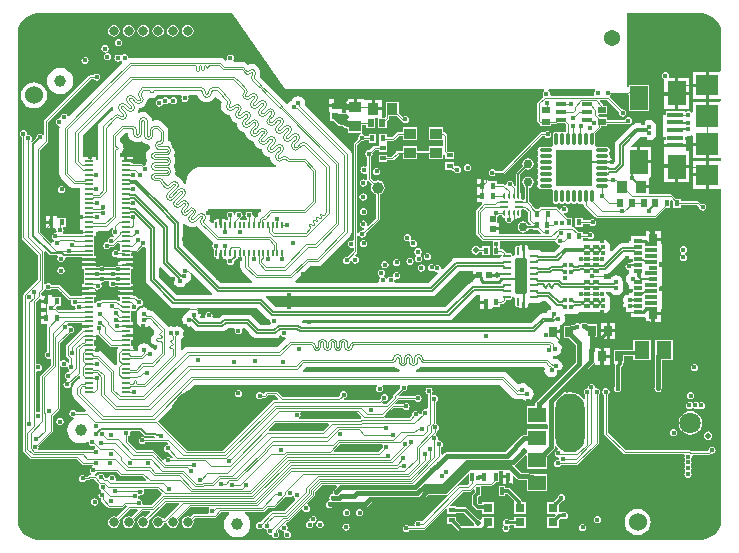
<source format=gbl>
G04*
G04 #@! TF.GenerationSoftware,Altium Limited,Altium Designer,21.6.1 (37)*
G04*
G04 Layer_Physical_Order=6*
G04 Layer_Color=16711680*
%FSLAX44Y44*%
%MOMM*%
G71*
G04*
G04 #@! TF.SameCoordinates,2C954E57-417A-4088-9090-092BEE8FAD55*
G04*
G04*
G04 #@! TF.FilePolarity,Positive*
G04*
G01*
G75*
%ADD12C,0.2000*%
%ADD14C,0.2032*%
%ADD17R,1.5000X1.3000*%
%ADD18R,1.3000X1.5000*%
%ADD19R,0.9000X1.0000*%
%ADD29R,0.6500X0.5500*%
%ADD30R,0.5500X0.6500*%
%ADD31R,1.0000X0.9000*%
%ADD32R,0.5500X0.4500*%
%ADD33R,0.4500X0.5500*%
%ADD38R,0.5500X0.3000*%
%ADD39R,0.5500X0.4000*%
%ADD40R,0.6200X0.6200*%
%ADD42R,0.5200X0.5200*%
%ADD44R,0.7000X0.9000*%
%ADD45R,0.5200X0.5200*%
%ADD116C,0.1016*%
%ADD117C,0.1270*%
%ADD121C,1.0000*%
%ADD122C,0.5080*%
%ADD123C,0.2540*%
%ADD124C,0.3810*%
%ADD126C,0.3048*%
%ADD127C,0.1500*%
%ADD129C,0.1524*%
%ADD131C,0.3000*%
%ADD132O,0.4064X0.4060*%
%ADD133C,4.7500*%
%ADD135O,1.9000X1.1000*%
%ADD136O,2.4000X1.1000*%
%ADD137R,1.3680X1.3680*%
%ADD138C,1.3680*%
%ADD139O,4.5000X2.5000*%
%ADD140O,2.5000X5.0000*%
%ADD141O,2.5000X4.5000*%
%ADD142C,1.8000*%
%ADD143R,0.8000X0.8000*%
%ADD144C,0.8000*%
%ADD145C,1.5240*%
%ADD146C,0.4064*%
%ADD147C,0.5080*%
%ADD151R,0.2200X0.5000*%
G04:AMPARAMS|DCode=152|XSize=0.2mm|YSize=0.7mm|CornerRadius=0.05mm|HoleSize=0mm|Usage=FLASHONLY|Rotation=270.000|XOffset=0mm|YOffset=0mm|HoleType=Round|Shape=RoundedRectangle|*
%AMROUNDEDRECTD152*
21,1,0.2000,0.6000,0,0,270.0*
21,1,0.1000,0.7000,0,0,270.0*
1,1,0.1000,-0.3000,-0.0500*
1,1,0.1000,-0.3000,0.0500*
1,1,0.1000,0.3000,0.0500*
1,1,0.1000,0.3000,-0.0500*
%
%ADD152ROUNDEDRECTD152*%
G04:AMPARAMS|DCode=153|XSize=0.2mm|YSize=0.5mm|CornerRadius=0.05mm|HoleSize=0mm|Usage=FLASHONLY|Rotation=180.000|XOffset=0mm|YOffset=0mm|HoleType=Round|Shape=RoundedRectangle|*
%AMROUNDEDRECTD153*
21,1,0.2000,0.4000,0,0,180.0*
21,1,0.1000,0.5000,0,0,180.0*
1,1,0.1000,-0.0500,0.2000*
1,1,0.1000,0.0500,0.2000*
1,1,0.1000,0.0500,-0.2000*
1,1,0.1000,-0.0500,-0.2000*
%
%ADD153ROUNDEDRECTD153*%
G04:AMPARAMS|DCode=154|XSize=0.25mm|YSize=0.6mm|CornerRadius=0.025mm|HoleSize=0mm|Usage=FLASHONLY|Rotation=270.000|XOffset=0mm|YOffset=0mm|HoleType=Round|Shape=RoundedRectangle|*
%AMROUNDEDRECTD154*
21,1,0.2500,0.5500,0,0,270.0*
21,1,0.2000,0.6000,0,0,270.0*
1,1,0.0500,-0.2750,-0.1000*
1,1,0.0500,-0.2750,0.1000*
1,1,0.0500,0.2750,0.1000*
1,1,0.0500,0.2750,-0.1000*
%
%ADD154ROUNDEDRECTD154*%
G04:AMPARAMS|DCode=155|XSize=0.25mm|YSize=0.6mm|CornerRadius=0.025mm|HoleSize=0mm|Usage=FLASHONLY|Rotation=0.000|XOffset=0mm|YOffset=0mm|HoleType=Round|Shape=RoundedRectangle|*
%AMROUNDEDRECTD155*
21,1,0.2500,0.5500,0,0,0.0*
21,1,0.2000,0.6000,0,0,0.0*
1,1,0.0500,0.1000,-0.2750*
1,1,0.0500,-0.1000,-0.2750*
1,1,0.0500,-0.1000,0.2750*
1,1,0.0500,0.1000,0.2750*
%
%ADD155ROUNDEDRECTD155*%
G04:AMPARAMS|DCode=156|XSize=1mm|YSize=3mm|CornerRadius=0.05mm|HoleSize=0mm|Usage=FLASHONLY|Rotation=0.000|XOffset=0mm|YOffset=0mm|HoleType=Round|Shape=RoundedRectangle|*
%AMROUNDEDRECTD156*
21,1,1.0000,2.9000,0,0,0.0*
21,1,0.9000,3.0000,0,0,0.0*
1,1,0.1000,0.4500,-1.4500*
1,1,0.1000,-0.4500,-1.4500*
1,1,0.1000,-0.4500,1.4500*
1,1,0.1000,0.4500,1.4500*
%
%ADD156ROUNDEDRECTD156*%
%ADD157C,0.7500*%
%ADD158R,0.3000X0.7100*%
%ADD159R,0.7000X0.3000*%
%ADD160R,0.7000X1.0000*%
%ADD161R,0.7000X0.1800*%
%ADD162R,0.3600X0.3200*%
%ADD163R,1.5000X2.0000*%
%ADD164R,1.9000X1.9000*%
%ADD165R,1.9000X1.8000*%
%ADD166R,1.3500X0.4000*%
%ADD167R,1.6000X2.1000*%
G04:AMPARAMS|DCode=168|XSize=0.4mm|YSize=0.9mm|CornerRadius=0.1mm|HoleSize=0mm|Usage=FLASHONLY|Rotation=90.000|XOffset=0mm|YOffset=0mm|HoleType=Round|Shape=RoundedRectangle|*
%AMROUNDEDRECTD168*
21,1,0.4000,0.7000,0,0,90.0*
21,1,0.2000,0.9000,0,0,90.0*
1,1,0.2000,0.3500,0.1000*
1,1,0.2000,0.3500,-0.1000*
1,1,0.2000,-0.3500,-0.1000*
1,1,0.2000,-0.3500,0.1000*
%
%ADD168ROUNDEDRECTD168*%
%ADD169O,0.3000X1.1500*%
%ADD170O,1.1500X0.3000*%
%ADD171R,3.1500X3.1500*%
%ADD172C,0.2500*%
%ADD173C,0.1580*%
%ADD174C,5.3000*%
G36*
X490955Y382280D02*
X490285Y381277D01*
X490049Y380094D01*
X490232Y379176D01*
X489746Y378280D01*
X489428Y377906D01*
X474952D01*
X474749Y377822D01*
X453363D01*
X452545Y379092D01*
X452671Y379730D01*
X452436Y380913D01*
X451766Y381916D01*
X451419Y382148D01*
X451805Y383418D01*
X452000D01*
X452295Y383540D01*
X490555D01*
X490955Y382280D01*
D02*
G37*
G36*
X155082Y376743D02*
X156344Y375098D01*
X157988Y373836D01*
X159904Y373043D01*
X161959Y372772D01*
X164015Y373043D01*
X165930Y373836D01*
X167575Y375098D01*
X168770Y376655D01*
X169084Y376887D01*
X170126Y377095D01*
X171877Y375344D01*
X171877Y375344D01*
X172100Y375121D01*
X172980Y374213D01*
X172984Y374206D01*
X172992Y374201D01*
X172992Y374201D01*
X172992D01*
X173885Y373336D01*
X174855Y372366D01*
X174455Y371400D01*
X174184Y369345D01*
X174455Y367289D01*
X175248Y365374D01*
X176358Y363927D01*
X176498Y363717D01*
X176708Y363577D01*
X178155Y362467D01*
X180070Y361674D01*
X181838Y361441D01*
X181928Y360754D01*
X182722Y358838D01*
X183832Y357392D01*
X183972Y357182D01*
X184182Y357041D01*
X185629Y355931D01*
X187544Y355138D01*
X187620Y355128D01*
X187565Y354707D01*
X187835Y352652D01*
X188629Y350736D01*
X189739Y349290D01*
X189879Y349080D01*
X190089Y348939D01*
X191536Y347829D01*
X193451Y347036D01*
X194678Y346874D01*
X194840Y345647D01*
X195633Y343732D01*
X196743Y342285D01*
X196884Y342075D01*
X196884Y342075D01*
X197094Y341935D01*
X198540Y340825D01*
X200456Y340031D01*
X201683Y339870D01*
X201844Y338643D01*
X202638Y336727D01*
X203748Y335281D01*
X203888Y335071D01*
X204098Y334930D01*
X205545Y333820D01*
X207460Y333027D01*
X208687Y332865D01*
X208849Y331638D01*
X209642Y329723D01*
X210752Y328276D01*
X210893Y328066D01*
X211103Y327926D01*
X212549Y326816D01*
X214465Y326022D01*
X215692Y325861D01*
X215854Y324633D01*
X216647Y322718D01*
X217757Y321272D01*
X217897Y321062D01*
X218107Y320921D01*
X219554Y319811D01*
X220766Y319309D01*
X220513Y318039D01*
X158000D01*
Y318112D01*
X154606Y317665D01*
X151444Y316355D01*
X148728Y314272D01*
X146644Y311556D01*
X145335Y308394D01*
X144888Y305000D01*
X144961D01*
Y303748D01*
X143691Y303146D01*
X142229Y303752D01*
X141809Y303807D01*
X141685Y304750D01*
X140928Y306576D01*
X139894Y307924D01*
X139735Y308163D01*
X139582Y308315D01*
X139344Y308474D01*
X137996Y309509D01*
X136170Y310265D01*
X135825Y310310D01*
X135190Y311410D01*
X135447Y312030D01*
X135666Y313694D01*
X135725Y313989D01*
Y314218D01*
X135666Y314512D01*
X135447Y316177D01*
X134691Y318003D01*
X134272Y318548D01*
X134691Y319094D01*
X135447Y320920D01*
X135666Y322584D01*
X135725Y322879D01*
Y323108D01*
X135666Y323402D01*
X135447Y325067D01*
X134691Y326893D01*
X134272Y327438D01*
X134691Y327984D01*
X135447Y329810D01*
X135666Y331474D01*
X135725Y331769D01*
Y331998D01*
X135666Y332292D01*
X135447Y333957D01*
X134691Y335783D01*
X133487Y337351D01*
X131919Y338554D01*
X130094Y339310D01*
X129747Y340637D01*
X129752Y340659D01*
Y348135D01*
X129417Y349820D01*
X128462Y351249D01*
X123919Y355792D01*
X122490Y356746D01*
X120806Y357082D01*
X117431D01*
X117167Y357029D01*
X115799Y356849D01*
X115580Y358511D01*
X114800Y360396D01*
X113558Y362014D01*
X111940Y363256D01*
X110055Y364037D01*
X108033Y364303D01*
X106010Y364037D01*
X105028Y363630D01*
X104330Y364356D01*
X104178Y364652D01*
X104931Y366471D01*
X105093Y367699D01*
X106320Y367860D01*
X108235Y368653D01*
X109682Y369764D01*
X109892Y369904D01*
X110032Y370113D01*
X111142Y371561D01*
X111936Y373476D01*
X112206Y375532D01*
X112188Y375673D01*
X113266Y376344D01*
X113439Y376228D01*
X115570Y375805D01*
X117701Y376228D01*
X119507Y377435D01*
X120284Y378597D01*
X140415D01*
X141094Y377327D01*
X140822Y376921D01*
X140587Y375738D01*
X140822Y374555D01*
X141492Y373552D01*
X142495Y372882D01*
X143678Y372646D01*
X144861Y372882D01*
X145864Y373552D01*
X146534Y374555D01*
X146770Y375738D01*
X146534Y376921D01*
X146263Y377327D01*
X146941Y378597D01*
X154313D01*
X155082Y376743D01*
D02*
G37*
G36*
X183659Y447961D02*
X228600Y383540D01*
X251705D01*
X252000Y383418D01*
X447355D01*
X447741Y382148D01*
X447394Y381916D01*
X446724Y380913D01*
X446489Y379730D01*
X446724Y378547D01*
X447029Y377344D01*
X446482Y376797D01*
X442477Y372792D01*
X441998Y371637D01*
Y356595D01*
X442477Y355441D01*
X443072Y354846D01*
X444226Y354368D01*
X444750D01*
Y352250D01*
X453250D01*
Y354368D01*
X457484D01*
X458373Y354736D01*
X458500Y354711D01*
X465231D01*
X466368Y353574D01*
Y347166D01*
X466289Y347113D01*
X466138Y347052D01*
X464802D01*
X463975Y347605D01*
X463000Y347799D01*
X462024Y347605D01*
X461198Y347052D01*
X459803D01*
X458976Y347605D01*
X458000Y347799D01*
X457025Y347605D01*
X456198Y347052D01*
X455645Y346226D01*
X455451Y345250D01*
Y336750D01*
X455489Y336560D01*
X454710Y335290D01*
X453440Y334511D01*
X453250Y334549D01*
X444750D01*
X443774Y334355D01*
X442948Y333802D01*
X442395Y332975D01*
X442201Y332000D01*
X442395Y331024D01*
X442948Y330197D01*
Y328802D01*
X442395Y327976D01*
X442201Y327000D01*
X442395Y326025D01*
X442948Y325198D01*
Y323802D01*
X442395Y322975D01*
X442201Y322000D01*
X442395Y321024D01*
X442948Y320197D01*
Y318803D01*
X442395Y317976D01*
X442201Y317000D01*
X442395Y316025D01*
X442948Y315198D01*
Y313802D01*
X442395Y312975D01*
X442201Y312000D01*
X442395Y311024D01*
X442948Y310198D01*
Y308803D01*
X442395Y307976D01*
X442201Y307000D01*
X442395Y306025D01*
X442948Y305198D01*
Y303802D01*
X442395Y302975D01*
X442201Y302000D01*
X442395Y301024D01*
X442948Y300198D01*
X443774Y299645D01*
X444750Y299451D01*
X453250D01*
X453440Y299489D01*
X454710Y298710D01*
X455489Y297440D01*
X455451Y297250D01*
Y288750D01*
X455645Y287775D01*
X456198Y286948D01*
X457025Y286395D01*
X458000Y286201D01*
X458976Y286395D01*
X459803Y286948D01*
X461198D01*
X462024Y286395D01*
X463000Y286201D01*
X463975Y286395D01*
X464802Y286948D01*
X466198D01*
X467025Y286395D01*
X468000Y286201D01*
X468976Y286395D01*
X469803Y286948D01*
X471198D01*
X472024Y286395D01*
X473000Y286201D01*
X473975Y286395D01*
X474802Y286948D01*
X476198D01*
X477025Y286395D01*
X478000Y286201D01*
X478975Y286395D01*
X479803Y286948D01*
X480145D01*
X481368Y285910D01*
X481846Y284756D01*
X491213Y275389D01*
X492367Y274911D01*
X541543D01*
X542697Y275389D01*
X550558Y283250D01*
X554750D01*
Y289146D01*
X556020Y289672D01*
X557250Y288442D01*
Y283250D01*
X563750D01*
Y285368D01*
X577324D01*
X579156Y283535D01*
X579334Y282643D01*
X580004Y281640D01*
X581007Y280970D01*
X582190Y280735D01*
X583373Y280970D01*
X584376Y281640D01*
X585046Y282643D01*
X585281Y283826D01*
X585046Y285009D01*
X584376Y286012D01*
X583373Y286682D01*
X582190Y286917D01*
X581007Y286682D01*
X580779Y286530D01*
X579154Y288154D01*
X578000Y288632D01*
X563750D01*
Y290750D01*
X559558D01*
X556154Y294154D01*
X555000Y294632D01*
X537040D01*
Y299730D01*
X530000D01*
Y302270D01*
X537040D01*
Y308540D01*
X537885Y309460D01*
X538040D01*
Y320730D01*
X528000D01*
Y322000D01*
X526730D01*
Y334540D01*
X521500D01*
X521014Y335713D01*
X528716Y343416D01*
X531965D01*
X532730Y342271D01*
X534663Y340980D01*
X536942Y340527D01*
X539221Y340980D01*
X541154Y342271D01*
X542445Y344204D01*
X542898Y346483D01*
X542445Y348763D01*
X542286Y349000D01*
X542506Y349328D01*
X542959Y351608D01*
X542506Y353887D01*
X541215Y355820D01*
X539282Y357111D01*
X537003Y357564D01*
X534724Y357111D01*
X532791Y355820D01*
X532087Y354766D01*
X525892D01*
X525892Y354766D01*
X524157Y354421D01*
X522687Y353438D01*
X508802Y339553D01*
X507820Y338083D01*
X507475Y336349D01*
Y321912D01*
X506520Y320957D01*
X506340Y320932D01*
X505270Y321504D01*
X505369Y322000D01*
X505055Y323576D01*
X504162Y324912D01*
X503774Y325172D01*
X503605Y326025D01*
X503799Y327000D01*
X503605Y327976D01*
X503052Y328802D01*
Y330197D01*
X503605Y331024D01*
X503799Y332000D01*
X503605Y332975D01*
X503052Y333802D01*
X502225Y334355D01*
X501250Y334549D01*
X492750D01*
X492560Y334511D01*
X491290Y335290D01*
X490511Y336560D01*
X490549Y336750D01*
Y345250D01*
X490509Y345451D01*
X495412Y350354D01*
X495890Y351508D01*
Y352250D01*
X501250D01*
Y354368D01*
X517175D01*
X517364Y354446D01*
X517817Y354144D01*
X519000Y353909D01*
X520183Y354144D01*
X521186Y354814D01*
X521856Y355817D01*
X522091Y357000D01*
X521856Y358183D01*
X521186Y359186D01*
X520183Y359856D01*
X519000Y360091D01*
X517817Y359856D01*
X516814Y359186D01*
X516144Y358183D01*
X516034Y357633D01*
X501250D01*
Y359750D01*
X495058D01*
X493828Y360980D01*
X494354Y362250D01*
X501250D01*
Y369750D01*
X497987D01*
X497539Y370833D01*
X494903Y373469D01*
X495389Y374642D01*
X500961D01*
X511506Y364097D01*
X511376Y363444D01*
X511611Y362261D01*
X512281Y361258D01*
X513284Y360588D01*
X514467Y360353D01*
X515650Y360588D01*
X516653Y361258D01*
X517323Y362261D01*
X517559Y363444D01*
X517323Y364627D01*
X516653Y365630D01*
X515650Y366300D01*
X514467Y366535D01*
X513814Y366406D01*
X503376Y376844D01*
X503463Y378420D01*
X503694Y378574D01*
X504064Y379128D01*
X518768D01*
X519500Y378639D01*
Y365000D01*
X536500D01*
Y387000D01*
X519500D01*
Y385076D01*
X519430Y385029D01*
X518160Y385708D01*
Y447961D01*
X580000D01*
X581769D01*
X585239Y447271D01*
X588508Y445917D01*
X591449Y443951D01*
X593951Y441449D01*
X595917Y438508D01*
X597271Y435239D01*
X597961Y431769D01*
X597961Y430000D01*
X597961Y430000D01*
X597961Y430000D01*
Y399739D01*
X596691Y398540D01*
X587020D01*
Y387000D01*
Y375460D01*
X596691D01*
X597790Y375460D01*
X597961Y374261D01*
Y374239D01*
X596691Y373040D01*
X587020D01*
Y361000D01*
X584480D01*
Y373040D01*
X573710D01*
Y364191D01*
X572440Y363806D01*
X572186Y364186D01*
X571183Y364856D01*
X570000Y365092D01*
X568817Y364856D01*
X568020Y364324D01*
X567245Y364557D01*
X566750Y364880D01*
Y365000D01*
X551250D01*
Y361310D01*
X548440D01*
Y349690D01*
Y343190D01*
X551250D01*
Y340540D01*
X549710D01*
Y337270D01*
X559000D01*
X568290D01*
Y340540D01*
X566750D01*
Y343190D01*
X569560D01*
Y343400D01*
X570000Y343761D01*
X572279Y344215D01*
X572590Y344422D01*
X573710Y343824D01*
Y338270D01*
X585750D01*
Y337000D01*
X587020D01*
Y324960D01*
X596691D01*
X597790Y324960D01*
X597961Y323761D01*
Y323739D01*
X596691Y322540D01*
X587020D01*
Y311000D01*
Y299460D01*
X596691D01*
X597790Y299460D01*
X597961Y298261D01*
X597961Y20000D01*
Y18231D01*
X597271Y14761D01*
X595917Y11492D01*
X593951Y8551D01*
X591449Y6049D01*
X588508Y4083D01*
X585239Y2729D01*
X581769Y2039D01*
X580000D01*
X230908Y2039D01*
X230783Y3309D01*
X231628Y3477D01*
X232631Y4147D01*
X233301Y5150D01*
X233536Y6333D01*
X233301Y7516D01*
X232631Y8519D01*
X231628Y9189D01*
X230836Y9347D01*
X230290Y10356D01*
X230239Y10662D01*
X230543Y11118D01*
X230779Y12301D01*
X230543Y13484D01*
X229873Y14487D01*
X229579Y14684D01*
X229359Y16039D01*
X230065Y16868D01*
X230556D01*
X231710Y17346D01*
X242227Y27863D01*
X243593Y27489D01*
X243617Y27457D01*
X244266Y26486D01*
X245269Y25815D01*
X246452Y25580D01*
X247635Y25815D01*
X248638Y26486D01*
X249308Y27489D01*
X249543Y28672D01*
X249308Y29855D01*
X248638Y30858D01*
X247667Y31507D01*
X247634Y31530D01*
X247261Y32897D01*
X253614Y39250D01*
X254092Y40404D01*
Y42790D01*
X259534Y48232D01*
X272031D01*
X272517Y47058D01*
X270389Y44930D01*
X269837Y44562D01*
X269167Y43559D01*
X268931Y42376D01*
X268980Y42133D01*
X268985Y41121D01*
X268058Y40753D01*
X267803Y40702D01*
X266800Y40032D01*
X266130Y39029D01*
X265895Y37846D01*
X266116Y36732D01*
X266122Y36636D01*
X265752Y35365D01*
X264791Y34723D01*
X264765Y34697D01*
X264006Y34190D01*
X263336Y33187D01*
X263101Y32004D01*
X263336Y30821D01*
X264006Y29818D01*
X265009Y29148D01*
X266192Y28913D01*
X267375Y29148D01*
X268151Y29667D01*
X296416D01*
X297550Y29892D01*
X298511Y30534D01*
X301845Y33869D01*
X342536D01*
X343669Y34095D01*
X344630Y34737D01*
X349984Y40090D01*
X364053D01*
X365186Y40316D01*
X366147Y40958D01*
X383249Y58060D01*
X384422Y57573D01*
Y51080D01*
X384422D01*
X384560Y49810D01*
X382954Y48205D01*
X376010D01*
X374856Y47726D01*
X344772Y17642D01*
X343308Y17680D01*
X342305Y18350D01*
X341122Y18585D01*
X339939Y18350D01*
X338936Y17680D01*
X338266Y16677D01*
X338031Y15494D01*
X338157Y14856D01*
X337339Y13586D01*
X333761D01*
X333402Y14124D01*
X332399Y14794D01*
X331216Y15029D01*
X330033Y14794D01*
X329030Y14124D01*
X328360Y13121D01*
X328125Y11938D01*
X328360Y10755D01*
X329030Y9752D01*
X330033Y9082D01*
X331216Y8847D01*
X332399Y9082D01*
X333402Y9752D01*
X333783Y10322D01*
X345964D01*
X347118Y10800D01*
X364647Y28329D01*
X365820Y27843D01*
Y24182D01*
X373320D01*
Y25117D01*
X379533D01*
X388114Y16536D01*
X388059Y16256D01*
X388302Y15030D01*
X388156Y14543D01*
X387738Y13760D01*
X377625D01*
X376815Y14570D01*
X376780Y14746D01*
X376279Y15497D01*
X373320Y18455D01*
Y21682D01*
X365820D01*
Y15182D01*
X370047D01*
X372469Y12760D01*
X372504Y12584D01*
X373006Y11833D01*
X375029Y9809D01*
X375780Y9308D01*
X376666Y9132D01*
X395196D01*
X396082Y9308D01*
X396832Y9809D01*
X398773Y11750D01*
X405000D01*
Y21750D01*
X395000D01*
Y19753D01*
X393730Y19136D01*
X393049Y19591D01*
X391668Y19865D01*
X391388Y19810D01*
X382129Y29069D01*
X381378Y29570D01*
X380492Y29746D01*
X373320D01*
Y30682D01*
X368660D01*
X368174Y31855D01*
X378800Y42481D01*
X384982D01*
X386136Y42960D01*
X388249Y45072D01*
X389422Y44586D01*
Y43676D01*
X389373Y43430D01*
Y42436D01*
X387493Y40556D01*
X386940Y39729D01*
X386746Y38753D01*
Y32345D01*
X386940Y31369D01*
X387493Y30542D01*
X390197Y27838D01*
X391024Y27285D01*
X392000Y27091D01*
X395000D01*
Y24250D01*
X405000D01*
Y34250D01*
X395000D01*
Y32189D01*
X393056D01*
X391844Y33400D01*
Y37698D01*
X393027Y38880D01*
X394422D01*
Y41134D01*
X394471Y41380D01*
Y43430D01*
X394422Y43676D01*
Y47898D01*
X403022D01*
X404176Y48376D01*
X406876Y51076D01*
X409568D01*
Y60176D01*
X410681Y60554D01*
X413028D01*
Y56896D01*
X417068D01*
Y55626D01*
X418338D01*
Y49536D01*
X421108D01*
Y55898D01*
X422281Y56384D01*
X424880Y53786D01*
X425840Y53144D01*
X426974Y52918D01*
X432988D01*
X433500Y52576D01*
Y43000D01*
X450500D01*
Y58000D01*
X437693D01*
X437405Y58057D01*
X436144D01*
X435307Y58616D01*
X434173Y58842D01*
X428201D01*
X422794Y64248D01*
X422818Y64927D01*
X422902Y65195D01*
X423161Y65678D01*
X423988Y66232D01*
X431507Y73751D01*
X432165Y73881D01*
X432230Y73925D01*
X433500Y73246D01*
Y62000D01*
X450500D01*
Y73311D01*
X456094Y78906D01*
X456736Y79866D01*
X456962Y81000D01*
Y81438D01*
X458138Y81671D01*
X458232Y81660D01*
X459896Y79491D01*
X459330Y78143D01*
X458811Y78040D01*
X457808Y77370D01*
X457138Y76367D01*
X456903Y75184D01*
X457138Y74001D01*
X457808Y72998D01*
X458811Y72328D01*
X459808Y72130D01*
X460641Y71025D01*
X460378Y70072D01*
X459786Y69783D01*
X459232Y69893D01*
X458049Y69658D01*
X457046Y68988D01*
X456376Y67985D01*
X456141Y66802D01*
X456376Y65619D01*
X457046Y64616D01*
X458049Y63946D01*
X459232Y63711D01*
X460415Y63946D01*
X461418Y64616D01*
X461788Y65170D01*
X474726D01*
X475880Y65648D01*
X493406Y83174D01*
X493884Y84328D01*
Y124698D01*
X494438Y125068D01*
X495108Y126071D01*
X495343Y127254D01*
X495108Y128437D01*
X494438Y129440D01*
X493435Y130110D01*
X492252Y130345D01*
X492122Y130319D01*
X491025Y131318D01*
X490790Y132501D01*
X490120Y133504D01*
X489117Y134174D01*
X487934Y134409D01*
X486751Y134174D01*
X485748Y133504D01*
X485078Y132501D01*
X484887Y131539D01*
X484378Y130345D01*
X483195Y130110D01*
X482192Y129440D01*
X481522Y128437D01*
X481287Y127254D01*
X481522Y126071D01*
X482192Y125068D01*
X482376Y124945D01*
Y121634D01*
X481106Y121203D01*
X479628Y123128D01*
X476808Y125292D01*
X473524Y126652D01*
X470000Y127116D01*
X466673Y126678D01*
X465838Y127639D01*
X484668Y146469D01*
X484668Y146469D01*
X489774Y151576D01*
X489880Y151734D01*
X491150Y151348D01*
Y150440D01*
X495920D01*
Y157480D01*
Y164520D01*
X491150Y164520D01*
X490962Y165712D01*
Y173500D01*
X492500D01*
Y184500D01*
X486691D01*
X486405Y184557D01*
X485263D01*
X484689Y185131D01*
X483729Y185773D01*
X482595Y185998D01*
X482150D01*
X481255Y186176D01*
X480072Y185941D01*
X479069Y185271D01*
X478186Y184561D01*
X477183Y185231D01*
X476000Y185466D01*
X474817Y185231D01*
X473814Y184561D01*
X473144Y183558D01*
X473142Y183550D01*
X470976D01*
X470727Y183500D01*
X464500D01*
Y172500D01*
X469311D01*
X474550Y167261D01*
Y152083D01*
X448630Y126163D01*
X447827Y125626D01*
X441596Y119395D01*
X441044Y119026D01*
X440374Y118023D01*
X440139Y116840D01*
X440252Y116270D01*
X440232Y115000D01*
X433500D01*
Y100000D01*
X450500D01*
X451038Y98953D01*
Y97047D01*
X450500Y96000D01*
X433500D01*
Y90979D01*
X430911D01*
X429777Y90753D01*
X428816Y90111D01*
X414819Y76114D01*
X365252D01*
X364118Y75889D01*
X363158Y75246D01*
X361902Y73991D01*
X360632Y74517D01*
Y80444D01*
X361186Y80814D01*
X361856Y81817D01*
X362091Y83000D01*
X361856Y84183D01*
X361186Y85186D01*
X360183Y85856D01*
X359000Y86091D01*
X358883Y86068D01*
X358557Y86306D01*
X357927Y87173D01*
X358091Y88000D01*
X357856Y89183D01*
X357186Y90186D01*
X356455Y90674D01*
X356062Y92077D01*
X356471Y92485D01*
X356949Y93639D01*
Y94333D01*
X356979Y94339D01*
X357982Y95009D01*
X358652Y96012D01*
X358888Y97196D01*
X358652Y98378D01*
X357982Y99381D01*
X356979Y100051D01*
X356414Y101109D01*
X356470Y101244D01*
Y119070D01*
X357024Y119440D01*
X357694Y120443D01*
X357929Y121626D01*
X357694Y122809D01*
X357024Y123812D01*
X356021Y124482D01*
X354838Y124718D01*
X354155Y124582D01*
X352990Y125415D01*
X352856Y126337D01*
X353243Y126915D01*
X353478Y128098D01*
X353243Y129281D01*
X352573Y130284D01*
X351570Y130954D01*
X350387Y131190D01*
X349204Y130954D01*
X348201Y130284D01*
X347531Y129281D01*
X347295Y128098D01*
X347531Y126915D01*
X348201Y125912D01*
X349195Y125248D01*
Y113596D01*
X347925Y112778D01*
X347287Y112905D01*
X346104Y112669D01*
X345101Y111999D01*
X344431Y110997D01*
X344196Y109813D01*
X344298Y109298D01*
X343394Y108442D01*
X342202Y108833D01*
X342089Y109402D01*
X341419Y110405D01*
X340416Y111075D01*
X339233Y111310D01*
X338050Y111075D01*
X337047Y110405D01*
X336377Y109402D01*
X336142Y108219D01*
X336204Y107904D01*
X333336Y105036D01*
X313711D01*
X313185Y106306D01*
X320246Y113368D01*
X328422D01*
X328792Y112814D01*
X329795Y112144D01*
X330978Y111909D01*
X332161Y112144D01*
X333164Y112814D01*
X333834Y113817D01*
X334069Y115000D01*
X333834Y116183D01*
X333164Y117186D01*
X332161Y117856D01*
X330978Y118091D01*
X329795Y117856D01*
X328792Y117186D01*
X328422Y116632D01*
X322319D01*
X321833Y117806D01*
X324395Y120368D01*
X338444D01*
X338814Y119814D01*
X339817Y119144D01*
X341000Y118909D01*
X342183Y119144D01*
X343186Y119814D01*
X343856Y120817D01*
X344091Y122000D01*
X343856Y123183D01*
X343186Y124186D01*
X342183Y124856D01*
X341000Y125091D01*
X339817Y124856D01*
X338814Y124186D01*
X338444Y123632D01*
X325562D01*
X325076Y124806D01*
X328309Y128039D01*
X328962Y127909D01*
X330145Y128144D01*
X331148Y128814D01*
X331818Y129817D01*
X332053Y131000D01*
X331818Y132183D01*
X331812Y132193D01*
X332491Y133463D01*
X410592D01*
X421732Y122323D01*
X423161Y121368D01*
X424846Y121033D01*
X429584D01*
X430791Y120227D01*
X433070Y119774D01*
X435349Y120227D01*
X437282Y121518D01*
X438573Y123451D01*
X439026Y125730D01*
X438573Y128009D01*
X437282Y129942D01*
X435349Y131233D01*
X434602Y131382D01*
X433395Y133188D01*
X431463Y134479D01*
X429183Y134932D01*
X426904Y134479D01*
X425812Y133749D01*
X416423Y143137D01*
X414995Y144092D01*
X413310Y144427D01*
X339346D01*
X339094Y145697D01*
X340653Y146343D01*
X342221Y147546D01*
X342960Y148510D01*
X343570Y148257D01*
X345234Y148038D01*
X345529Y147980D01*
X447571D01*
X448402Y147002D01*
X448139Y145675D01*
X448592Y143395D01*
X449883Y141463D01*
X451815Y140172D01*
X454095Y139718D01*
X456374Y140172D01*
X458307Y141463D01*
X459598Y143395D01*
X459708Y143950D01*
X459739Y143956D01*
X461672Y145247D01*
X462963Y147180D01*
X463416Y149459D01*
X462963Y151739D01*
X461672Y153671D01*
X459739Y154962D01*
X457460Y155415D01*
X456048Y155135D01*
X455192Y155991D01*
X455309Y157396D01*
X456228Y158067D01*
X457200Y157873D01*
X459479Y158327D01*
X461412Y159618D01*
X462703Y161551D01*
X463157Y163830D01*
X462703Y166109D01*
X461412Y168042D01*
X459479Y169333D01*
X459409Y169690D01*
X460438Y170960D01*
X461040D01*
Y176730D01*
X455000D01*
Y179270D01*
X461040D01*
Y183532D01*
X462019Y183727D01*
X463952Y185018D01*
X465243Y186951D01*
X465696Y189230D01*
X465243Y191509D01*
X464701Y192320D01*
X465380Y193590D01*
X476410D01*
Y194352D01*
X477540Y194690D01*
Y194690D01*
X495384D01*
X495721Y194465D01*
X498000Y194012D01*
X500280Y194465D01*
X502212Y195756D01*
X503503Y197689D01*
X503956Y199968D01*
X503503Y202248D01*
X503335Y202500D01*
X503503Y202752D01*
X503956Y205032D01*
X503503Y207311D01*
X502212Y209244D01*
X500280Y210535D01*
X500464Y211793D01*
X504074D01*
X504788Y210724D01*
X506720Y209433D01*
X509000Y208979D01*
X511279Y209433D01*
X513212Y210724D01*
X514503Y212656D01*
X514956Y214936D01*
X514503Y217215D01*
X514334Y217468D01*
X514503Y217721D01*
X514956Y220000D01*
X514503Y222279D01*
X513212Y224212D01*
X511279Y225503D01*
X509000Y225956D01*
X506720Y225503D01*
X504788Y224212D01*
X504074Y223143D01*
X500791D01*
X500630Y223175D01*
X498460D01*
Y226825D01*
X499658D01*
X501393Y227170D01*
X502863Y228152D01*
X516598Y241887D01*
X520099D01*
Y239752D01*
X522909D01*
Y238077D01*
X522690Y237409D01*
X521925Y236873D01*
X521486D01*
X520787Y236734D01*
X520390Y236469D01*
X519807Y236585D01*
X518624Y236350D01*
X517621Y235680D01*
X516951Y234677D01*
X516715Y233494D01*
X516951Y232311D01*
X517621Y231308D01*
X518624Y230638D01*
X519807Y230402D01*
X520099Y230162D01*
Y228211D01*
X518698Y227274D01*
X517406Y225342D01*
X516953Y223062D01*
X517406Y220783D01*
X518698Y218850D01*
X520099Y217914D01*
Y214752D01*
X522909D01*
Y212563D01*
X522909D01*
Y212562D01*
X522610Y211416D01*
X521928Y210856D01*
X520909Y211059D01*
X518630Y210605D01*
X516698Y209314D01*
X515406Y207382D01*
X514953Y205102D01*
X515406Y202823D01*
X515580Y202562D01*
X515406Y202302D01*
X514953Y200022D01*
X515406Y197743D01*
X516698Y195811D01*
X518630Y194519D01*
X520909Y194066D01*
X521369Y193689D01*
Y191022D01*
X533449D01*
X534369Y190177D01*
Y186522D01*
X539139D01*
Y194062D01*
X540409D01*
Y195332D01*
X546449D01*
Y197252D01*
X547719D01*
Y202252D01*
Y212872D01*
X544909D01*
Y215062D01*
X544909D01*
Y216354D01*
X545807Y217252D01*
X547719D01*
Y222252D01*
Y232872D01*
X544909D01*
Y237252D01*
X547719D01*
Y242252D01*
Y252872D01*
X546449D01*
Y254792D01*
X540409D01*
Y256062D01*
X539139D01*
Y263602D01*
X534369D01*
Y259947D01*
X533449Y259102D01*
X521369D01*
Y255372D01*
X520099D01*
Y253238D01*
X513774D01*
X513774Y253238D01*
X512040Y252893D01*
X510569Y251910D01*
X510569Y251910D01*
X505091Y246432D01*
X503820Y246764D01*
X503487Y247728D01*
X503503Y247753D01*
X503956Y250032D01*
X503503Y252311D01*
X502212Y254244D01*
X500280Y255535D01*
X498000Y255989D01*
X495721Y255535D01*
X495384Y255310D01*
X480750D01*
Y257368D01*
X485175D01*
X485364Y257446D01*
X485817Y257144D01*
X487000Y256909D01*
X488183Y257144D01*
X489186Y257814D01*
X489856Y258817D01*
X490091Y260000D01*
X489856Y261183D01*
X489186Y262186D01*
X488183Y262856D01*
X487000Y263091D01*
X485817Y262856D01*
X484814Y262186D01*
X484144Y261183D01*
X484034Y260632D01*
X480750D01*
Y262750D01*
X476823D01*
X472989Y266584D01*
X472780Y266671D01*
X471750Y267250D01*
Y274750D01*
X467559D01*
X464619Y277689D01*
X464838Y278392D01*
X465163Y278941D01*
X466183Y279144D01*
X467186Y279814D01*
X467856Y280817D01*
X468091Y282000D01*
X467856Y283183D01*
X467186Y284186D01*
X466183Y284856D01*
X465000Y285091D01*
X463817Y284856D01*
X462814Y284186D01*
X462144Y283183D01*
X461941Y282164D01*
X461391Y281838D01*
X460690Y281619D01*
X458896Y283412D01*
X457742Y283890D01*
X445528D01*
X444374Y283412D01*
X442711Y281750D01*
X440828D01*
X438210Y284368D01*
Y284551D01*
X437732Y285705D01*
X434795Y288642D01*
Y300050D01*
X435961Y300282D01*
X437533Y301332D01*
X438582Y302903D01*
X438951Y304756D01*
X438582Y306609D01*
X437533Y308181D01*
X435961Y309230D01*
X434108Y309599D01*
X432255Y309230D01*
X430683Y308181D01*
X429634Y306609D01*
X429265Y304756D01*
X429634Y302903D01*
X430683Y301332D01*
X431461Y300812D01*
Y290495D01*
X430191Y289838D01*
X429501Y290124D01*
X428929D01*
X428081Y291394D01*
X428124Y291499D01*
Y295499D01*
X427668Y296602D01*
Y311358D01*
X432021Y315711D01*
X432179Y315606D01*
X434032Y315237D01*
X435885Y315606D01*
X437457Y316656D01*
X438506Y318227D01*
X438875Y320080D01*
X438506Y321933D01*
X437457Y323505D01*
X435885Y324554D01*
X434032Y324923D01*
X432179Y324554D01*
X430607Y323505D01*
X429558Y321933D01*
X429189Y320080D01*
X429558Y318227D01*
X429663Y318069D01*
X424822Y313227D01*
X424460Y312687D01*
X424334Y312049D01*
Y301626D01*
X423490Y301288D01*
X423064Y301245D01*
X421962Y302347D01*
X422091Y303000D01*
X421856Y304183D01*
X421186Y305186D01*
X420183Y305856D01*
X419000Y306091D01*
X417817Y305856D01*
X416814Y305186D01*
X416144Y304183D01*
X415941Y303164D01*
X415391Y302838D01*
X414689Y302620D01*
X414155Y303154D01*
X413000Y303633D01*
X407750D01*
Y305750D01*
X401560D01*
X401250Y305750D01*
X400290Y306498D01*
Y307290D01*
X396770D01*
Y302000D01*
X395500D01*
Y300730D01*
X390710D01*
Y296710D01*
Y294270D01*
X395500D01*
Y291730D01*
X390710D01*
Y287710D01*
X394820D01*
X395346Y286440D01*
X390335Y281429D01*
X389857Y280274D01*
Y261958D01*
X390335Y260804D01*
X395258Y255881D01*
X396412Y255403D01*
X404274D01*
X404944Y254133D01*
X404644Y253683D01*
X404408Y252500D01*
X404504Y252020D01*
X404250Y250750D01*
X404250D01*
X404250Y250750D01*
Y243250D01*
X410750D01*
X410750Y243250D01*
X411927Y243435D01*
X411957Y243295D01*
X411796Y242077D01*
X410823Y241427D01*
X410321Y240675D01*
X372795D01*
X371060Y240330D01*
X369590Y239348D01*
X369590Y239348D01*
X361823Y231581D01*
X361194Y231743D01*
X360550Y232104D01*
X360356Y233080D01*
X359686Y234083D01*
X358683Y234753D01*
X357500Y234988D01*
X356317Y234753D01*
X355379Y234126D01*
X354726Y235104D01*
X353723Y235774D01*
X352540Y236009D01*
X351357Y235774D01*
X350354Y235104D01*
X349684Y234101D01*
X349449Y232918D01*
X349684Y231735D01*
X350354Y230732D01*
X351357Y230062D01*
X352540Y229827D01*
X353723Y230062D01*
X354661Y230689D01*
X355314Y229711D01*
X356317Y229041D01*
X357293Y228847D01*
X357654Y228204D01*
X357816Y227574D01*
X350107Y219865D01*
X321631D01*
X320919Y221135D01*
X321091Y222000D01*
X321068Y222117D01*
X321306Y222443D01*
X322173Y223073D01*
X323000Y222909D01*
X324183Y223144D01*
X325186Y223814D01*
X325856Y224817D01*
X326091Y226000D01*
X325856Y227183D01*
X325186Y228186D01*
X324183Y228856D01*
X323000Y229091D01*
X321817Y228856D01*
X320814Y228186D01*
X320144Y227183D01*
X319909Y226000D01*
X319932Y225883D01*
X319694Y225557D01*
X318827Y224927D01*
X318000Y225091D01*
X316817Y224856D01*
X315814Y224186D01*
X315149Y223191D01*
X315107Y223183D01*
X313893D01*
X313851Y223191D01*
X313186Y224186D01*
X312611Y224570D01*
X312288Y225514D01*
X312384Y226111D01*
X312856Y226817D01*
X313091Y228000D01*
X312856Y229183D01*
X312186Y230186D01*
X311183Y230856D01*
X310000Y231091D01*
X308817Y230856D01*
X307814Y230186D01*
X307144Y229183D01*
X306909Y228000D01*
X307144Y226817D01*
X307814Y225814D01*
X308389Y225430D01*
X308711Y224486D01*
X308616Y223889D01*
X308144Y223183D01*
X307909Y222000D01*
X308081Y221135D01*
X307369Y219865D01*
X237332D01*
X236935Y220858D01*
X236915Y221135D01*
X249377Y233597D01*
X256053D01*
X257738Y233933D01*
X259166Y234887D01*
X283772Y259493D01*
X284727Y260921D01*
X285062Y262606D01*
Y328723D01*
X284727Y330407D01*
X283772Y331836D01*
X245214Y370394D01*
X245510Y371882D01*
X245057Y374162D01*
X243766Y376094D01*
X241833Y377385D01*
X239554Y377839D01*
X237274Y377385D01*
X235342Y376094D01*
X234051Y374162D01*
X233992Y373864D01*
X233694Y373804D01*
X231761Y372513D01*
X231118Y371550D01*
X229854Y371426D01*
X229166Y372113D01*
X228287Y373020D01*
X228282Y373027D01*
X228275Y373032D01*
X228275Y373032D01*
X228274D01*
X227381Y373898D01*
X218600Y382679D01*
X218600Y382680D01*
X211402Y389878D01*
X210523Y390784D01*
X210518Y390792D01*
X210510Y390797D01*
X210510Y390797D01*
X210510D01*
X209617Y391662D01*
X206979Y394301D01*
X207427Y395382D01*
X207681Y397312D01*
X207427Y399242D01*
X206682Y401040D01*
X205674Y402353D01*
X205507Y402603D01*
X205373Y402737D01*
X205122Y402905D01*
X203809Y403912D01*
X202011Y404657D01*
X200082Y404911D01*
X198152Y404657D01*
X197071Y404209D01*
X195666Y405613D01*
X194238Y406567D01*
X192553Y406903D01*
X185008D01*
X184922Y407000D01*
X184446Y408173D01*
X184871Y408809D01*
X185106Y409992D01*
X184871Y411175D01*
X184201Y412178D01*
X183198Y412848D01*
X182015Y413083D01*
X180832Y412848D01*
X179829Y412178D01*
X179159Y411175D01*
X178923Y409992D01*
X179159Y408809D01*
X178308Y407796D01*
X178038Y407741D01*
X176702Y409077D01*
X175274Y410032D01*
X173589Y410367D01*
X96971D01*
X95865Y410147D01*
X95801Y410210D01*
X95566Y411393D01*
X94896Y412396D01*
X93893Y413066D01*
X92710Y413301D01*
X91527Y413066D01*
X90558Y412419D01*
X90515Y412395D01*
X89186Y412186D01*
X88183Y412856D01*
X87000Y413092D01*
X85817Y412856D01*
X84814Y412186D01*
X84144Y411183D01*
X83909Y410000D01*
X84144Y408817D01*
X84814Y407814D01*
X85817Y407144D01*
X87000Y406909D01*
X88183Y407144D01*
X89152Y407791D01*
X89195Y407816D01*
X89615Y407882D01*
X90437Y407278D01*
X90569Y405789D01*
X70769Y385989D01*
X70589Y385869D01*
X45702Y360981D01*
X44479Y361224D01*
X44281Y361357D01*
X43684Y362251D01*
X42681Y362922D01*
X41498Y363157D01*
X40315Y362922D01*
X39312Y362251D01*
X38642Y361249D01*
X38406Y360065D01*
X38420Y359995D01*
X37340Y358915D01*
X37294Y358924D01*
X36111Y358689D01*
X35108Y358019D01*
X34438Y357016D01*
X34203Y355833D01*
X34438Y354650D01*
X35108Y353647D01*
X36111Y352976D01*
X36635Y352872D01*
X37303Y352700D01*
X37559Y351499D01*
X37438Y350894D01*
Y311685D01*
X37774Y310001D01*
X38728Y308572D01*
X46493Y300808D01*
X47921Y299853D01*
X49606Y299518D01*
X55290D01*
Y286290D01*
Y274290D01*
Y262290D01*
X56560D01*
Y260629D01*
X40699D01*
X40342Y261455D01*
X40243Y261899D01*
X40856Y262817D01*
X41091Y264000D01*
X40856Y265183D01*
X40324Y265980D01*
X40556Y266754D01*
X40879Y267250D01*
X42750D01*
Y274750D01*
X36560D01*
X36250Y274750D01*
X35290Y275498D01*
Y276290D01*
X31770D01*
Y271000D01*
Y265710D01*
X34052D01*
X34102Y265686D01*
X34996Y264440D01*
X34909Y264000D01*
X35074Y263166D01*
X34451Y262305D01*
X34122Y262061D01*
X34000Y262085D01*
X32817Y261850D01*
X31814Y261180D01*
X31144Y260177D01*
X30909Y258994D01*
X31144Y257811D01*
X31814Y256808D01*
X32393Y256421D01*
X32711Y255471D01*
X32617Y254883D01*
X32141Y254170D01*
X32076Y253843D01*
X30698Y253425D01*
X21092Y263030D01*
Y331958D01*
X27488Y338354D01*
X27966Y339508D01*
Y356158D01*
X64176Y392368D01*
X66444D01*
X66814Y391814D01*
X67817Y391144D01*
X69000Y390909D01*
X70183Y391144D01*
X71186Y391814D01*
X71856Y392817D01*
X72091Y394000D01*
X71856Y395183D01*
X71186Y396186D01*
X70183Y396856D01*
X69000Y397091D01*
X67817Y396856D01*
X66814Y396186D01*
X66444Y395632D01*
X63500D01*
X62346Y395154D01*
X25180Y357988D01*
X24702Y356834D01*
Y345204D01*
X23432Y344818D01*
X23186Y345186D01*
X22183Y345856D01*
X21000Y346091D01*
X19817Y345856D01*
X18814Y345186D01*
X18144Y344183D01*
X17909Y343000D01*
X18030Y342388D01*
X14448Y338805D01*
X13118Y339209D01*
X13055Y339726D01*
X13186Y339814D01*
X13856Y340817D01*
X14091Y342000D01*
X13856Y343183D01*
X13186Y344186D01*
X12183Y344856D01*
X11000Y345091D01*
X10987Y345089D01*
X10349Y345727D01*
X10052Y346198D01*
X9856Y347183D01*
X9186Y348186D01*
X8183Y348856D01*
X7000Y349091D01*
X5817Y348856D01*
X4814Y348186D01*
X4144Y347183D01*
X3909Y346000D01*
X4144Y344817D01*
X4814Y343814D01*
X5368Y343444D01*
Y258102D01*
X5846Y256947D01*
X16947Y245846D01*
X16947Y245846D01*
X19368Y243426D01*
Y222682D01*
X7232Y210547D01*
X6754Y209393D01*
Y77466D01*
X7232Y76311D01*
X12395Y71148D01*
X13550Y70670D01*
X51822D01*
X56336Y66156D01*
X57490Y65678D01*
X65365D01*
X65881Y65221D01*
X65879Y65104D01*
X65163Y63827D01*
X65111Y63816D01*
X64108Y63146D01*
X63438Y62143D01*
X63203Y60960D01*
X63438Y59777D01*
X64108Y58774D01*
X64254Y57149D01*
X64081Y56922D01*
X63191D01*
X62037Y56444D01*
X61225Y55632D01*
X59556D01*
X59186Y56186D01*
X58183Y56856D01*
X57000Y57091D01*
X55817Y56856D01*
X54814Y56186D01*
X54144Y55183D01*
X53909Y54000D01*
X54144Y52817D01*
X54814Y51814D01*
X55817Y51144D01*
X57000Y50908D01*
X58183Y51144D01*
X59186Y51814D01*
X59556Y52368D01*
X61901D01*
X63056Y52846D01*
X63868Y53658D01*
X66592D01*
X70863Y49386D01*
X71202Y48270D01*
X71144Y48183D01*
X70909Y47000D01*
X71144Y45817D01*
X71814Y44814D01*
X72817Y44144D01*
X72927Y44122D01*
Y42893D01*
X72889Y42820D01*
X72429Y42728D01*
X71426Y42058D01*
X70756Y41055D01*
X70520Y39872D01*
X70756Y38689D01*
X71426Y37686D01*
X72389Y37042D01*
Y36316D01*
X72867Y35162D01*
X78150Y29880D01*
X79304Y29401D01*
X90257D01*
X91411Y29880D01*
X93173Y31642D01*
X93937Y31542D01*
X94397Y30206D01*
X85721Y21530D01*
X85451Y21710D01*
X83500Y22098D01*
X81549Y21710D01*
X79895Y20605D01*
X78790Y18951D01*
X78402Y17000D01*
X78790Y15049D01*
X79895Y13395D01*
X81549Y12290D01*
X83500Y11902D01*
X85451Y12290D01*
X87105Y13395D01*
X88210Y15049D01*
X88598Y17000D01*
X88210Y18951D01*
X88029Y19221D01*
X97220Y28411D01*
X103443D01*
X103929Y27238D01*
X98221Y21530D01*
X97951Y21710D01*
X96000Y22098D01*
X94049Y21710D01*
X92395Y20605D01*
X91290Y18951D01*
X90902Y17000D01*
X91290Y15049D01*
X92395Y13395D01*
X94049Y12290D01*
X96000Y11902D01*
X97951Y12290D01*
X99605Y13395D01*
X100710Y15049D01*
X101098Y17000D01*
X100710Y18951D01*
X100529Y19221D01*
X107703Y26395D01*
X113928D01*
X114414Y25222D01*
X110721Y21530D01*
X110451Y21710D01*
X108500Y22098D01*
X106549Y21710D01*
X104895Y20605D01*
X103790Y18951D01*
X103402Y17000D01*
X103790Y15049D01*
X104895Y13395D01*
X106549Y12290D01*
X108500Y11902D01*
X110451Y12290D01*
X112105Y13395D01*
X113210Y15049D01*
X113598Y17000D01*
X113210Y18951D01*
X113030Y19221D01*
X127399Y33591D01*
X138333D01*
X138819Y32418D01*
X126455Y20053D01*
X124885Y20186D01*
X124605Y20605D01*
X122951Y21710D01*
X121000Y22098D01*
X119049Y21710D01*
X117395Y20605D01*
X116290Y18951D01*
X115902Y17000D01*
X116290Y15049D01*
X117395Y13395D01*
X119049Y12290D01*
X121000Y11902D01*
X122951Y12290D01*
X124605Y13395D01*
X125710Y15049D01*
X125935Y16182D01*
X126524D01*
X127213Y16467D01*
X128424Y16008D01*
X128636Y15822D01*
X128790Y15049D01*
X129895Y13395D01*
X131549Y12290D01*
X133500Y11902D01*
X135451Y12290D01*
X137105Y13395D01*
X138210Y15049D01*
X138598Y17000D01*
X138210Y18951D01*
X138029Y19221D01*
X148367Y29559D01*
X163827D01*
X164480Y28289D01*
X164166Y27819D01*
X163931Y26636D01*
X164166Y25453D01*
X164195Y25410D01*
X163516Y24141D01*
X151508D01*
X150354Y23662D01*
X148221Y21530D01*
X147951Y21710D01*
X146000Y22098D01*
X144049Y21710D01*
X142395Y20605D01*
X141290Y18951D01*
X140902Y17000D01*
X141290Y15049D01*
X142395Y13395D01*
X144049Y12290D01*
X146000Y11902D01*
X147951Y12290D01*
X149605Y13395D01*
X150710Y15049D01*
X151098Y17000D01*
X150710Y18951D01*
X150529Y19221D01*
X152184Y20876D01*
X169055D01*
X170209Y21354D01*
X174324Y25470D01*
X180930D01*
X181362Y24200D01*
X180026Y23174D01*
X178242Y20851D01*
X177121Y18144D01*
X176739Y15240D01*
X177121Y12336D01*
X178242Y9629D01*
X180026Y7306D01*
X182349Y5522D01*
X185056Y4401D01*
X187960Y4019D01*
X190864Y4401D01*
X193570Y5522D01*
X195894Y7306D01*
X197678Y9629D01*
X198799Y12336D01*
X199181Y15240D01*
X198799Y18144D01*
X197678Y20851D01*
X195894Y23174D01*
X194559Y24200D01*
X194990Y25470D01*
X209868D01*
X211022Y25948D01*
X214038Y28964D01*
X218847D01*
X220002Y29442D01*
X229119Y38559D01*
X230211Y39211D01*
X231214Y38541D01*
X232397Y38305D01*
X233580Y38541D01*
X234434Y39111D01*
X235228Y39009D01*
X235846Y38815D01*
X236433Y37937D01*
X236973Y37575D01*
X237293Y36099D01*
X227375Y26180D01*
X217548D01*
X216394Y25702D01*
X207653Y16961D01*
X207000Y17091D01*
X205817Y16856D01*
X204814Y16186D01*
X204144Y15183D01*
X203909Y14000D01*
X204144Y12817D01*
X204814Y11814D01*
X205817Y11144D01*
X207000Y10909D01*
X208183Y11144D01*
X209186Y11814D01*
X209236Y11889D01*
X210763D01*
X210814Y11814D01*
X211817Y11144D01*
X212031Y11101D01*
X212993Y10740D01*
X212953Y9722D01*
X212909Y9500D01*
X213144Y8317D01*
X213814Y7314D01*
X214817Y6644D01*
X216000Y6409D01*
X216222Y6453D01*
X217240Y6493D01*
X217601Y5531D01*
X217644Y5317D01*
X218314Y4314D01*
X219317Y3644D01*
X220500Y3409D01*
X221683Y3644D01*
X222686Y4314D01*
X223356Y5317D01*
X223591Y6500D01*
X223356Y7683D01*
X222686Y8686D01*
X222806Y10118D01*
X223663Y10975D01*
X225140Y10656D01*
X225501Y10115D01*
X226504Y9445D01*
X227297Y9287D01*
X227843Y8278D01*
X227893Y7972D01*
X227589Y7516D01*
X227353Y6333D01*
X227589Y5150D01*
X228259Y4147D01*
X229262Y3477D01*
X230107Y3309D01*
X229982Y2039D01*
X20000D01*
X18231D01*
X14761Y2729D01*
X11492Y4083D01*
X8551Y6049D01*
X6049Y8551D01*
X4083Y11492D01*
X2729Y14761D01*
X2039Y18231D01*
X2039Y20000D01*
X2039Y430000D01*
Y431769D01*
X2729Y435239D01*
X4083Y438508D01*
X6049Y441449D01*
X8551Y443951D01*
X11492Y445917D01*
X14761Y447271D01*
X18231Y447961D01*
X20000Y447961D01*
X183659Y447961D01*
D02*
G37*
G36*
X82606Y368083D02*
X82853Y366202D01*
X82990Y365873D01*
X82153Y365527D01*
X81663Y365150D01*
X81609Y365109D01*
X81323Y364893D01*
X80463Y364261D01*
X80460Y364259D01*
X80460Y364258D01*
X79573Y363352D01*
X79465Y363244D01*
X78558Y362365D01*
X78550Y362360D01*
X78545Y362352D01*
X78545Y362352D01*
X77680Y361459D01*
X71360Y355140D01*
X70406Y353712D01*
X70071Y352027D01*
Y324913D01*
X69910Y323710D01*
X68640D01*
Y326440D01*
X57403D01*
Y344676D01*
X81509Y368782D01*
X82606Y368083D01*
D02*
G37*
G36*
X95555Y346000D02*
X95786Y344241D01*
X96567Y342357D01*
X97808Y340738D01*
X99427Y339496D01*
X101311Y338716D01*
X103334Y338450D01*
X105356Y338716D01*
X106940Y339372D01*
X107206Y339026D01*
X108825Y337784D01*
X110709Y337003D01*
X112408Y336780D01*
X112884Y336649D01*
X113636Y336214D01*
X113694Y335919D01*
X113914Y334255D01*
X114091Y333826D01*
X112893Y332906D01*
X111690Y331338D01*
X110933Y329512D01*
X110714Y327847D01*
X110655Y327553D01*
Y327324D01*
X110714Y327029D01*
X110933Y325365D01*
X111690Y323539D01*
X112108Y322993D01*
X111690Y322448D01*
X110933Y320622D01*
X110828Y319821D01*
X109733Y318744D01*
X109080Y318614D01*
X107539Y320154D01*
X106385Y320632D01*
X99440D01*
Y321730D01*
X93400D01*
Y323000D01*
X92130D01*
Y326440D01*
X89062D01*
Y329186D01*
X90170Y329927D01*
X91352Y331695D01*
X91570Y332793D01*
X91575Y332819D01*
X91576Y332820D01*
X91767Y333782D01*
Y334010D01*
D01*
X91576Y334972D01*
X91575Y334972D01*
X91568Y335007D01*
X91352Y336096D01*
X90170Y337865D01*
X89062Y338606D01*
Y341915D01*
X93264Y346117D01*
X95531D01*
X95555Y346000D01*
D02*
G37*
G36*
X208524Y280692D02*
X208092Y280044D01*
X207096Y279846D01*
X205667Y278891D01*
X203807Y277031D01*
X203000Y275823D01*
X202044Y275704D01*
X201866Y275726D01*
X201058Y276831D01*
X201092Y277000D01*
X200856Y278183D01*
X200186Y279186D01*
X199183Y279856D01*
X198000Y280092D01*
X196817Y279856D01*
X195814Y279186D01*
X195144Y278183D01*
X194909Y277000D01*
X195144Y275817D01*
X195814Y274814D01*
X196368Y274444D01*
Y272500D01*
X191398D01*
X190467Y273770D01*
X190553Y274144D01*
X191556Y274814D01*
X192226Y275817D01*
X192462Y277000D01*
X192226Y278183D01*
X191556Y279186D01*
X190553Y279856D01*
X189370Y280092D01*
X188187Y279856D01*
X187184Y279186D01*
X186514Y278183D01*
X186332Y277270D01*
X185038D01*
X184856Y278183D01*
X184186Y279186D01*
X183183Y279856D01*
X182000Y280091D01*
X180817Y279856D01*
X179814Y279186D01*
X179144Y278183D01*
X178909Y277000D01*
X179144Y275817D01*
X179814Y274814D01*
X180368Y274444D01*
Y272500D01*
X177640D01*
Y274040D01*
X175270D01*
Y269000D01*
X172730D01*
Y274040D01*
X170360D01*
Y272500D01*
X167900D01*
Y270652D01*
X166630Y270126D01*
X164212Y272544D01*
X164584Y273441D01*
X164842Y275401D01*
X164584Y277360D01*
X163827Y279186D01*
X162793Y280534D01*
X162688Y280691D01*
X162831Y281341D01*
X162892Y281517D01*
X163200Y281961D01*
X207911D01*
X208524Y280692D01*
D02*
G37*
G36*
X431587Y281630D02*
X433868Y279349D01*
Y273181D01*
X434346Y272027D01*
X436600Y269773D01*
X436074Y268503D01*
X434688D01*
X434650Y268689D01*
X433601Y270260D01*
X432029Y271310D01*
X430176Y271679D01*
X428323Y271310D01*
X426752Y270260D01*
X425702Y268689D01*
X425333Y266836D01*
X425702Y264982D01*
X426752Y263411D01*
X428323Y262361D01*
X430176Y261993D01*
X432029Y262361D01*
X433601Y263411D01*
X434650Y264982D01*
X434688Y265169D01*
X438222D01*
Y264730D01*
X442413D01*
X445190Y261953D01*
X445099Y261335D01*
X444801Y260683D01*
X409375D01*
Y264064D01*
X404235D01*
Y266604D01*
X409375D01*
Y270474D01*
X407835D01*
Y275126D01*
X407960Y275426D01*
Y275611D01*
X408183Y275655D01*
X409186Y276325D01*
X409556Y276879D01*
X411877D01*
Y276499D01*
X412353Y275351D01*
X413501Y274876D01*
X414086D01*
X414335Y274713D01*
X414898Y274054D01*
X415054Y273730D01*
X414909Y273001D01*
X415145Y271818D01*
X415815Y270815D01*
X416818Y270145D01*
X418001Y269909D01*
X419184Y270145D01*
X420187Y270815D01*
X420857Y271818D01*
X421092Y273001D01*
X422308Y273400D01*
X422501D01*
X423687Y273636D01*
X424692Y274307D01*
X425165Y275015D01*
X425501Y274876D01*
X426501D01*
X427649Y275351D01*
X428124Y276499D01*
Y280499D01*
X428080Y280606D01*
X428929Y281876D01*
X429501D01*
X430649Y282352D01*
X431587Y281630D01*
D02*
G37*
G36*
X83014Y266093D02*
X83061Y265028D01*
X82723Y264802D01*
X82053Y263799D01*
X81818Y262616D01*
X82053Y261433D01*
X82723Y260430D01*
X83183Y260123D01*
X83354Y258854D01*
X82763Y258304D01*
X82490Y258109D01*
X81359Y258334D01*
X80176Y258098D01*
X79173Y257428D01*
X78503Y256425D01*
X78268Y255242D01*
X77639Y254161D01*
X77300Y254094D01*
X76456Y253926D01*
X75453Y253256D01*
X74783Y252253D01*
X74547Y251070D01*
X74783Y249887D01*
X75453Y248884D01*
X76456Y248214D01*
X77639Y247978D01*
X78822Y248214D01*
X79825Y248884D01*
X80495Y249887D01*
X80531Y250070D01*
X82825D01*
X83980Y250548D01*
X86799Y253368D01*
X87824D01*
X88900Y252900D01*
Y249100D01*
X88900D01*
Y248900D01*
X88900D01*
Y246155D01*
X87591D01*
X87221Y246709D01*
X86218Y247379D01*
X85035Y247614D01*
X83852Y247379D01*
X82849Y246709D01*
X82179Y245706D01*
X81943Y244523D01*
X82179Y243340D01*
X82849Y242337D01*
X83852Y241667D01*
X85035Y241431D01*
X86090Y241641D01*
X86323Y241596D01*
X87360Y240903D01*
Y240270D01*
X93400D01*
X99440D01*
Y242440D01*
X97900D01*
Y244900D01*
X98976Y245368D01*
X101969D01*
X103123Y245846D01*
X107401Y250124D01*
X108484Y249909D01*
X109446Y250100D01*
X110275Y249664D01*
X110716Y249317D01*
Y221611D01*
X111061Y219876D01*
X112043Y218406D01*
X130769Y199680D01*
X130769Y199680D01*
X132240Y198697D01*
X133974Y198352D01*
X133974Y198353D01*
X147706D01*
X148091Y197083D01*
X146788Y196212D01*
X145497Y194279D01*
X145438Y193981D01*
X145140Y193922D01*
X143207Y192631D01*
X141916Y190699D01*
X141463Y188419D01*
X141916Y186140D01*
X143207Y184207D01*
X145140Y182916D01*
X147419Y182463D01*
X148680Y182714D01*
X151432Y179961D01*
X152902Y178979D01*
X154637Y178634D01*
X175311D01*
X177045Y178979D01*
X178516Y179961D01*
X179986Y181432D01*
X185368D01*
X186038Y180460D01*
X186115Y180162D01*
X185909Y179123D01*
X186144Y177940D01*
X186814Y176937D01*
X187817Y176267D01*
X189000Y176032D01*
X190183Y176267D01*
X191186Y176937D01*
X191856Y177940D01*
X192092Y179123D01*
X191885Y180162D01*
X191962Y180460D01*
X192632Y181432D01*
X194385D01*
X198340Y177476D01*
X201647Y174170D01*
X201647Y174170D01*
X203117Y173187D01*
X204851Y172842D01*
X220352D01*
X222086Y173187D01*
X223556Y174170D01*
X224460Y175073D01*
X225724Y174949D01*
X225814Y174814D01*
X226817Y174144D01*
X228000Y173909D01*
X228779Y174063D01*
X229274Y172867D01*
X229192Y172812D01*
X221703Y165323D01*
X145680D01*
X143995Y164988D01*
X142567Y164033D01*
X141187Y162654D01*
X140014Y163140D01*
Y171945D01*
X141276Y172788D01*
X142567Y174720D01*
X143020Y177000D01*
X142567Y179279D01*
X141276Y181212D01*
X139344Y182503D01*
X137064Y182956D01*
X134785Y182503D01*
X134532Y182334D01*
X134279Y182503D01*
X132000Y182956D01*
X129783Y182515D01*
X129288Y183257D01*
X117820Y194725D01*
X116392Y195679D01*
X114707Y196014D01*
X114055D01*
X113212Y197276D01*
X111279Y198567D01*
X109000Y199020D01*
X106721Y198567D01*
X104788Y197276D01*
X103497Y195343D01*
X103044Y193064D01*
X103497Y190784D01*
X103666Y190532D01*
X103497Y190280D01*
X103044Y188000D01*
X103497Y185721D01*
X104788Y183788D01*
X106721Y182497D01*
X109000Y182044D01*
X111279Y182497D01*
X113212Y183788D01*
X113247Y183792D01*
X117933Y179106D01*
X117598Y178605D01*
X117183Y176519D01*
X116582Y175803D01*
X116581Y175802D01*
X116422Y175564D01*
X115399Y174033D01*
X115181Y172935D01*
X115176Y172909D01*
X115176Y172908D01*
X114984Y171947D01*
Y171718D01*
D01*
X115176Y170757D01*
X115176Y170756D01*
X115183Y170721D01*
X115399Y169632D01*
X116581Y167864D01*
X118350Y166682D01*
X119613Y166430D01*
Y163470D01*
X118343Y163084D01*
X118278Y163181D01*
X116346Y164473D01*
X114699Y164800D01*
X114671Y164941D01*
X113380Y166873D01*
X111447Y168164D01*
X109168Y168618D01*
X106888Y168164D01*
X104956Y166873D01*
X103665Y164941D01*
X103211Y162661D01*
X103064Y162482D01*
X100710D01*
Y163710D01*
X99440D01*
Y166440D01*
X97900D01*
Y168900D01*
X97900D01*
Y169100D01*
X97900D01*
Y171560D01*
X99440D01*
Y173730D01*
X93400D01*
Y176270D01*
X99440D01*
Y178440D01*
X99440D01*
Y179560D01*
X99440D01*
Y181730D01*
X93400D01*
Y184270D01*
X99440D01*
Y186440D01*
X97900D01*
Y188900D01*
X97900D01*
Y189100D01*
X97900D01*
Y192900D01*
X97900D01*
Y193100D01*
X97900D01*
Y195464D01*
X99170Y196142D01*
X99317Y196044D01*
X100500Y195809D01*
X101683Y196044D01*
X102686Y196714D01*
X103356Y197717D01*
X103592Y198900D01*
X104673Y199974D01*
X105000Y199909D01*
X106183Y200144D01*
X107186Y200814D01*
X107856Y201817D01*
X108091Y203000D01*
X107856Y204183D01*
X107186Y205186D01*
X106183Y205856D01*
X105000Y206091D01*
X104347Y205961D01*
X102154Y208154D01*
X101000Y208632D01*
X99440D01*
Y209730D01*
X93400D01*
X87360D01*
Y207560D01*
X88900D01*
Y205100D01*
X88900D01*
Y204900D01*
X88654Y204410D01*
X87213Y204095D01*
X86614Y204694D01*
X85460Y205172D01*
X73540D01*
X72386Y204694D01*
X71653Y203962D01*
X71000Y204091D01*
X69817Y203856D01*
X68814Y203186D01*
X68370Y202521D01*
X67100Y202907D01*
Y204900D01*
X67100D01*
Y205100D01*
X67100D01*
Y207560D01*
X68640D01*
Y209730D01*
X62600D01*
X56560D01*
Y208632D01*
X46530D01*
X37585Y217577D01*
X36431Y218056D01*
X30556D01*
X30186Y218609D01*
X29183Y219279D01*
X28000Y219515D01*
X26817Y219279D01*
X25918Y218679D01*
X25405Y218799D01*
X24648Y219151D01*
Y246094D01*
X25824Y246714D01*
X29033Y243505D01*
X29574Y243143D01*
X30212Y243016D01*
X35660D01*
X36235Y241747D01*
X35859Y241183D01*
X35624Y240000D01*
X35859Y238817D01*
X36529Y237814D01*
X37532Y237144D01*
X38715Y236909D01*
X39898Y237144D01*
X40901Y237814D01*
X41571Y238817D01*
X41806Y240000D01*
X41794Y240063D01*
X42836Y241333D01*
X56560D01*
Y240270D01*
X62600D01*
X68640D01*
Y242440D01*
X67100D01*
Y244900D01*
X67100D01*
Y245100D01*
X67100D01*
Y248900D01*
X67100D01*
Y249100D01*
X67100D01*
Y252900D01*
X67100D01*
Y253100D01*
X67100D01*
Y256900D01*
X67100D01*
Y257100D01*
X67100D01*
Y259560D01*
X68640D01*
Y262290D01*
X69910D01*
Y263518D01*
X76974D01*
X78659Y263853D01*
X80087Y264808D01*
X81848Y266569D01*
X83014Y266093D01*
D02*
G37*
G36*
X456857Y255357D02*
X458002Y254529D01*
X458144Y253817D01*
X458814Y252814D01*
X459817Y252144D01*
X460838Y251941D01*
X461162Y251395D01*
X461384Y250690D01*
X456369Y245675D01*
X445680D01*
X445177Y246427D01*
X443834Y247324D01*
X442250Y247640D01*
X436750D01*
X435615Y247414D01*
X434345Y248187D01*
Y249250D01*
X434128Y250339D01*
X433512Y251262D01*
X432589Y251878D01*
X431770Y252041D01*
Y246500D01*
X429230D01*
Y252041D01*
X428411Y251878D01*
X427489Y251262D01*
X426930Y250425D01*
X426500Y250603D01*
X424500D01*
X423543Y250207D01*
X423147Y249250D01*
Y243750D01*
X422344Y242370D01*
X422314Y242364D01*
X421701Y241954D01*
X420603Y242552D01*
Y243500D01*
X420207Y244457D01*
X419250Y244853D01*
X415629D01*
X415289Y245674D01*
X412809Y248154D01*
X411655Y248633D01*
X410750D01*
Y250750D01*
X410750Y250750D01*
X410750D01*
X410496Y252020D01*
X410591Y252500D01*
X410356Y253683D01*
X410056Y254133D01*
X410725Y255403D01*
X456694D01*
X456857Y255357D01*
D02*
G37*
G36*
X144057Y269185D02*
X144216Y268946D01*
X144369Y268794D01*
X144608Y268634D01*
X145955Y267600D01*
X147781Y266844D01*
X149741Y266586D01*
X151700Y266844D01*
X153526Y267600D01*
X154512Y266756D01*
X154547Y266704D01*
X159825Y261425D01*
X159825Y261425D01*
X167837Y253414D01*
X167814Y253186D01*
X167144Y252183D01*
X166909Y251000D01*
X167144Y249817D01*
X167333Y249535D01*
X167900Y248500D01*
Y241500D01*
X170360D01*
Y239960D01*
X172730D01*
Y245000D01*
X175270D01*
Y239960D01*
X177640D01*
Y239960D01*
X178360D01*
X179046Y238690D01*
X178909Y238000D01*
X179144Y236817D01*
X179814Y235814D01*
X180817Y235144D01*
X182000Y234909D01*
X183183Y235144D01*
X184186Y235814D01*
X184856Y236817D01*
X185091Y238000D01*
X185061Y238154D01*
X186867Y239960D01*
X189090D01*
Y238690D01*
X190518D01*
Y232963D01*
X190853Y231278D01*
X191807Y229849D01*
X200522Y221135D01*
X200502Y220858D01*
X200104Y219865D01*
X174125D01*
X142341Y251649D01*
Y269335D01*
X143611Y269766D01*
X144057Y269185D01*
D02*
G37*
G36*
X44700Y205846D02*
X45854Y205368D01*
X46908D01*
X47623Y204217D01*
X47627Y204098D01*
X47408Y203000D01*
X47644Y201817D01*
X48314Y200814D01*
X49317Y200144D01*
X49952Y200018D01*
X50500Y199909D01*
X50931Y198699D01*
X51089Y197902D01*
X50398Y196632D01*
X36587D01*
X34619Y198600D01*
X34558Y198981D01*
X35640Y200250D01*
X38750D01*
Y207750D01*
X32250D01*
X31290Y208498D01*
Y209290D01*
X27770D01*
Y204000D01*
X26500D01*
Y202730D01*
X21710D01*
Y198710D01*
X26326D01*
X26909Y198000D01*
X27144Y196817D01*
X27316Y196560D01*
X26637Y195290D01*
X21710D01*
Y191270D01*
X26500D01*
Y188730D01*
X21710D01*
Y184710D01*
X26742D01*
X27257Y183440D01*
X26867Y182500D01*
Y161346D01*
X26817Y161336D01*
X25814Y160666D01*
X25144Y159663D01*
X24909Y158480D01*
X25144Y157297D01*
X25814Y156294D01*
X26817Y155624D01*
X28000Y155388D01*
X29025Y155592D01*
X29386Y155481D01*
X30295Y154839D01*
Y150319D01*
X21550Y141574D01*
X21072Y140420D01*
Y110971D01*
X19802Y110021D01*
X19445Y110091D01*
X18807Y109965D01*
X17537Y110783D01*
Y144217D01*
X18807Y145035D01*
X19445Y144909D01*
X20628Y145144D01*
X21631Y145814D01*
X22301Y146817D01*
X22536Y148000D01*
X22301Y149183D01*
X21631Y150186D01*
X20628Y150856D01*
X19445Y151091D01*
X18807Y150965D01*
X17537Y151783D01*
Y203372D01*
X20440Y206274D01*
X21710Y205748D01*
Y205270D01*
X25230D01*
Y209290D01*
X22092D01*
Y210790D01*
X24170Y212868D01*
X24565Y213821D01*
X25441Y214113D01*
X25918Y214168D01*
X26817Y213567D01*
X28000Y213332D01*
X29183Y213567D01*
X30186Y214237D01*
X30556Y214791D01*
X35755D01*
X44700Y205846D01*
D02*
G37*
G36*
X133714Y222680D02*
X133463Y221419D01*
X133916Y219140D01*
X135207Y217207D01*
X137140Y215916D01*
X139419Y215463D01*
X141699Y215916D01*
X143631Y217207D01*
X144922Y219140D01*
X144981Y219438D01*
X145280Y219497D01*
X147212Y220788D01*
X148503Y222721D01*
X148956Y225000D01*
X148503Y227279D01*
X147777Y228366D01*
X148764Y229175D01*
X166966Y210973D01*
X166440Y209703D01*
X136798D01*
X122066Y224435D01*
Y232532D01*
X123336Y233058D01*
X133714Y222680D01*
D02*
G37*
G36*
X387860Y227270D02*
X393000D01*
Y224730D01*
X387860D01*
Y220860D01*
X386727Y220529D01*
X385730Y220330D01*
X384259Y219348D01*
X384259Y219348D01*
X364080Y199168D01*
X220241D01*
X212164Y207245D01*
X212691Y208515D01*
X352932D01*
X354666Y208860D01*
X356136Y209842D01*
X375619Y229325D01*
X387860D01*
Y227270D01*
D02*
G37*
G36*
X393710Y208290D02*
X393710Y208055D01*
Y204270D01*
X398500D01*
Y203000D01*
X399770D01*
Y197710D01*
X403290D01*
Y198502D01*
X404250Y199250D01*
X404560Y199250D01*
X410750D01*
Y201368D01*
X411655D01*
X412809Y201846D01*
X415289Y204326D01*
X415629Y205147D01*
X419250D01*
X420207Y205543D01*
X420603Y206500D01*
Y207448D01*
X421701Y208046D01*
X422314Y207636D01*
X422344Y207630D01*
X423147Y206250D01*
Y200750D01*
X423543Y199793D01*
X424500Y199397D01*
X426500D01*
X426930Y199575D01*
X427489Y198739D01*
X428411Y198122D01*
X429230Y197959D01*
Y203500D01*
X431770D01*
Y197959D01*
X432589Y198122D01*
X433512Y198739D01*
X434128Y199662D01*
X434345Y200750D01*
Y201813D01*
X435615Y202586D01*
X436750Y202361D01*
X442250D01*
X443834Y202676D01*
X445177Y203573D01*
X445680Y204325D01*
X449266D01*
X453794Y199797D01*
X453387Y198408D01*
X451694Y197276D01*
X450403Y195344D01*
X450100Y193822D01*
X446495D01*
X446495Y193822D01*
X444761Y193477D01*
X443290Y192495D01*
X443290Y192494D01*
X436652Y185856D01*
X243780D01*
X243170Y186567D01*
X243618Y187818D01*
X366904D01*
X368638Y188163D01*
X370109Y189146D01*
X390288Y209325D01*
X393143D01*
X393710Y208290D01*
D02*
G37*
G36*
X214212Y189146D02*
X214212Y189146D01*
X215683Y188163D01*
X216195Y187396D01*
X216142Y187129D01*
X216378Y185946D01*
X216701Y185463D01*
X216059Y184193D01*
X207675D01*
X201083Y190785D01*
X201083Y190785D01*
X200413Y191455D01*
X198943Y192437D01*
X197209Y192782D01*
X177162D01*
X175427Y192437D01*
X173957Y191455D01*
X172487Y189984D01*
X167711D01*
X166943Y191254D01*
X167091Y192000D01*
X166856Y193183D01*
X166186Y194186D01*
X165183Y194856D01*
X164000Y195091D01*
X162817Y194856D01*
X161814Y194186D01*
X161144Y193183D01*
X160909Y192000D01*
X161057Y191254D01*
X160289Y189984D01*
X157612D01*
X156749Y190960D01*
X156957Y192000D01*
X156503Y194279D01*
X155212Y196212D01*
X153909Y197083D01*
X154294Y198353D01*
X205005D01*
X214212Y189146D01*
D02*
G37*
G36*
X56560Y184270D02*
X62600D01*
Y181730D01*
X56560D01*
Y180211D01*
X56422Y180154D01*
X43306Y167038D01*
X42828Y165884D01*
Y158534D01*
X43306Y157380D01*
X45772Y154914D01*
Y151984D01*
X45426Y151727D01*
X44024Y152268D01*
X43986Y152457D01*
X43316Y153460D01*
X42313Y154130D01*
X41130Y154366D01*
X39947Y154130D01*
X38944Y153460D01*
X38861Y153336D01*
X37591Y153722D01*
Y168469D01*
X46254Y177132D01*
X46907Y177002D01*
X48090Y177237D01*
X49093Y177907D01*
X49763Y178910D01*
X49998Y180093D01*
X49763Y181276D01*
X49093Y182279D01*
X48090Y182949D01*
X46907Y183184D01*
X46108Y183025D01*
X45490Y183075D01*
X44458Y183631D01*
X44146Y184098D01*
X44189Y184322D01*
X44562Y185368D01*
X56560D01*
Y184270D01*
D02*
G37*
G36*
X79846Y165846D02*
X81000Y165368D01*
X87360D01*
Y163710D01*
X86090D01*
Y150192D01*
X84820Y149666D01*
X73293Y161192D01*
X71865Y162147D01*
X70180Y162482D01*
X69910D01*
Y163710D01*
X68640D01*
Y166440D01*
X67100D01*
Y168900D01*
X67100Y168900D01*
Y169100D01*
X67100D01*
X67100Y170170D01*
Y171560D01*
X68640D01*
Y175439D01*
X69589Y175759D01*
X69910Y175782D01*
X79846Y165846D01*
D02*
G37*
G36*
X322396Y147546D02*
X323964Y146343D01*
X325523Y145697D01*
X325271Y144427D01*
X243966D01*
X243480Y145600D01*
X245860Y147980D01*
X319088D01*
X319382Y148038D01*
X321047Y148257D01*
X321656Y148510D01*
X322396Y147546D01*
D02*
G37*
G36*
X326112Y132193D02*
X326106Y132183D01*
X325871Y131000D01*
X326001Y130347D01*
X320239Y124586D01*
X319761Y123432D01*
Y123202D01*
X313732Y117172D01*
X311278D01*
X310752Y118442D01*
X311767Y119458D01*
X312420Y119327D01*
X313603Y119563D01*
X314606Y120233D01*
X315276Y121236D01*
X315511Y122419D01*
X315276Y123602D01*
X314606Y124605D01*
X313603Y125275D01*
X312420Y125510D01*
X311237Y125275D01*
X310234Y124605D01*
X309564Y123602D01*
X309328Y122419D01*
X309458Y121766D01*
X308213Y120521D01*
X278733D01*
X278128Y121791D01*
X278266Y121962D01*
X279183Y122144D01*
X280186Y122814D01*
X280856Y123817D01*
X281091Y125000D01*
X280856Y126183D01*
X280186Y127186D01*
X279183Y127856D01*
X278000Y128091D01*
X276817Y127856D01*
X275814Y127186D01*
X275144Y126183D01*
X274909Y125000D01*
X275039Y124347D01*
X273292Y122600D01*
X226558D01*
X222035Y127123D01*
X220881Y127601D01*
X213067D01*
X211913Y127123D01*
X210697Y125907D01*
X209307Y126005D01*
X209186Y126186D01*
X208183Y126856D01*
X207000Y127091D01*
X205817Y126856D01*
X204814Y126186D01*
X204144Y125183D01*
X203909Y124000D01*
X204144Y122817D01*
X204814Y121814D01*
X205817Y121144D01*
X207000Y120909D01*
X208183Y121144D01*
X209186Y121814D01*
X209556Y122368D01*
X211099D01*
X212253Y122846D01*
X213743Y124336D01*
X220205D01*
X222847Y121694D01*
X222361Y120521D01*
X219430D01*
X218276Y120043D01*
X175857Y77624D01*
X145664D01*
X121060Y102228D01*
X152295Y133463D01*
X305801D01*
X306142Y132812D01*
X306301Y132193D01*
X305724Y131329D01*
X305488Y130146D01*
X305724Y128963D01*
X306394Y127960D01*
X307397Y127290D01*
X308580Y127054D01*
X309763Y127290D01*
X310766Y127960D01*
X311436Y128963D01*
X311671Y130146D01*
X311436Y131329D01*
X310859Y132193D01*
X311018Y132812D01*
X311359Y133463D01*
X325434D01*
X326112Y132193D01*
D02*
G37*
G36*
X38944Y149088D02*
X39947Y148418D01*
X41130Y148183D01*
X42313Y148418D01*
X43120Y148957D01*
X43960Y148622D01*
X44330Y148355D01*
X44548Y147259D01*
X45218Y146257D01*
X45319Y146189D01*
X45546Y144732D01*
X45035Y144133D01*
X44910Y144073D01*
X43817Y143856D01*
X42814Y143186D01*
X42144Y142183D01*
X41909Y141000D01*
X42144Y139817D01*
X42814Y138814D01*
X43817Y138144D01*
X44060Y138096D01*
X43974Y136882D01*
X42791Y136647D01*
X41788Y135977D01*
X41118Y134974D01*
X40883Y133791D01*
X41118Y132608D01*
X41788Y131605D01*
X42791Y130935D01*
X43974Y130700D01*
X45157Y130935D01*
X46160Y131605D01*
X46830Y132608D01*
X47066Y133791D01*
X46936Y134444D01*
X54020Y141528D01*
X55290Y141002D01*
Y138374D01*
X54150Y138147D01*
X52722Y137193D01*
X49550Y134020D01*
X48595Y132592D01*
X48260Y130907D01*
Y125252D01*
X48595Y123567D01*
X49550Y122139D01*
X59996Y111692D01*
X59470Y110422D01*
X51556D01*
X51186Y110976D01*
X50183Y111646D01*
X49000Y111882D01*
X47817Y111646D01*
X46814Y110976D01*
X46144Y109973D01*
X45909Y108790D01*
X46144Y107607D01*
X46814Y106604D01*
X47817Y105934D01*
X49000Y105699D01*
X49110Y105721D01*
X49649Y104533D01*
X47566Y102935D01*
X45782Y100611D01*
X44661Y97904D01*
X44279Y95000D01*
X44661Y92096D01*
X45782Y89390D01*
X47566Y87066D01*
X49889Y85282D01*
X52596Y84161D01*
X55500Y83779D01*
X58404Y84161D01*
X60967Y85223D01*
X61560Y84965D01*
X62196Y84515D01*
X62394Y83521D01*
X63064Y82518D01*
X64067Y81848D01*
X65250Y81612D01*
X66433Y81848D01*
X66559Y81932D01*
X67907Y80584D01*
X67489Y79206D01*
X67411Y79190D01*
X66408Y78520D01*
X66038Y77967D01*
X19736D01*
X19141Y79237D01*
X19503Y79777D01*
X19738Y80960D01*
X19608Y81613D01*
X31364Y93369D01*
X31842Y94524D01*
Y107050D01*
X37113Y112321D01*
X37591Y113475D01*
Y148827D01*
X38861Y149212D01*
X38944Y149088D01*
D02*
G37*
G36*
X292920Y106210D02*
X292588Y104746D01*
X292135Y104558D01*
X291571Y103994D01*
X240175D01*
X239944Y105264D01*
X240692Y105764D01*
X241362Y106767D01*
X241597Y107950D01*
X241471Y108588D01*
X242289Y109858D01*
X289272D01*
X292920Y106210D01*
D02*
G37*
G36*
X265724Y99556D02*
X260256Y94088D01*
X215210D01*
X214724Y95262D01*
X220192Y100730D01*
X265238D01*
X265724Y99556D01*
D02*
G37*
G36*
X109473Y90612D02*
X110134Y90170D01*
X110915Y90014D01*
X117502D01*
X118313Y89203D01*
X118379Y89158D01*
X117994Y87888D01*
X110299D01*
X109929Y88442D01*
X108926Y89112D01*
X107743Y89348D01*
X106560Y89112D01*
X105557Y88442D01*
X104887Y87439D01*
X104652Y86256D01*
X104887Y85073D01*
X105557Y84070D01*
X106560Y83400D01*
X107743Y83165D01*
X108926Y83400D01*
X109929Y84070D01*
X110299Y84624D01*
X128532D01*
X129368Y83688D01*
X129276Y83227D01*
X128889Y82501D01*
X127957Y82315D01*
X126954Y81645D01*
X126284Y80642D01*
X126048Y79459D01*
X126284Y78276D01*
X126954Y77273D01*
X127957Y76603D01*
X129140Y76368D01*
X129793Y76498D01*
X133985Y72306D01*
X133499Y71132D01*
X132077D01*
X131707Y71686D01*
X130704Y72356D01*
X129521Y72591D01*
X128338Y72356D01*
X127335Y71686D01*
X126665Y70683D01*
X126588Y70294D01*
X125210Y69876D01*
X117872Y77214D01*
X116717Y77693D01*
X103178D01*
X95632Y85238D01*
Y89619D01*
X96186Y89989D01*
X96856Y90992D01*
X97092Y92175D01*
X96948Y92898D01*
X97726Y94168D01*
X105917D01*
X109473Y90612D01*
D02*
G37*
G36*
X311385Y81550D02*
X311258Y80913D01*
X311388Y80260D01*
X307437Y76308D01*
X270342D01*
X269856Y77482D01*
X275194Y82820D01*
X310567D01*
X311385Y81550D01*
D02*
G37*
G36*
X88632Y56634D02*
X89787Y56156D01*
X107906D01*
X110964Y53098D01*
X110478Y51924D01*
X85671D01*
X84931Y53194D01*
X85091Y54000D01*
X84856Y55183D01*
X84186Y56186D01*
X83183Y56856D01*
X82000Y57091D01*
X80817Y56856D01*
X79814Y56186D01*
X79144Y55183D01*
X79107Y54999D01*
X77746Y54188D01*
X76886D01*
X75780Y54875D01*
X75545Y56058D01*
X74875Y57061D01*
X73872Y57731D01*
X72689Y57966D01*
X71506Y57731D01*
X70503Y57061D01*
X70142Y56520D01*
X68665Y56201D01*
X68422Y56444D01*
X67520Y56818D01*
X67446Y57922D01*
X67478Y58105D01*
X68480Y58774D01*
X68850Y59328D01*
X85938D01*
X88632Y56634D01*
D02*
G37*
G36*
X123912Y41674D02*
X123640Y40150D01*
X115166Y31676D01*
X108367D01*
X107548Y32946D01*
X107675Y33584D01*
X107440Y34767D01*
X106770Y35770D01*
X105767Y36440D01*
X104584Y36675D01*
X104565Y36671D01*
X103801Y37814D01*
X104025Y38150D01*
X104192Y38992D01*
X104442Y39427D01*
X105434Y39941D01*
X105992Y39830D01*
X107175Y40066D01*
X108178Y40736D01*
X108848Y41739D01*
X109084Y42922D01*
X108986Y43413D01*
X109003Y43454D01*
X108954Y43573D01*
X108848Y44105D01*
X108825Y44139D01*
X109316Y45259D01*
X109504Y45409D01*
X120176D01*
X123912Y41674D01*
D02*
G37*
%LPC*%
G36*
X134000Y377091D02*
X132817Y376856D01*
X131814Y376186D01*
X131149Y375191D01*
X131107Y375183D01*
X129893D01*
X129851Y375191D01*
X129186Y376186D01*
X128183Y376856D01*
X127000Y377091D01*
X125817Y376856D01*
X124814Y376186D01*
X124402Y375569D01*
X123554Y375073D01*
X122799Y374933D01*
X122000Y375092D01*
X120817Y374856D01*
X119814Y374186D01*
X119144Y373183D01*
X118909Y372000D01*
X119144Y370817D01*
X119814Y369814D01*
X120817Y369144D01*
X122000Y368909D01*
X123183Y369144D01*
X124186Y369814D01*
X124598Y370431D01*
X125446Y370927D01*
X126201Y371068D01*
X127000Y370909D01*
X128183Y371144D01*
X129186Y371814D01*
X129851Y372809D01*
X129893Y372817D01*
X131107D01*
X131149Y372809D01*
X131814Y371814D01*
X132817Y371144D01*
X134000Y370909D01*
X135183Y371144D01*
X136186Y371814D01*
X136856Y372817D01*
X137091Y374000D01*
X136856Y375183D01*
X136186Y376186D01*
X135183Y376856D01*
X134000Y377091D01*
D02*
G37*
G36*
X146000Y438098D02*
X144049Y437710D01*
X142395Y436605D01*
X141290Y434951D01*
X140902Y433000D01*
X141290Y431049D01*
X142395Y429395D01*
X144049Y428290D01*
X146000Y427902D01*
X147951Y428290D01*
X149605Y429395D01*
X150710Y431049D01*
X151098Y433000D01*
X150710Y434951D01*
X149605Y436605D01*
X147951Y437710D01*
X146000Y438098D01*
D02*
G37*
G36*
X133500D02*
X131549Y437710D01*
X129895Y436605D01*
X128790Y434951D01*
X128402Y433000D01*
X128790Y431049D01*
X129895Y429395D01*
X131549Y428290D01*
X133500Y427902D01*
X135451Y428290D01*
X137105Y429395D01*
X138210Y431049D01*
X138598Y433000D01*
X138210Y434951D01*
X137105Y436605D01*
X135451Y437710D01*
X133500Y438098D01*
D02*
G37*
G36*
X121000D02*
X119049Y437710D01*
X117395Y436605D01*
X116290Y434951D01*
X115902Y433000D01*
X116290Y431049D01*
X117395Y429395D01*
X119049Y428290D01*
X121000Y427902D01*
X122951Y428290D01*
X124605Y429395D01*
X125710Y431049D01*
X126098Y433000D01*
X125710Y434951D01*
X124605Y436605D01*
X122951Y437710D01*
X121000Y438098D01*
D02*
G37*
G36*
X108500D02*
X106549Y437710D01*
X104895Y436605D01*
X103790Y434951D01*
X103402Y433000D01*
X103790Y431049D01*
X104895Y429395D01*
X106549Y428290D01*
X108500Y427902D01*
X110451Y428290D01*
X112105Y429395D01*
X113210Y431049D01*
X113598Y433000D01*
X113210Y434951D01*
X112105Y436605D01*
X110451Y437710D01*
X108500Y438098D01*
D02*
G37*
G36*
X96000D02*
X94049Y437710D01*
X92395Y436605D01*
X91290Y434951D01*
X90902Y433000D01*
X91290Y431049D01*
X92395Y429395D01*
X94049Y428290D01*
X96000Y427902D01*
X97951Y428290D01*
X99605Y429395D01*
X100710Y431049D01*
X101098Y433000D01*
X100710Y434951D01*
X99605Y436605D01*
X97951Y437710D01*
X96000Y438098D01*
D02*
G37*
G36*
X83500D02*
X81549Y437710D01*
X79895Y436605D01*
X78790Y434951D01*
X78402Y433000D01*
X78790Y431049D01*
X79895Y429395D01*
X81549Y428290D01*
X83500Y427902D01*
X85451Y428290D01*
X87105Y429395D01*
X88210Y431049D01*
X88598Y433000D01*
X88210Y434951D01*
X87105Y436605D01*
X85451Y437710D01*
X83500Y438098D01*
D02*
G37*
G36*
X87675Y426012D02*
X86492Y425777D01*
X85489Y425107D01*
X84819Y424104D01*
X84584Y422921D01*
X84819Y421738D01*
X85489Y420735D01*
X86492Y420065D01*
X87675Y419829D01*
X88858Y420065D01*
X89861Y420735D01*
X90531Y421738D01*
X90766Y422921D01*
X90531Y424104D01*
X89861Y425107D01*
X88858Y425777D01*
X87675Y426012D01*
D02*
G37*
G36*
X76000Y421091D02*
X74817Y420856D01*
X73814Y420186D01*
X73144Y419183D01*
X72909Y418000D01*
X73144Y416817D01*
X73814Y415814D01*
X74817Y415144D01*
X76000Y414908D01*
X76398Y414987D01*
X76817Y413856D01*
X76407Y413582D01*
X75814Y413186D01*
X75144Y412183D01*
X74909Y411000D01*
X75144Y409817D01*
X75814Y408814D01*
X76817Y408144D01*
X78000Y407909D01*
X79183Y408144D01*
X80186Y408814D01*
X80856Y409817D01*
X81091Y411000D01*
X80856Y412183D01*
X80186Y413186D01*
X79183Y413856D01*
X78000Y414091D01*
X77602Y414012D01*
X77183Y415144D01*
X77593Y415418D01*
X78186Y415814D01*
X78856Y416817D01*
X79091Y418000D01*
X78856Y419183D01*
X78186Y420186D01*
X77183Y420856D01*
X76000Y421091D01*
D02*
G37*
G36*
X59183Y411178D02*
X58000Y410942D01*
X56997Y410272D01*
X56327Y409269D01*
X56092Y408086D01*
X56327Y406903D01*
X56997Y405900D01*
X58000Y405230D01*
X59183Y404995D01*
X60366Y405230D01*
X61369Y405900D01*
X62039Y406903D01*
X62275Y408086D01*
X62039Y409269D01*
X61369Y410272D01*
X60366Y410942D01*
X59183Y411178D01*
D02*
G37*
G36*
X584480Y398540D02*
X573710D01*
Y388270D01*
X584480D01*
Y398540D01*
D02*
G37*
G36*
X570790Y393040D02*
X561520D01*
Y381270D01*
X570790D01*
Y393040D01*
D02*
G37*
G36*
X550578Y398091D02*
X549395Y397856D01*
X548392Y397186D01*
X547722Y396183D01*
X547486Y395000D01*
X547722Y393817D01*
X548392Y392814D01*
X549395Y392144D01*
X549710Y392081D01*
Y381270D01*
X558980D01*
Y393040D01*
X554326D01*
X553532Y394310D01*
X553669Y395000D01*
X553434Y396183D01*
X552764Y397186D01*
X551761Y397856D01*
X550578Y398091D01*
D02*
G37*
G36*
X38000Y401721D02*
X35096Y401339D01*
X32390Y400218D01*
X30066Y398435D01*
X28282Y396111D01*
X27161Y393404D01*
X26779Y390500D01*
X27161Y387596D01*
X28282Y384890D01*
X30066Y382566D01*
X32390Y380783D01*
X35096Y379661D01*
X38000Y379279D01*
X40904Y379661D01*
X43611Y380783D01*
X45934Y382566D01*
X47718Y384890D01*
X48839Y387596D01*
X49221Y390500D01*
X48839Y393404D01*
X47718Y396111D01*
X45934Y398435D01*
X43611Y400218D01*
X40904Y401339D01*
X38000Y401721D01*
D02*
G37*
G36*
X584480Y385730D02*
X573710D01*
Y375460D01*
X584480D01*
Y385730D01*
D02*
G37*
G36*
X276640Y375140D02*
X272270D01*
Y370770D01*
X276640D01*
Y375140D01*
D02*
G37*
G36*
X269730D02*
X265360D01*
Y370770D01*
X269730D01*
Y375140D01*
D02*
G37*
G36*
X286557Y375254D02*
X280287D01*
Y369484D01*
X286557D01*
Y375254D01*
D02*
G37*
G36*
X304420Y374570D02*
Y368300D01*
X310190D01*
Y374570D01*
X304420D01*
D02*
G37*
G36*
X15865Y389488D02*
X12993Y389110D01*
X10317Y388001D01*
X8019Y386238D01*
X6256Y383940D01*
X5148Y381264D01*
X4770Y378393D01*
X5148Y375521D01*
X6256Y372845D01*
X8019Y370547D01*
X10317Y368784D01*
X12993Y367676D01*
X15865Y367298D01*
X18736Y367676D01*
X21412Y368784D01*
X23710Y370547D01*
X25473Y372845D01*
X26582Y375521D01*
X26960Y378393D01*
X26582Y381264D01*
X25473Y383940D01*
X23710Y386238D01*
X21412Y388001D01*
X18736Y389110D01*
X15865Y389488D01*
D02*
G37*
G36*
X570790Y378730D02*
X561520D01*
Y366960D01*
X570790D01*
Y378730D01*
D02*
G37*
G36*
X558980D02*
X549710D01*
Y366960D01*
X558980D01*
Y378730D01*
D02*
G37*
G36*
X295367Y375254D02*
X295123Y375254D01*
X289097D01*
Y368214D01*
X287827D01*
Y366944D01*
X280287D01*
Y363823D01*
X277895D01*
X276640Y363860D01*
Y368230D01*
X271000D01*
X265360D01*
Y363860D01*
X266900D01*
Y356400D01*
X269995D01*
X273348Y353048D01*
X274519Y352265D01*
X275900Y351991D01*
X277905D01*
X278274Y351622D01*
X279445Y350839D01*
X280826Y350564D01*
X281827Y349822D01*
Y346714D01*
X292557D01*
X292816Y346714D01*
X292941Y345444D01*
X292662Y345388D01*
X292358Y345328D01*
X291355Y344658D01*
X290685Y343655D01*
X290450Y342472D01*
X290580Y341819D01*
X286969Y338208D01*
X286491Y337054D01*
Y256211D01*
X285221Y255452D01*
X284456Y255604D01*
X283273Y255369D01*
X282270Y254699D01*
X281600Y253696D01*
X281365Y252513D01*
X281600Y251330D01*
X282270Y250327D01*
X283273Y249657D01*
X284456Y249421D01*
X285221Y249573D01*
X286491Y248815D01*
Y246889D01*
X281323Y241721D01*
X280670Y241851D01*
X279487Y241616D01*
X278484Y240946D01*
X277814Y239943D01*
X277579Y238760D01*
X277814Y237577D01*
X278484Y236574D01*
X279487Y235904D01*
X280670Y235669D01*
X281853Y235904D01*
X282856Y236574D01*
X283526Y237577D01*
X283711Y238508D01*
X285006D01*
X285144Y237817D01*
X285814Y236814D01*
X286817Y236144D01*
X288000Y235909D01*
X289183Y236144D01*
X290186Y236814D01*
X290856Y237817D01*
X291091Y239000D01*
X290856Y240183D01*
X290186Y241186D01*
X289183Y241856D01*
X288088Y242074D01*
X287864Y242422D01*
X287507Y243288D01*
X289277Y245059D01*
X289755Y246213D01*
Y259407D01*
X290516Y260362D01*
X290516Y260362D01*
Y260362D01*
X291026Y260412D01*
X291035Y260365D01*
X291144Y259817D01*
X291814Y258814D01*
X292817Y258144D01*
X294000Y257909D01*
X295183Y258144D01*
X296186Y258814D01*
X296856Y259817D01*
X297091Y261000D01*
X296961Y261653D01*
X308136Y272828D01*
X308614Y273982D01*
Y294468D01*
X309323Y294609D01*
X311308Y295935D01*
X312634Y297920D01*
X313099Y300261D01*
X312634Y302602D01*
X311308Y304587D01*
X309323Y305913D01*
X306982Y306379D01*
X304641Y305913D01*
X304040Y305512D01*
X301110Y308442D01*
Y326445D01*
X301662Y326814D01*
X302332Y327817D01*
X302567Y329000D01*
X302438Y329652D01*
X305070Y332285D01*
X307625D01*
Y330667D01*
X315125D01*
Y337135D01*
X315125Y337167D01*
X314750Y338282D01*
X314750Y338437D01*
Y339920D01*
X320010D01*
X321164Y340398D01*
X324551Y343785D01*
X328518D01*
Y340320D01*
X340518D01*
Y351320D01*
X328518D01*
Y347049D01*
X323875D01*
X322721Y346571D01*
X319334Y343185D01*
X314750D01*
Y345750D01*
X308250D01*
Y338437D01*
X308250Y338250D01*
X307799Y337167D01*
X307625D01*
Y335550D01*
X304394D01*
X303240Y335071D01*
X300130Y331961D01*
X299476Y332091D01*
X298293Y331856D01*
X297290Y331186D01*
X296620Y330183D01*
X296385Y329000D01*
X296620Y327817D01*
X297290Y326814D01*
X297845Y326443D01*
Y318645D01*
X296575Y317966D01*
X296415Y318073D01*
X295232Y318308D01*
X294049Y318073D01*
X293046Y317403D01*
X292376Y316400D01*
X292141Y315217D01*
X292376Y314034D01*
X293046Y313031D01*
X294049Y312361D01*
X295232Y312125D01*
X296415Y312361D01*
X296575Y312467D01*
X297845Y311789D01*
Y307766D01*
X298033Y307312D01*
X297051Y306364D01*
X297002Y306370D01*
X296748Y306539D01*
X295999Y307040D01*
X294816Y307275D01*
X293633Y307040D01*
X292630Y306370D01*
X291960Y305367D01*
X291725Y304184D01*
X291960Y303001D01*
X292630Y301998D01*
X293633Y301328D01*
X294816Y301092D01*
X295999Y301328D01*
X297002Y301998D01*
X297672Y303001D01*
X297908Y304184D01*
X297731Y305071D01*
X297673Y305367D01*
X297681Y305457D01*
X298898Y306037D01*
X301731Y303203D01*
X301330Y302602D01*
X300864Y300261D01*
X301330Y297920D01*
X302656Y295935D01*
X304641Y294609D01*
X305350Y294468D01*
Y274658D01*
X298767Y268076D01*
X297597Y268701D01*
X297728Y269363D01*
X297493Y270546D01*
X296823Y271549D01*
X295820Y272219D01*
X294637Y272454D01*
X293454Y272219D01*
X292451Y271549D01*
X291781Y270546D01*
X291546Y269363D01*
X291781Y268180D01*
X292451Y267177D01*
X293454Y266507D01*
X294637Y266272D01*
X295299Y266403D01*
X295924Y265233D01*
X294653Y263962D01*
X294000Y264091D01*
X292817Y263856D01*
X291814Y263186D01*
X291144Y262183D01*
X291035Y261635D01*
X291026Y261588D01*
X290516Y261638D01*
Y261638D01*
X290516Y261638D01*
X289755Y262593D01*
Y336378D01*
X292888Y339510D01*
X293541Y339380D01*
X294724Y339616D01*
X295727Y340286D01*
X296097Y340839D01*
X299250D01*
Y338250D01*
X305750D01*
Y345750D01*
X299250D01*
Y344104D01*
X296097D01*
X295727Y344658D01*
X294724Y345328D01*
X294166Y345439D01*
X293929Y345486D01*
X293827Y346714D01*
X293827Y346796D01*
Y347312D01*
X293827Y347340D01*
Y353008D01*
X297159D01*
Y350390D01*
X304659D01*
Y358220D01*
X304659Y358890D01*
X305681Y359490D01*
X306138D01*
X307159Y358890D01*
X307159Y358220D01*
Y350390D01*
X314659D01*
Y356582D01*
X316312Y358235D01*
X316790Y359389D01*
Y361030D01*
X322342D01*
X326242Y357130D01*
X327396Y356652D01*
X327531D01*
X328023Y355914D01*
X329026Y355244D01*
X330209Y355009D01*
X331392Y355244D01*
X332395Y355914D01*
X333065Y356917D01*
X333301Y358100D01*
X333065Y359283D01*
X332395Y360286D01*
X331392Y360956D01*
X330209Y361191D01*
X329026Y360956D01*
X328023Y360286D01*
X327731Y360257D01*
X324650Y363338D01*
Y373030D01*
X313650D01*
Y362838D01*
X313526Y362538D01*
Y360065D01*
X312351Y358890D01*
X311212D01*
X310190Y359490D01*
X310190Y360160D01*
Y365760D01*
X303150D01*
Y367030D01*
X301880D01*
Y374570D01*
X296353Y374570D01*
X295367Y375254D01*
D02*
G37*
G36*
X450850Y348531D02*
X449667Y348296D01*
X448664Y347626D01*
X448294Y347072D01*
X445440D01*
X444286Y346594D01*
X412324Y314632D01*
X406556D01*
X406186Y315186D01*
X405183Y315856D01*
X404000Y316091D01*
X402817Y315856D01*
X401814Y315186D01*
X401144Y314183D01*
X400908Y313000D01*
X401144Y311817D01*
X401814Y310814D01*
X402817Y310144D01*
X404000Y309909D01*
X405183Y310144D01*
X406186Y310814D01*
X406556Y311368D01*
X413000D01*
X414154Y311846D01*
X446116Y343808D01*
X448294D01*
X448664Y343254D01*
X449667Y342584D01*
X450850Y342349D01*
X452033Y342584D01*
X453036Y343254D01*
X453706Y344257D01*
X453941Y345440D01*
X453706Y346623D01*
X453036Y347626D01*
X452033Y348296D01*
X450850Y348531D01*
D02*
G37*
G36*
X362375Y351417D02*
X350375D01*
Y340417D01*
X362375D01*
X362446Y339176D01*
Y336658D01*
X362375Y335417D01*
X361176Y335417D01*
X350375D01*
Y331549D01*
X340518D01*
Y335320D01*
X328518D01*
Y331549D01*
X323875D01*
X322721Y331071D01*
X322368Y330218D01*
X318699Y326549D01*
X315125D01*
Y328167D01*
X307625D01*
Y321667D01*
X315125D01*
Y323285D01*
X319375D01*
X320529Y323763D01*
X325029Y328263D01*
X325038Y328285D01*
X328518D01*
Y324320D01*
X340518D01*
Y328285D01*
X350375D01*
Y324417D01*
X362375D01*
Y327828D01*
X363645Y328455D01*
X364250Y327992D01*
Y324250D01*
X371750D01*
Y330750D01*
X366558D01*
X365711Y331597D01*
Y344238D01*
X365233Y345392D01*
X363553Y347071D01*
X362399Y347550D01*
X362375D01*
Y351417D01*
D02*
G37*
G36*
X584480Y335730D02*
X573710D01*
Y324960D01*
X584480D01*
Y335730D01*
D02*
G37*
G36*
X538040Y334540D02*
X529270D01*
Y323270D01*
X538040D01*
Y334540D01*
D02*
G37*
G36*
X568290Y334730D02*
X559000D01*
X549710D01*
Y332310D01*
X549710Y331040D01*
X549710Y330190D01*
Y319270D01*
X560250D01*
X570790D01*
Y331040D01*
X569386D01*
X568290Y331460D01*
X568290Y332310D01*
Y334730D01*
D02*
G37*
G36*
X383000Y320091D02*
X381817Y319856D01*
X380814Y319186D01*
X380144Y318183D01*
X379909Y317000D01*
X380144Y315817D01*
X380814Y314814D01*
X381817Y314144D01*
X383000Y313909D01*
X384183Y314144D01*
X385186Y314814D01*
X385856Y315817D01*
X386091Y317000D01*
X385856Y318183D01*
X385186Y319186D01*
X384183Y319856D01*
X383000Y320091D01*
D02*
G37*
G36*
X371750Y321750D02*
X364250D01*
Y315250D01*
X369441D01*
X370263Y314429D01*
X371417Y313951D01*
X371738D01*
X372224Y313224D01*
X373227Y312554D01*
X374410Y312318D01*
X375593Y312554D01*
X376596Y313224D01*
X377266Y314227D01*
X377501Y315410D01*
X377266Y316593D01*
X376596Y317596D01*
X375593Y318266D01*
X374410Y318501D01*
X373227Y318266D01*
X373020Y318128D01*
X371750Y318807D01*
Y321750D01*
D02*
G37*
G36*
X584480Y322540D02*
X573710D01*
Y312270D01*
X584480D01*
Y322540D01*
D02*
G37*
G36*
X306000Y317091D02*
X304817Y316856D01*
X303814Y316186D01*
X303144Y315183D01*
X302909Y314000D01*
X303144Y312817D01*
X303814Y311814D01*
X304817Y311144D01*
X306000Y310909D01*
X307183Y311144D01*
X308186Y311814D01*
X308856Y312817D01*
X309091Y314000D01*
X308856Y315183D01*
X308186Y316186D01*
X307183Y316856D01*
X306000Y317091D01*
D02*
G37*
G36*
X570790Y316730D02*
X561520D01*
Y304960D01*
X570790D01*
Y316730D01*
D02*
G37*
G36*
X558980D02*
X549710D01*
Y304960D01*
X558980D01*
Y316730D01*
D02*
G37*
G36*
X394230Y307290D02*
X390710D01*
Y303270D01*
X394230D01*
Y307290D01*
D02*
G37*
G36*
X584480Y309730D02*
X573710D01*
Y299460D01*
X584480D01*
Y309730D01*
D02*
G37*
G36*
X39451Y301891D02*
X38268Y301656D01*
X37265Y300986D01*
X36595Y299983D01*
X36359Y298800D01*
X36595Y297617D01*
X37265Y296614D01*
X38268Y295944D01*
X39451Y295709D01*
X40634Y295944D01*
X41637Y296614D01*
X42307Y297617D01*
X42542Y298800D01*
X42307Y299983D01*
X41637Y300986D01*
X40634Y301656D01*
X39451Y301891D01*
D02*
G37*
G36*
X294601Y295490D02*
X293418Y295255D01*
X292415Y294585D01*
X291745Y293582D01*
X291510Y292399D01*
X291745Y291216D01*
X292415Y290213D01*
X293418Y289543D01*
X294601Y289307D01*
X295784Y289543D01*
X296787Y290213D01*
X297457Y291216D01*
X297693Y292399D01*
X297457Y293582D01*
X296787Y294585D01*
X295784Y295255D01*
X294601Y295490D01*
D02*
G37*
G36*
X295067Y283025D02*
X293884Y282789D01*
X292881Y282119D01*
X292211Y281116D01*
X291975Y279933D01*
X292211Y278750D01*
X292881Y277747D01*
X293884Y277077D01*
X295067Y276842D01*
X296250Y277077D01*
X297253Y277747D01*
X297923Y278750D01*
X298158Y279933D01*
X297923Y281116D01*
X297253Y282119D01*
X296250Y282789D01*
X295067Y283025D01*
D02*
G37*
G36*
X29230Y276290D02*
X25710D01*
Y272270D01*
X29230D01*
Y276290D01*
D02*
G37*
G36*
X480750Y274750D02*
X474250D01*
Y267250D01*
X480750D01*
Y269368D01*
X486444D01*
X486814Y268814D01*
X487817Y268144D01*
X489000Y267909D01*
X490183Y268144D01*
X491186Y268814D01*
X491856Y269817D01*
X492091Y271000D01*
X491856Y272183D01*
X491186Y273186D01*
X490183Y273856D01*
X489000Y274091D01*
X487817Y273856D01*
X486814Y273186D01*
X486444Y272632D01*
X480750D01*
Y274750D01*
D02*
G37*
G36*
X29230Y269730D02*
X25710D01*
Y265710D01*
X29230D01*
Y269730D01*
D02*
G37*
G36*
X546449Y263602D02*
X541679D01*
Y257332D01*
X546449D01*
Y263602D01*
D02*
G37*
G36*
X332000Y261091D02*
X330817Y260856D01*
X329814Y260186D01*
X329144Y259183D01*
X328909Y258000D01*
X329144Y256817D01*
X329814Y255814D01*
X330817Y255144D01*
X332000Y254909D01*
X333183Y255144D01*
X333282Y255210D01*
X334112Y254513D01*
X334249Y254328D01*
X334025Y253205D01*
X334260Y252022D01*
X334931Y251019D01*
X335933Y250349D01*
X337117Y250114D01*
X338300Y250349D01*
X339302Y251019D01*
X339973Y252022D01*
X340208Y253205D01*
X339973Y254388D01*
X339302Y255391D01*
X338300Y256061D01*
X337117Y256297D01*
X335933Y256061D01*
X335834Y255995D01*
X335004Y256693D01*
X334868Y256877D01*
X335091Y258000D01*
X334856Y259183D01*
X334186Y260186D01*
X333183Y260856D01*
X332000Y261091D01*
D02*
G37*
G36*
X294956Y256070D02*
X293773Y255834D01*
X292770Y255164D01*
X292100Y254161D01*
X291865Y252978D01*
X292100Y251795D01*
X292770Y250792D01*
X293773Y250122D01*
X294956Y249887D01*
X296139Y250122D01*
X297142Y250792D01*
X297812Y251795D01*
X298048Y252978D01*
X297812Y254161D01*
X297142Y255164D01*
X296139Y255834D01*
X294956Y256070D01*
D02*
G37*
G36*
X389921Y250784D02*
X388539Y250510D01*
X387369Y249727D01*
X386586Y248556D01*
X386311Y247175D01*
X386586Y245794D01*
X387369Y244623D01*
X388539Y243840D01*
X389921Y243566D01*
X391302Y243840D01*
X392473Y244623D01*
X393088Y245543D01*
X395250D01*
Y243250D01*
X401750D01*
Y250750D01*
X395250D01*
Y248807D01*
X393088D01*
X392473Y249727D01*
X391302Y250510D01*
X389921Y250784D01*
D02*
G37*
G36*
X349000Y245183D02*
X347817Y244947D01*
X346814Y244277D01*
X346144Y243274D01*
X345909Y242091D01*
X346144Y240908D01*
X346814Y239905D01*
X347817Y239235D01*
X349000Y239000D01*
X350183Y239235D01*
X351186Y239905D01*
X351856Y240908D01*
X352091Y242091D01*
X351856Y243274D01*
X351186Y244277D01*
X350183Y244947D01*
X349000Y245183D01*
D02*
G37*
G36*
X565560Y250741D02*
X564377Y250506D01*
X563374Y249836D01*
X562704Y248833D01*
X562469Y247650D01*
X562704Y246467D01*
X563374Y245464D01*
X563733Y245224D01*
Y243726D01*
X563374Y243486D01*
X562704Y242483D01*
X562469Y241300D01*
X562704Y240117D01*
X563374Y239114D01*
X564377Y238444D01*
X565560Y238209D01*
X566743Y238444D01*
X567746Y239114D01*
X568416Y240117D01*
X568651Y241300D01*
X568416Y242483D01*
X567746Y243486D01*
X567387Y243726D01*
Y245224D01*
X567746Y245464D01*
X568416Y246467D01*
X568651Y247650D01*
X568416Y248833D01*
X567746Y249836D01*
X566743Y250506D01*
X565560Y250741D01*
D02*
G37*
G36*
X340999Y249091D02*
X339816Y248856D01*
X338814Y248186D01*
X338143Y247183D01*
X337908Y246000D01*
X338143Y244817D01*
X338814Y243814D01*
X339260Y243515D01*
X339469Y242204D01*
X339398Y242012D01*
X338810Y241132D01*
X338575Y239949D01*
X338810Y238766D01*
X339480Y237763D01*
X340483Y237093D01*
X341666Y236857D01*
X342849Y237093D01*
X343852Y237763D01*
X344522Y238766D01*
X344757Y239949D01*
X344522Y241132D01*
X343852Y242135D01*
X343405Y242433D01*
X343196Y243745D01*
X343267Y243937D01*
X343856Y244817D01*
X344091Y246000D01*
X343856Y247183D01*
X343185Y248186D01*
X342183Y248856D01*
X340999Y249091D01*
D02*
G37*
G36*
X334264Y241089D02*
X333081Y240854D01*
X332078Y240184D01*
X331408Y239181D01*
X331173Y237998D01*
X331408Y236815D01*
X332078Y235812D01*
X333081Y235142D01*
X334264Y234907D01*
X335447Y235142D01*
X336450Y235812D01*
X337120Y236815D01*
X337355Y237998D01*
X337120Y239181D01*
X336450Y240184D01*
X335447Y240854D01*
X334264Y241089D01*
D02*
G37*
G36*
X322999Y240091D02*
X321816Y239856D01*
X320814Y239186D01*
X320143Y238183D01*
X319908Y237000D01*
X320143Y235817D01*
X320814Y234814D01*
X321816Y234144D01*
X322999Y233909D01*
X324183Y234144D01*
X325186Y234814D01*
X325856Y235817D01*
X326091Y237000D01*
X325856Y238183D01*
X325186Y239186D01*
X324183Y239856D01*
X322999Y240091D01*
D02*
G37*
G36*
X312999Y238091D02*
X311817Y237856D01*
X310814Y237186D01*
X310143Y236183D01*
X309908Y235000D01*
X310143Y233817D01*
X310814Y232814D01*
X311817Y232144D01*
X312999Y231909D01*
X314182Y232144D01*
X315186Y232814D01*
X315856Y233817D01*
X316091Y235000D01*
X315856Y236183D01*
X315186Y237186D01*
X314182Y237856D01*
X312999Y238091D01*
D02*
G37*
G36*
X343916Y235211D02*
X342733Y234975D01*
X341730Y234305D01*
X341060Y233302D01*
X340825Y232119D01*
X341060Y230936D01*
X341730Y229933D01*
X342733Y229263D01*
X343916Y229028D01*
X345099Y229263D01*
X346102Y229933D01*
X346772Y230936D01*
X347007Y232119D01*
X346772Y233302D01*
X346102Y234305D01*
X345099Y234975D01*
X343916Y235211D01*
D02*
G37*
G36*
X546449Y192792D02*
X541679D01*
Y186522D01*
X546449D01*
Y192792D01*
D02*
G37*
G36*
X508040Y186040D02*
X503270D01*
Y180270D01*
X508040D01*
Y186040D01*
D02*
G37*
G36*
X500730D02*
X495960D01*
Y180270D01*
X500730D01*
Y186040D01*
D02*
G37*
G36*
X508040Y177730D02*
X503270D01*
Y171960D01*
X508040D01*
Y177730D01*
D02*
G37*
G36*
X500730D02*
X495960D01*
Y171960D01*
X500730D01*
Y177730D01*
D02*
G37*
G36*
X538000Y171500D02*
X523000D01*
Y162574D01*
X515690D01*
Y162980D01*
X506690D01*
Y151980D01*
X507326D01*
X507893Y150710D01*
X507621Y150304D01*
X507425Y149319D01*
Y131606D01*
X507143Y131183D01*
X506908Y130000D01*
X507143Y128817D01*
X507813Y127814D01*
X508816Y127144D01*
X509999Y126908D01*
X511182Y127144D01*
X512185Y127814D01*
X512855Y128817D01*
X513090Y130000D01*
X512855Y131183D01*
X512572Y131606D01*
Y148253D01*
X513630Y149310D01*
X514188Y150145D01*
X514384Y151130D01*
Y151980D01*
X515690D01*
Y157427D01*
X523000D01*
Y154500D01*
X538000D01*
Y171500D01*
D02*
G37*
G36*
X498460Y164520D02*
Y158750D01*
X503230D01*
Y164520D01*
X498460D01*
D02*
G37*
G36*
X503230Y156210D02*
X498460D01*
Y150440D01*
X503230D01*
Y156210D01*
D02*
G37*
G36*
X575000Y151091D02*
X573817Y150856D01*
X572814Y150186D01*
X572144Y149183D01*
X571909Y148000D01*
X572144Y146817D01*
X572814Y145814D01*
X573817Y145144D01*
X575000Y144909D01*
X576183Y145144D01*
X577186Y145814D01*
X577856Y146817D01*
X578091Y148000D01*
X577856Y149183D01*
X577186Y150186D01*
X576183Y150856D01*
X575000Y151091D01*
D02*
G37*
G36*
X557000Y171500D02*
X542000D01*
Y159570D01*
X541596Y158966D01*
X541371Y157833D01*
Y130818D01*
X541242Y130167D01*
X541477Y128984D01*
X542147Y127981D01*
X543150Y127311D01*
X544333Y127076D01*
X545516Y127311D01*
X546519Y127981D01*
X547189Y128984D01*
X547424Y130167D01*
X547295Y130818D01*
Y154500D01*
X557000D01*
Y171500D01*
D02*
G37*
G36*
X571863Y127228D02*
X570680Y126993D01*
X569677Y126323D01*
X569007Y125320D01*
X568772Y124137D01*
X569007Y122954D01*
X569677Y121951D01*
X570680Y121281D01*
X571863Y121046D01*
X573046Y121281D01*
X574049Y121951D01*
X574719Y122954D01*
X574954Y124137D01*
X574719Y125320D01*
X574049Y126323D01*
X573046Y126993D01*
X571863Y127228D01*
D02*
G37*
G36*
X580863Y118954D02*
X579680Y118719D01*
X578677Y118049D01*
X577427Y118464D01*
X577046Y118719D01*
X575863Y118954D01*
X574680Y118719D01*
X573677Y118049D01*
X572427Y118464D01*
X572046Y118719D01*
X570863Y118954D01*
X569680Y118719D01*
X568677Y118049D01*
X568007Y117046D01*
X567772Y115863D01*
X568007Y114680D01*
X568677Y113677D01*
X569680Y113007D01*
X570863Y112772D01*
X572046Y113007D01*
X573049Y113677D01*
X574299Y113262D01*
X574680Y113007D01*
X575863Y112772D01*
X577046Y113007D01*
X578049Y113677D01*
X579299Y113262D01*
X579680Y113007D01*
X580863Y112772D01*
X582046Y113007D01*
X583049Y113677D01*
X583719Y114680D01*
X583955Y115863D01*
X583719Y117046D01*
X583049Y118049D01*
X582046Y118719D01*
X580863Y118954D01*
D02*
G37*
G36*
X571750Y111086D02*
X569140Y110743D01*
X566707Y109735D01*
X564618Y108132D01*
X563015Y106043D01*
X562007Y103610D01*
X561664Y101000D01*
X562007Y98390D01*
X563015Y95957D01*
X564618Y93868D01*
X566707Y92265D01*
X569140Y91257D01*
X571750Y90914D01*
X574361Y91257D01*
X576793Y92265D01*
X578882Y93868D01*
X580485Y95957D01*
X581493Y98390D01*
X581836Y101000D01*
X581493Y103610D01*
X580485Y106043D01*
X578882Y108132D01*
X576793Y109735D01*
X574361Y110743D01*
X571750Y111086D01*
D02*
G37*
G36*
X557532Y95766D02*
X556349Y95530D01*
X555346Y94860D01*
X554676Y93857D01*
X554441Y92674D01*
X554676Y91491D01*
X555346Y90488D01*
X556349Y89818D01*
X557532Y89583D01*
X558715Y89818D01*
X559718Y90488D01*
X560388Y91491D01*
X560624Y92674D01*
X560388Y93857D01*
X559718Y94860D01*
X558715Y95530D01*
X557532Y95766D01*
D02*
G37*
G36*
X586740Y93779D02*
X585359Y93505D01*
X584188Y92722D01*
X583405Y91551D01*
X583131Y90170D01*
X583405Y88789D01*
X584188Y87618D01*
X585359Y86835D01*
X586740Y86561D01*
X588121Y86835D01*
X589292Y87618D01*
X590075Y88789D01*
X590349Y90170D01*
X590075Y91551D01*
X589292Y92722D01*
X588121Y93505D01*
X586740Y93779D01*
D02*
G37*
G36*
X500126Y130599D02*
X498943Y130364D01*
X497940Y129694D01*
X497270Y128691D01*
X497035Y127508D01*
X497270Y126325D01*
X497940Y125322D01*
X498494Y124952D01*
Y92044D01*
X498972Y90890D01*
X514914Y74948D01*
X516068Y74470D01*
X565927D01*
X566746Y73200D01*
X566619Y72562D01*
X566854Y71379D01*
X567109Y70998D01*
X567420Y70062D01*
X567109Y69127D01*
X566854Y68745D01*
X566619Y67562D01*
X566854Y66379D01*
X567067Y66061D01*
X567393Y65044D01*
X567046Y64169D01*
X566800Y63800D01*
X566565Y62617D01*
X566800Y61434D01*
X567470Y60431D01*
Y59803D01*
X566800Y58800D01*
X566565Y57617D01*
X566800Y56434D01*
X567470Y55431D01*
X568473Y54761D01*
X569656Y54525D01*
X570839Y54761D01*
X571842Y55431D01*
X572512Y56434D01*
X572747Y57617D01*
X572512Y58800D01*
X571842Y59803D01*
Y60431D01*
X572512Y61434D01*
X572747Y62617D01*
X572512Y63800D01*
X572299Y64118D01*
X571974Y65135D01*
X572320Y66011D01*
X572566Y66379D01*
X572802Y67562D01*
X572566Y68745D01*
X571896Y69748D01*
Y70377D01*
X572566Y71379D01*
X572802Y72562D01*
X572733Y72911D01*
X573687Y74181D01*
X587158D01*
X588312Y74659D01*
X588805Y75152D01*
X588817Y75144D01*
X590000Y74909D01*
X591183Y75144D01*
X592186Y75814D01*
X592856Y76817D01*
X593091Y78000D01*
X592856Y79183D01*
X592186Y80186D01*
X591183Y80856D01*
X590000Y81091D01*
X588817Y80856D01*
X587814Y80186D01*
X587144Y79183D01*
X586909Y78000D01*
X585818Y77445D01*
X571876D01*
X571177Y77735D01*
X516744D01*
X501758Y92720D01*
Y124952D01*
X502312Y125322D01*
X502982Y126325D01*
X503217Y127508D01*
X502982Y128691D01*
X502312Y129694D01*
X501309Y130364D01*
X500126Y130599D01*
D02*
G37*
G36*
X415798Y54356D02*
X413028D01*
Y49536D01*
X415798D01*
Y54356D01*
D02*
G37*
G36*
X67282Y37221D02*
X66099Y36985D01*
X65096Y36315D01*
X64426Y35312D01*
X64191Y34129D01*
X64426Y32946D01*
X65096Y31944D01*
X66099Y31273D01*
X67282Y31038D01*
X68465Y31273D01*
X69468Y31944D01*
X70138Y32946D01*
X70374Y34129D01*
X70138Y35312D01*
X69468Y36315D01*
X68465Y36985D01*
X67282Y37221D01*
D02*
G37*
G36*
X414568Y47976D02*
X409568D01*
Y43673D01*
X409519Y43426D01*
X409568Y43179D01*
Y38876D01*
X414568D01*
Y40877D01*
X416528D01*
X422045Y35360D01*
X422500Y34250D01*
X422500D01*
X422500Y34250D01*
Y24250D01*
X432500D01*
Y34250D01*
X429309D01*
X429115Y35225D01*
X428562Y36052D01*
X419386Y45228D01*
X418560Y45781D01*
X417584Y45975D01*
X414568D01*
Y47976D01*
D02*
G37*
G36*
X291592Y27983D02*
X290409Y27748D01*
X289406Y27078D01*
X288736Y26075D01*
X288501Y24892D01*
X288736Y23709D01*
X289406Y22706D01*
X290409Y22036D01*
X291592Y21801D01*
X292775Y22036D01*
X293778Y22706D01*
X294448Y23709D01*
X294683Y24892D01*
X294448Y26075D01*
X293778Y27078D01*
X292775Y27748D01*
X291592Y27983D01*
D02*
G37*
G36*
X280670D02*
X279487Y27748D01*
X278484Y27078D01*
X277814Y26075D01*
X277579Y24892D01*
X277814Y23709D01*
X278484Y22706D01*
X279487Y22036D01*
X280670Y21801D01*
X281853Y22036D01*
X282856Y22706D01*
X283526Y23709D01*
X283761Y24892D01*
X283526Y26075D01*
X282856Y27078D01*
X281853Y27748D01*
X280670Y27983D01*
D02*
G37*
G36*
X462247Y40912D02*
X461063Y40677D01*
X460061Y40007D01*
X459390Y39004D01*
X459155Y37821D01*
X459193Y37629D01*
X456553Y34988D01*
X456504Y34978D01*
X455754Y34476D01*
X455527Y34250D01*
X450000D01*
Y24250D01*
X457228D01*
X457714Y23077D01*
X456387Y21750D01*
X450000D01*
Y11750D01*
X460000D01*
Y18817D01*
X461729Y20545D01*
X463080D01*
X463891Y20004D01*
X465074Y19769D01*
X466257Y20004D01*
X467260Y20674D01*
X467930Y21677D01*
X468165Y22860D01*
X467930Y24043D01*
X467260Y25046D01*
X466257Y25716D01*
X465074Y25951D01*
X463891Y25716D01*
X463080Y25175D01*
X460770D01*
X460000Y25806D01*
Y31889D01*
X462988Y34877D01*
X463430Y34965D01*
X464432Y35635D01*
X465103Y36638D01*
X465338Y37821D01*
X465103Y39004D01*
X464432Y40007D01*
X463430Y40677D01*
X462247Y40912D01*
D02*
G37*
G36*
X432500Y21750D02*
X422500D01*
Y19079D01*
X418046D01*
X417235Y19620D01*
X416052Y19855D01*
X414869Y19620D01*
X413866Y18950D01*
X413196Y17947D01*
X412961Y16764D01*
X413196Y15581D01*
X413866Y14578D01*
X413378Y13884D01*
X413358Y13870D01*
X412688Y12867D01*
X412453Y11684D01*
X412688Y10501D01*
X413358Y9498D01*
X414361Y8828D01*
X415544Y8593D01*
X416727Y8828D01*
X417730Y9498D01*
X418400Y10501D01*
X418635Y11684D01*
X418400Y12867D01*
X418191Y13180D01*
X418870Y14449D01*
X422500D01*
Y11750D01*
X432500D01*
Y21750D01*
D02*
G37*
G36*
X493000Y22091D02*
X491817Y21856D01*
X490814Y21186D01*
X490144Y20183D01*
X489909Y19000D01*
X490144Y17817D01*
X490814Y16814D01*
X491817Y16144D01*
X493000Y15909D01*
X494183Y16144D01*
X495186Y16814D01*
X495856Y17817D01*
X496091Y19000D01*
X495856Y20183D01*
X495186Y21186D01*
X494183Y21856D01*
X493000Y22091D01*
D02*
G37*
G36*
X258064Y18077D02*
X256881Y17842D01*
X255878Y17172D01*
X255208Y16169D01*
X254973Y14986D01*
X255208Y13803D01*
X255878Y12800D01*
X256881Y12130D01*
X258064Y11895D01*
X259247Y12130D01*
X260250Y12800D01*
X260920Y13803D01*
X261155Y14986D01*
X260920Y16169D01*
X260250Y17172D01*
X259247Y17842D01*
X258064Y18077D01*
D02*
G37*
G36*
X252222Y22649D02*
X251039Y22414D01*
X250036Y21744D01*
X249366Y20741D01*
X249131Y19558D01*
X249245Y18983D01*
X249344Y18358D01*
X248350Y17609D01*
X248245Y17588D01*
X247242Y16918D01*
X246572Y15915D01*
X246337Y14732D01*
X246572Y13549D01*
X247242Y12546D01*
X248245Y11876D01*
X249428Y11641D01*
X250611Y11876D01*
X251614Y12546D01*
X252284Y13549D01*
X252519Y14732D01*
X252405Y15307D01*
X252306Y15932D01*
X253300Y16681D01*
X253405Y16702D01*
X254408Y17372D01*
X255078Y18375D01*
X255313Y19558D01*
X255078Y20741D01*
X254408Y21744D01*
X253405Y22414D01*
X252222Y22649D01*
D02*
G37*
G36*
X280154Y15941D02*
X278971Y15705D01*
X277969Y15035D01*
X277298Y14032D01*
X277063Y12850D01*
X277298Y11666D01*
X277969Y10663D01*
X278971Y9993D01*
X280154Y9758D01*
X281338Y9993D01*
X282340Y10663D01*
X283011Y11666D01*
X283246Y12850D01*
X283011Y14032D01*
X282340Y15035D01*
X281338Y15705D01*
X280154Y15941D01*
D02*
G37*
G36*
X480463Y15750D02*
X479280Y15515D01*
X478277Y14845D01*
X477607Y13842D01*
X477371Y12659D01*
X477607Y11476D01*
X478277Y10473D01*
X479280Y9803D01*
X480463Y9567D01*
X481646Y9803D01*
X482649Y10473D01*
X483319Y11476D01*
X483554Y12659D01*
X483319Y13842D01*
X482649Y14845D01*
X481646Y15515D01*
X480463Y15750D01*
D02*
G37*
G36*
X527074Y28216D02*
X524203Y27838D01*
X521527Y26730D01*
X519229Y24966D01*
X517466Y22669D01*
X516357Y19993D01*
X515979Y17121D01*
X516357Y14250D01*
X517466Y11574D01*
X519229Y9276D01*
X521527Y7513D01*
X524203Y6404D01*
X527074Y6026D01*
X529946Y6404D01*
X532622Y7513D01*
X534920Y9276D01*
X536683Y11574D01*
X537791Y14250D01*
X538169Y17121D01*
X537791Y19993D01*
X536683Y22669D01*
X534920Y24966D01*
X532622Y26730D01*
X529946Y27838D01*
X527074Y28216D01*
D02*
G37*
G36*
X99440Y326440D02*
X94670D01*
Y324270D01*
X99440D01*
Y326440D01*
D02*
G37*
G36*
X68640Y237730D02*
X62600D01*
X56560D01*
Y236270D01*
X62600D01*
X68640D01*
Y237730D01*
D02*
G37*
G36*
X99440D02*
X93400D01*
X87360D01*
Y234633D01*
X86700Y234091D01*
X85517Y233856D01*
X84514Y233186D01*
X84246Y232784D01*
X75754D01*
X75486Y233186D01*
X74483Y233856D01*
X73300Y234091D01*
X72117Y233856D01*
X71114Y233186D01*
X70845Y232784D01*
X68640D01*
Y233730D01*
X62600D01*
X56560D01*
Y231560D01*
X58100D01*
Y229100D01*
X58100Y229100D01*
Y228900D01*
X58100D01*
X58100Y227830D01*
Y226170D01*
X58100Y225100D01*
X58100D01*
Y224900D01*
X58100D01*
Y221100D01*
X58100D01*
Y220900D01*
X58100D01*
Y218440D01*
X56560D01*
Y216270D01*
X62600D01*
Y213730D01*
X56560D01*
Y212270D01*
X62600D01*
X68640D01*
Y213109D01*
X69910Y214138D01*
X70100Y214100D01*
X71283Y214335D01*
X72286Y215006D01*
X72956Y216008D01*
X73191Y217192D01*
X72956Y218375D01*
X72719Y218729D01*
X73050Y219401D01*
X73440Y219936D01*
X74483Y220144D01*
X75486Y220814D01*
X75754Y221215D01*
X79007D01*
X79343Y220801D01*
X79797Y219946D01*
X79609Y219000D01*
X79844Y217817D01*
X80514Y216814D01*
X81517Y216144D01*
X82700Y215908D01*
X83883Y216144D01*
X84886Y216814D01*
X85154Y217216D01*
X87360D01*
Y216270D01*
X93400D01*
X99440D01*
Y218440D01*
X97900D01*
Y220900D01*
X97900Y220900D01*
Y221100D01*
X97900D01*
X97900Y222170D01*
Y223830D01*
X97900Y224900D01*
X97900D01*
Y225100D01*
X97900D01*
Y228900D01*
X97900Y228900D01*
Y229100D01*
X97900D01*
X97900Y230170D01*
Y231560D01*
X99440D01*
Y233730D01*
X93400D01*
Y236270D01*
X99440D01*
Y237730D01*
D02*
G37*
G36*
X38715Y232891D02*
X37532Y232656D01*
X36529Y231986D01*
X35859Y230983D01*
X35624Y229800D01*
X35859Y228617D01*
X36529Y227614D01*
X37532Y226944D01*
X38715Y226709D01*
X39898Y226944D01*
X40901Y227614D01*
X41571Y228617D01*
X41806Y229800D01*
X41571Y230983D01*
X40901Y231986D01*
X39898Y232656D01*
X38715Y232891D01*
D02*
G37*
G36*
X99440Y213730D02*
X93400D01*
X87360D01*
Y212270D01*
X93400D01*
X99440D01*
Y213730D01*
D02*
G37*
G36*
X397230Y201730D02*
X393710D01*
Y197710D01*
X397230D01*
Y201730D01*
D02*
G37*
G36*
X189000Y129091D02*
X187817Y128856D01*
X186814Y128186D01*
X186144Y127183D01*
X185909Y126000D01*
X186144Y124817D01*
X186814Y123814D01*
X187817Y123144D01*
X189000Y122909D01*
X190183Y123144D01*
X191186Y123814D01*
X191856Y124817D01*
X192091Y126000D01*
X191856Y127183D01*
X191186Y128186D01*
X190183Y128856D01*
X189000Y129091D01*
D02*
G37*
G36*
X38000Y105091D02*
X36817Y104856D01*
X35814Y104186D01*
X35144Y103183D01*
X34909Y102000D01*
X35144Y100817D01*
X35814Y99814D01*
X36817Y99144D01*
X38000Y98908D01*
X39183Y99144D01*
X40186Y99814D01*
X40856Y100817D01*
X41091Y102000D01*
X40856Y103183D01*
X40186Y104186D01*
X39183Y104856D01*
X38000Y105091D01*
D02*
G37*
%LPD*%
D12*
X430500Y227500D02*
Y252500D01*
Y197744D02*
Y227500D01*
X416480Y227480D02*
X416500Y227500D01*
X409967Y227480D02*
X416480D01*
X418912Y252500D02*
X430500D01*
X417412Y251000D02*
X418912Y252500D01*
X411691Y222500D02*
X425500D01*
X68379Y91499D02*
Y92040D01*
X123225Y90250D02*
X123783D01*
X123389Y90645D02*
X123783Y90250D01*
X119755Y90645D02*
X123389D01*
X118346Y92054D02*
X119755Y90645D01*
X110915Y92054D02*
X118346D01*
X106761Y96207D02*
X110915Y92054D01*
X68379Y92040D02*
X72545Y96207D01*
X106761D01*
D14*
X174000Y269000D02*
Y274748D01*
X171748Y277000D02*
X174000Y274748D01*
X182000Y238000D02*
X185916Y241916D01*
Y244916D01*
X186000Y245000D01*
X473000Y317000D02*
X478000Y322000D01*
X497000D01*
X505000D01*
X528000D02*
X530000Y320000D01*
X522000Y308500D02*
Y312000D01*
X522500Y308500D02*
X530000Y301000D01*
X522000Y308500D02*
X522500D01*
X178000Y264000D02*
Y269000D01*
X169791Y278957D02*
X171748Y277000D01*
X163229Y278957D02*
X169791D01*
X542000Y286500D02*
Y287000D01*
X537298Y281798D02*
X542000Y286500D01*
X537298Y280911D02*
Y281798D01*
X536909Y280522D02*
X537298Y280911D01*
X522000Y312000D02*
X530000Y320000D01*
D17*
X442000Y50500D02*
D03*
Y69500D02*
D03*
X442000Y88500D02*
D03*
Y107500D02*
D03*
D18*
X549500Y163000D02*
D03*
X530500D02*
D03*
D19*
X530000Y301000D02*
D03*
X514000D02*
D03*
X303150Y367030D02*
D03*
X319150D02*
D03*
D29*
X449000Y356000D02*
D03*
Y366000D02*
D03*
X497000Y366000D02*
D03*
Y356000D02*
D03*
D30*
X532000Y287000D02*
D03*
X542000D02*
D03*
X522000Y287000D02*
D03*
X512000D02*
D03*
X300909Y354640D02*
D03*
X310909D02*
D03*
D31*
X334518Y329820D02*
D03*
Y345820D02*
D03*
X356375Y329917D02*
D03*
Y345917D02*
D03*
X287827Y368214D02*
D03*
Y352214D02*
D03*
D32*
X369570Y27432D02*
D03*
Y18432D02*
D03*
X311375Y324917D02*
D03*
Y333917D02*
D03*
X368000Y327500D02*
D03*
Y318500D02*
D03*
D33*
X551500Y287000D02*
D03*
X560500D02*
D03*
X450472Y268480D02*
D03*
X441472D02*
D03*
X450770Y278000D02*
D03*
X441770D02*
D03*
X477500Y259000D02*
D03*
X468500D02*
D03*
X477500Y271000D02*
D03*
X468500D02*
D03*
X395500Y302000D02*
D03*
X404500D02*
D03*
X395500Y293000D02*
D03*
X404500D02*
D03*
X398500Y247000D02*
D03*
X407500D02*
D03*
X398500Y203000D02*
D03*
X407500D02*
D03*
X311500Y342000D02*
D03*
X302500D02*
D03*
X26500Y204000D02*
D03*
X35500D02*
D03*
X26500Y190000D02*
D03*
X35500D02*
D03*
X30500Y271000D02*
D03*
X39500D02*
D03*
D38*
X491900Y220000D02*
D03*
Y215000D02*
D03*
Y205000D02*
D03*
Y200000D02*
D03*
X484100D02*
D03*
Y205000D02*
D03*
Y215000D02*
D03*
Y220000D02*
D03*
X491900Y250000D02*
D03*
Y245000D02*
D03*
Y235000D02*
D03*
Y230000D02*
D03*
X484100D02*
D03*
Y235000D02*
D03*
Y245000D02*
D03*
Y250000D02*
D03*
D39*
X491900Y210000D02*
D03*
X484100D02*
D03*
X491900Y240000D02*
D03*
X484100D02*
D03*
D40*
X271000Y369500D02*
D03*
Y360500D02*
D03*
D42*
X393000Y226000D02*
D03*
X401000D02*
D03*
D44*
X511190Y157480D02*
D03*
X497190D02*
D03*
X469000Y178000D02*
D03*
X455000D02*
D03*
X488000Y179000D02*
D03*
X502000D02*
D03*
D45*
X404235Y265334D02*
D03*
Y273334D02*
D03*
D116*
X254011Y166511D02*
X253078Y168765D01*
X250824Y169699D01*
X254011Y165898D02*
X255040Y164869D01*
X255269D02*
X256297Y165898D01*
X259485Y172370D02*
X257231Y171436D01*
X256297Y169182D01*
X262901D02*
X261968Y171436D01*
X259714Y172370D01*
X262901Y165898D02*
X263930Y164869D01*
X264159D02*
X265187Y165898D01*
X268375Y172370D02*
X266121Y171436D01*
X265187Y169182D01*
X271791D02*
X270858Y171436D01*
X268604Y172370D01*
X271791Y165898D02*
X272820Y164869D01*
X273049D02*
X274077Y165898D01*
X277265Y172370D02*
X275011Y171436D01*
X274077Y169182D01*
X280681D02*
X279748Y171436D01*
X277494Y172370D01*
X280681Y165898D02*
X281710Y164869D01*
X281939D02*
X282967Y165898D01*
X286155Y169699D02*
X283901Y168765D01*
X282967Y166511D01*
X251852D02*
X250824Y167540D01*
X251852Y165898D02*
X252786Y163644D01*
X255040Y162710D01*
X255269D02*
X257523Y163644D01*
X258456Y165898D01*
X259485Y170211D02*
X258456Y169182D01*
X260742D02*
X259714Y170211D01*
X260742Y165898D02*
X261676Y163644D01*
X263930Y162710D01*
X264159D02*
X266413Y163644D01*
X267346Y165898D01*
X268375Y170211D02*
X267346Y169182D01*
X269632D02*
X268604Y170211D01*
X269632Y165898D02*
X270566Y163644D01*
X272820Y162710D01*
X273049D02*
X275303Y163644D01*
X276236Y165898D01*
X277265Y170211D02*
X276236Y169182D01*
X278522D02*
X277494Y170211D01*
X278522Y165898D02*
X279456Y163644D01*
X281710Y162710D01*
X281939D02*
X284193Y163644D01*
X285126Y165898D01*
X286155Y167540D02*
X285126Y166511D01*
X342341Y155570D02*
X343275Y153316D01*
X345529Y152382D01*
X342341Y156184D02*
X341313Y157212D01*
X341084D02*
X340055Y156184D01*
X336868Y149711D02*
X339122Y150645D01*
X340055Y152899D01*
X333451D02*
X334385Y150645D01*
X336639Y149711D01*
X333451Y156184D02*
X332423Y157212D01*
X332194D02*
X331165Y156184D01*
X327978Y149711D02*
X330232Y150645D01*
X331165Y152899D01*
X324561D02*
X325495Y150645D01*
X327749Y149711D01*
X324561Y156184D02*
X323533Y157212D01*
X323304D02*
X322275Y156184D01*
X319088Y152382D02*
X321342Y153316D01*
X322275Y155570D01*
X344500D02*
X345529Y154541D01*
X344500Y156184D02*
X343567Y158438D01*
X341313Y159371D01*
X341084D02*
X338830Y158438D01*
X337896Y156184D01*
X336868Y151870D02*
X337896Y152899D01*
X335610D02*
X336639Y151870D01*
X335610Y156184D02*
X334677Y158438D01*
X332423Y159371D01*
X332194D02*
X329940Y158438D01*
X329006Y156184D01*
X327978Y151870D02*
X329006Y152899D01*
X326720D02*
X327749Y151870D01*
X326720Y156184D02*
X325787Y158438D01*
X323533Y159371D01*
X323304D02*
X321050Y158438D01*
X320116Y156184D01*
X319088Y154541D02*
X320116Y155570D01*
X122987Y177548D02*
X124016Y178576D01*
X122635Y177548D02*
X121606Y176519D01*
Y176290D02*
X122635Y175262D01*
X124016Y174233D02*
X122987Y175262D01*
Y172976D02*
X124016Y174004D01*
X120436Y172976D02*
X119407Y171947D01*
Y171718D02*
X120436Y170690D01*
X124016Y169661D02*
X122987Y170690D01*
X102064Y349250D02*
X101059Y351675D01*
X98635Y352679D01*
X102064Y346264D02*
X103334Y344994D01*
X104604Y346264D01*
X111462Y356489D02*
X110457Y358914D01*
X108033Y359918D01*
X105608Y358914D01*
X104604Y356489D01*
X111462Y344551D02*
X112732Y343281D01*
X114002Y344551D01*
X117431Y352679D02*
X115006Y351675D01*
X114002Y349250D01*
X99905D02*
X98635Y350520D01*
X99905Y346264D02*
X100909Y343839D01*
X103334Y342835D01*
X105758Y343839D01*
X106763Y346264D01*
X109303Y356489D02*
X108033Y357759D01*
X106763Y356489D01*
X109303Y344551D02*
X110307Y342126D01*
X112732Y341122D01*
X115156Y342126D01*
X116161Y344551D01*
X117431Y350520D02*
X116161Y349250D01*
X132424Y171270D02*
X133452Y172299D01*
X132423Y171270D02*
X131395Y170242D01*
Y170013D02*
X132423Y168984D01*
X133452Y167956D02*
X132424Y168984D01*
Y166698D02*
X133452Y167727D01*
X131666Y166698D02*
X130638Y165670D01*
Y165441D02*
X131666Y164412D01*
X133452Y163384D02*
X132424Y164412D01*
X102460Y135108D02*
X103489Y134080D01*
X102460Y136357D02*
X101431Y137386D01*
X101203D02*
X100174Y136357D01*
X99145Y134080D02*
X100174Y135108D01*
X84659Y336068D02*
X85688Y335039D01*
X87344Y334010D02*
X86315Y335039D01*
Y332753D02*
X87344Y333782D01*
X85688Y332753D02*
X84659Y331724D01*
X122161Y337471D02*
X124415Y338405D01*
X125349Y340659D01*
X121226Y337471D02*
X120197Y336443D01*
Y336214D02*
X121226Y335185D01*
X131322Y331998D02*
X130388Y334252D01*
X128134Y335185D01*
Y328581D02*
X130388Y329515D01*
X131322Y331769D01*
X118246Y328581D02*
X117217Y327553D01*
Y327324D02*
X118246Y326295D01*
X131322Y323108D02*
X130388Y325362D01*
X128134Y326295D01*
Y319691D02*
X130388Y320625D01*
X131322Y322879D01*
X118246Y319691D02*
X117217Y318663D01*
Y318434D02*
X118246Y317405D01*
X131322Y314218D02*
X130388Y316472D01*
X128134Y317405D01*
Y310801D02*
X130388Y311735D01*
X131322Y313989D01*
X118246Y310801D02*
X117217Y309773D01*
Y309544D02*
X118246Y308515D01*
X125349Y305328D02*
X124415Y307582D01*
X122161Y308515D01*
Y339630D02*
X123190Y340659D01*
X121226Y339630D02*
X118972Y338697D01*
X118039Y336443D01*
Y336214D02*
X118972Y333960D01*
X121226Y333026D01*
X129163Y331998D02*
X128134Y333026D01*
Y330740D02*
X129163Y331769D01*
X118246Y330740D02*
X115992Y329807D01*
X115058Y327553D01*
Y327324D02*
X115992Y325070D01*
X118246Y324136D01*
X129163Y323108D02*
X128134Y324136D01*
Y321850D02*
X129163Y322879D01*
X118246Y321850D02*
X115992Y320917D01*
X115058Y318663D01*
Y318434D02*
X115992Y316180D01*
X118246Y315246D01*
X129163Y314218D02*
X128134Y315246D01*
Y312960D02*
X129163Y313989D01*
X118246Y312960D02*
X115992Y312027D01*
X115058Y309773D01*
Y309544D02*
X115992Y307290D01*
X118246Y306356D01*
X123190Y305328D02*
X122161Y306356D01*
X157660Y274335D02*
X156721Y272076D01*
X157660Y269817D01*
X157995Y274669D02*
X157993Y274668D01*
X157995Y274669D02*
X157997Y274671D01*
X157999Y274673D02*
Y276128D01*
X157997Y276130D02*
X157995Y276132D01*
X157993Y276134D02*
X157995Y276132D01*
X157841Y276286D02*
X157842Y276285D01*
X157841Y276286D02*
X157839Y276288D01*
X157837Y276290D02*
X156382D01*
X156380Y276288D02*
X156378Y276286D01*
X156377Y276285D02*
X156378Y276286D01*
X147482Y271907D02*
X149741Y270969D01*
X151999Y271907D01*
X147330Y276577D02*
X146391Y274318D01*
X147330Y272059D01*
X150143Y279390D02*
X150141Y279389D01*
X150143Y279390D02*
X150145Y279392D01*
X150147Y279394D02*
Y280849D01*
X150145Y280851D02*
X150143Y280853D01*
X150141Y280854D02*
X150143Y280853D01*
X149989Y281006D02*
X149991Y281005D01*
X149989Y281006D02*
X149987Y281008D01*
X149985Y281010D02*
X148530D01*
X148528Y281008D02*
X148526Y281006D01*
X148525Y281005D02*
X148526Y281006D01*
X141196Y278193D02*
X143455Y277255D01*
X145713Y278193D01*
X141044Y282863D02*
X140105Y280604D01*
X141044Y278345D01*
X143781Y285600D02*
X143779Y285599D01*
X143781Y285600D02*
X143783Y285602D01*
X143785Y285604D02*
X143781Y287063D01*
X143776Y287067D02*
X143781Y287063D01*
X143627Y287216D02*
X143631Y287212D01*
X143627Y287216D02*
X142168Y287220D01*
X142166Y287218D02*
X142164Y287216D01*
X142163Y287215D02*
X142164Y287216D01*
X134910Y284479D02*
X137168Y283541D01*
X139427Y284479D01*
X134757Y289149D02*
X133819Y286890D01*
X134757Y284632D01*
X141154Y295546D02*
X141153Y295545D01*
X141154Y295546D02*
X141156Y295548D01*
X141158Y295550D02*
Y297005D01*
X141156Y297007D02*
X141154Y297009D01*
X141153Y297010D02*
X141154Y297009D01*
X141001Y297162D02*
X141002Y297161D01*
X141001Y297162D02*
X140999Y297164D01*
X140997Y297167D02*
X139542D01*
X139540Y297164D02*
X139538Y297162D01*
X139537Y297161D02*
X139538Y297162D01*
X128624Y290765D02*
X130882Y289827D01*
X133141Y290765D01*
X128471Y295435D02*
X127533Y293176D01*
X128471Y290918D01*
X135096Y302059D02*
X135094Y302058D01*
X135096Y302059D02*
X135098Y302061D01*
X135100Y302064D02*
Y303518D01*
X135098Y303520D02*
X135096Y303522D01*
X135094Y303524D02*
X135096Y303522D01*
X134942Y303676D02*
X134943Y303675D01*
X134942Y303676D02*
X134940Y303678D01*
X134938Y303680D02*
X133483D01*
X133481Y303678D02*
X133479Y303676D01*
X133478Y303675D02*
X133479Y303676D01*
X126381Y301096D02*
X128640Y300157D01*
X130899Y301096D01*
X159186Y271344D02*
X159185Y271345D01*
X159184Y271346D02*
X159185Y271345D01*
X159182Y272803D02*
X159180Y271350D01*
X159186Y272807D02*
X159184Y272805D01*
X159186Y272807D02*
X159187Y272808D01*
X159521Y273142D02*
X160459Y275401D01*
X159521Y277660D01*
X159368Y277812D02*
X157110Y278750D01*
X154851Y277812D01*
X150473Y273434D02*
X150472Y273433D01*
X150470Y273431D02*
X150472Y273433D01*
X149015Y273427D02*
X150468Y273429D01*
X149010Y273432D02*
X149011Y273431D01*
X149010Y273432D02*
X149009Y273433D01*
X148856Y273586D02*
X148855Y273587D01*
X148854Y273589D02*
X148855Y273587D01*
X148851Y275045D02*
X148849Y273593D01*
X148856Y275049D02*
X148854Y275047D01*
X148856Y275049D02*
X148857Y275051D01*
X151669Y277863D02*
X152607Y280121D01*
X151669Y282380D01*
X151517Y282532D02*
X149258Y283471D01*
X146999Y282532D01*
X144187Y279720D02*
X144186Y279719D01*
X144184Y279717D02*
X144186Y279719D01*
X142729Y279713D02*
X144182Y279715D01*
X142724Y279718D02*
X142725Y279717D01*
X142724Y279718D02*
X142723Y279719D01*
X142570Y279872D02*
X142569Y279873D01*
X142568Y279875D02*
X142569Y279873D01*
X142565Y281332D02*
X142563Y279879D01*
X142570Y281336D02*
X142568Y281334D01*
X142570Y281336D02*
X142571Y281337D01*
X145307Y284073D02*
X146235Y286085D01*
X145627Y288217D01*
X144781Y289063D02*
X142649Y289671D01*
X140637Y288742D01*
X137901Y286007D02*
X137900Y286005D01*
X137898Y286003D02*
X137900Y286005D01*
X136443Y285999D02*
X137896Y286001D01*
X136438Y286005D02*
X136439Y286003D01*
X136438Y286005D02*
X136437Y286005D01*
X136284Y286159D02*
X136283Y286160D01*
X136281Y286161D02*
X136283Y286160D01*
X136279Y287618D02*
X136277Y286165D01*
X136283Y287622D02*
X136281Y287620D01*
X136283Y287622D02*
X136285Y287623D01*
X142680Y294019D02*
X143619Y296277D01*
X142680Y298536D01*
X142528Y298688D02*
X140269Y299627D01*
X138011Y298688D01*
X131615Y292293D02*
X131614Y292291D01*
X131612Y292289D02*
X131614Y292291D01*
X130157Y292285D02*
X131610Y292287D01*
X130152Y292291D02*
X130153Y292289D01*
X130152Y292291D02*
X130151Y292292D01*
X129997Y292445D02*
X129996Y292446D01*
X129995Y292447D02*
X129996Y292446D01*
X129993Y293904D02*
X129991Y292451D01*
X129997Y293908D02*
X129995Y293906D01*
X129997Y293908D02*
X129999Y293909D01*
X136622Y300532D02*
X137560Y302791D01*
X136622Y305050D01*
X136469Y305202D02*
X134211Y306140D01*
X131952Y305202D01*
X129373Y302623D02*
X129371Y302621D01*
X129369Y302619D02*
X129371Y302621D01*
X127915Y302615D02*
X129367Y302617D01*
X127909Y302621D02*
X127910Y302619D01*
X127909Y302621D02*
X127908Y302622D01*
X164592Y403805D02*
X163576Y402789D01*
X162662Y401875D02*
X163576Y402789D01*
X161544D02*
X162458Y401875D01*
X161544Y402891D02*
X160630Y403805D01*
X160427D02*
X159512Y402891D01*
X158598Y399519D02*
X159512Y400433D01*
X157480D02*
X158394Y399519D01*
X157480Y402891D02*
X156566Y403805D01*
X156362D02*
X155448Y402891D01*
X154534Y398975D02*
X155448Y399890D01*
X153416D02*
X154331Y398975D01*
X153416Y402789D02*
X152400Y403805D01*
X205862Y386138D02*
X205864Y386136D01*
X200348Y396142D02*
X199418Y393897D01*
X200348Y391652D01*
X200868Y396662D02*
X200867Y396660D01*
X200868Y396662D02*
X200870Y396663D01*
X200872Y396665D02*
Y397959D01*
X200870Y397961D02*
X200868Y397963D01*
X200867Y397964D02*
X200868Y397963D01*
X200732Y398098D02*
X200734Y398097D01*
X200732Y398098D02*
X200730Y398100D01*
X200728Y398102D02*
X199435D01*
X199433Y398100D02*
X199431Y398098D01*
X199430Y398097D02*
X199431Y398098D01*
X194425Y397575D02*
X196669Y396649D01*
X198911Y397579D01*
X194418Y397582D02*
X194425Y397575D01*
X194414Y397586D02*
X194418Y397582D01*
X207391Y387663D02*
X207388Y387665D01*
X201880Y393173D02*
X201878Y393175D01*
Y394618D02*
Y393175D01*
Y394618D02*
X201880Y394621D01*
X202394Y395134D02*
X203299Y397312D01*
X202394Y399490D01*
X202260Y399624D02*
X200082Y400529D01*
X197904Y399624D01*
X197390Y399111D02*
X197388Y399108D01*
X195945D02*
X197388D01*
X195945D02*
X195943Y399111D01*
X225155Y369898D02*
X225153Y369900D01*
X223626Y368374D02*
X223629Y368371D01*
X249916Y265916D02*
Y267352D01*
X249123Y269439D02*
Y268146D01*
X250559Y269582D02*
X249266D01*
X251424Y268717D02*
X252717D01*
X252861Y268861D02*
Y270154D01*
X251996Y272312D02*
Y271019D01*
X253433Y272456D02*
X252140D01*
X254298Y271591D02*
X255591D01*
X255735Y271735D02*
Y273028D01*
X254870Y275186D02*
Y273893D01*
X256307Y275330D02*
X255014D01*
X257172Y274465D02*
X258465D01*
X258608Y274608D02*
Y275902D01*
X257743Y278060D02*
Y276767D01*
X259180Y278203D02*
X257887D01*
X259974Y277410D02*
X261410D01*
X117856Y383000D02*
X116713Y381857D01*
X114427Y381373D02*
X116713D01*
X114427Y381857D02*
X113284Y383000D01*
X105010Y140347D02*
X102164Y140035D01*
X99336Y139594D01*
X105010Y140347D02*
X105641Y140641D01*
X501722Y225000D02*
X504091Y225233D01*
X506369Y225924D01*
X508468Y227046D01*
X510308Y228556D01*
X244627Y336363D02*
X244628Y336362D01*
X244627Y336363D02*
X244625Y336365D01*
X244620Y336370D02*
X244625Y336365D01*
X244620Y336370D02*
X242647Y336368D01*
X242644Y336365D02*
X242642Y336363D01*
X242641Y336362D02*
X242642Y336363D01*
X239778Y333499D02*
X239778Y333499D01*
X234744Y333494D02*
X237262Y332452D01*
X239778Y333499D01*
X234749Y338528D02*
X233703Y336012D01*
X234744Y333494D01*
X234750Y338528D02*
X234749Y338528D01*
X237973Y341751D02*
X237972Y341750D01*
X237973Y341751D02*
X237974Y341753D01*
X237977Y341756D02*
X237982Y343727D01*
X237982D02*
X237977Y343731D01*
X237977Y343731D02*
X237973Y343736D01*
Y343736D02*
X236001Y343731D01*
X235999Y343729D02*
X235997Y343727D01*
X235996Y343726D02*
X235997Y343727D01*
X232774Y340504D02*
X232774Y340504D01*
X227740Y340499D02*
X230258Y339457D01*
X232774Y340504D01*
X227745Y345533D02*
X226698Y343017D01*
X227740Y340499D01*
X227745Y345533D02*
X227745Y345533D01*
X230968Y348756D02*
X230967Y348755D01*
X230968Y348756D02*
X230970Y348758D01*
X230973Y348760D02*
X230977Y350732D01*
X230977D02*
X230973Y350736D01*
X230973Y350736D02*
X230968Y350741D01*
Y350741D02*
X228997Y350736D01*
X228994Y350733D02*
X228993Y350732D01*
X228992Y350731D02*
X228993Y350732D01*
X225769Y347508D02*
X225769Y347508D01*
X220735Y347503D02*
X223253Y346461D01*
X225769Y347508D01*
X220740Y352537D02*
X219694Y350021D01*
X220735Y347503D01*
X220740Y352537D02*
X220740Y352537D01*
X223964Y355760D02*
X223963Y355760D01*
X223964Y355760D02*
X223965Y355762D01*
X223968Y355765D02*
X223972Y357736D01*
X223972D02*
X223968Y357741D01*
X223968Y357741D02*
X223964Y357745D01*
Y357745D02*
X221992Y357741D01*
X221989Y357738D02*
X221988Y357736D01*
X221987Y357735D02*
X221988Y357736D01*
X218765Y354513D02*
X218765Y354513D01*
X213731Y354508D02*
X216249Y353466D01*
X218765Y354513D01*
X213736Y359542D02*
X212689Y357026D01*
X213731Y354508D01*
X213736Y359542D02*
X213736Y359542D01*
X216959Y362765D02*
X216958Y362764D01*
X216959Y362765D02*
X216961Y362767D01*
X216963Y362770D02*
X216968Y364741D01*
X216968D02*
X216963Y364745D01*
X216963Y364745D02*
X216959Y364750D01*
Y364750D02*
X214988Y364745D01*
X214985Y364742D02*
X214983Y364741D01*
X214982Y364740D02*
X214983Y364741D01*
X211760Y361517D02*
X211760Y361517D01*
X206726Y361512D02*
X209244Y360471D01*
X211760Y361517D01*
X206731Y366546D02*
X205684Y364030D01*
X206726Y361512D01*
X206731Y366547D02*
X206731Y366546D01*
X209954Y369770D02*
X209953Y369769D01*
X209954Y369770D02*
X209956Y369771D01*
X209959Y369774D02*
X209963Y371745D01*
X209963D02*
X209959Y371750D01*
X209959Y371750D02*
X209954Y371754D01*
Y371754D02*
X207983Y371750D01*
X207980Y371747D02*
X207979Y371745D01*
X207978Y371744D02*
X207979Y371745D01*
X204755Y368522D02*
X204756Y368522D01*
X199721Y368517D02*
X202239Y367475D01*
X204755Y368522D01*
X199727Y373551D02*
X198680Y371035D01*
X199721Y368517D01*
X199727Y373551D02*
X199727Y373551D01*
X202146Y375970D02*
X202145Y375969D01*
X202146Y375970D02*
X202147Y375972D01*
X202150Y375975D02*
X202155Y377946D01*
X202155D02*
X202150Y377950D01*
X202150Y377950D02*
X202146Y377955D01*
Y377955D02*
X200175Y377950D01*
X200172Y377947D02*
X200170Y377946D01*
X200169Y377945D02*
X200170Y377946D01*
X198379Y376155D02*
X198380Y376155D01*
X193345Y376150D02*
X195863Y375108D01*
X198379Y376155D01*
X193340Y381174D02*
X192304Y378661D01*
X193345Y376150D01*
X193341Y381174D02*
X193340Y381174D01*
X193341Y381174D02*
X193342Y381175D01*
X193349Y381183D02*
X193342Y381175D01*
X193349Y381183D02*
X193346Y383154D01*
X193343Y383157D02*
X193341Y383159D01*
X193340Y383160D02*
X193341Y383159D01*
X189535Y386965D02*
X189537Y386963D01*
X246154Y337889D02*
X246154Y337889D01*
X243634Y338936D01*
X241115Y337889D01*
X241115Y337889D01*
X238252Y335026D02*
X238251Y335025D01*
X238249Y335023D02*
X238251Y335025D01*
X236275Y335017D02*
X238246Y335020D01*
X236275Y335017D02*
X236275Y335017D01*
X236274Y335018D02*
X236275Y335017D01*
X236267Y335024D02*
X236268Y335023D01*
X236267Y335024D02*
X236267Y335024D01*
X236271Y336996D02*
X236267Y335024D01*
X236275Y337001D02*
X236274Y336999D01*
X236275Y337001D02*
X236276Y337002D01*
X239498Y340224D02*
X239499Y340224D01*
X240545Y342740D01*
X239504Y345258D01*
X236986Y346300D01*
X234470Y345253D01*
X234470Y345253D01*
X231247Y342030D02*
X231246Y342030D01*
X231245Y342028D02*
X231246Y342030D01*
X229270Y342021D02*
X231242Y342025D01*
X229270Y342021D02*
X229270Y342021D01*
X229269Y342022D02*
X229270Y342021D01*
X229263Y342029D02*
X229263Y342028D01*
X229263Y342029D02*
X229263Y342029D01*
X229266Y344001D02*
X229263Y342029D01*
X229271Y344005D02*
X229269Y344004D01*
X229271Y344005D02*
X229272Y344006D01*
X232494Y347228D02*
X232494Y347229D01*
X233541Y349744D01*
X232499Y352263D01*
X229981Y353304D01*
X227465Y352257D01*
X227465Y352257D01*
X224243Y349035D02*
X224242Y349034D01*
X224240Y349033D02*
X224242Y349034D01*
X222265Y349026D02*
X224237Y349030D01*
X222265Y349026D02*
X222265Y349026D01*
X222265Y349027D02*
X222265Y349026D01*
X222258Y349033D02*
X222259Y349033D01*
X222258Y349033D02*
X222258Y349033D01*
X222262Y351005D02*
X222258Y349033D01*
X222266Y351010D02*
X222264Y351008D01*
X222266Y351010D02*
X222267Y351011D01*
X225489Y354233D02*
X225489Y354233D01*
X226536Y356749D01*
X225495Y359267D01*
X222976Y360309D01*
X220460Y359262D01*
X220460Y359262D01*
X217238Y356040D02*
X217237Y356039D01*
X217236Y356037D02*
X217237Y356039D01*
X215261Y356031D02*
X217233Y356034D01*
X215261Y356031D02*
X215261Y356031D01*
X215260Y356031D02*
X215261Y356031D01*
X215254Y356038D02*
X215254Y356037D01*
X215254Y356038D02*
X215253Y356038D01*
X215257Y358010D02*
X215253Y356038D01*
X215261Y358014D02*
X215260Y358013D01*
X215261Y358014D02*
X215262Y358015D01*
X218485Y361237D02*
X218485Y361238D01*
X219532Y363754D01*
X218490Y366272D01*
X215972Y367313D01*
X213456Y366267D01*
X213456Y366267D01*
X210233Y363044D02*
X210233Y363043D01*
X210231Y363042D02*
X210233Y363043D01*
X208256Y363035D02*
X210228Y363039D01*
X208256Y363035D02*
X208256Y363035D01*
X208255Y363036D02*
X208256Y363035D01*
X208249Y363042D02*
X208250Y363042D01*
X208249Y363042D02*
X208249Y363042D01*
X208253Y365014D02*
X208249Y363042D01*
X208257Y365019D02*
X208255Y365017D01*
X208257Y365019D02*
X208258Y365020D01*
X211480Y368242D02*
X211480Y368242D01*
X212527Y370758D01*
X211486Y373276D01*
X208967Y374318D01*
X206451Y373271D01*
X206451Y373271D01*
X203229Y370049D02*
X203228Y370048D01*
X203227Y370046D02*
X203228Y370048D01*
X201252Y370040D02*
X203224Y370043D01*
X201252Y370040D02*
X201252Y370040D01*
X201251Y370041D02*
X201252Y370040D01*
X201244Y370047D02*
X201245Y370046D01*
X201244Y370047D02*
X201244Y370047D01*
X201248Y372019D02*
X201244Y370047D01*
X201252Y372024D02*
X201251Y372022D01*
X201252Y372024D02*
X201253Y372024D01*
X203671Y374443D02*
X203672Y374443D01*
X204718Y376959D01*
X203677Y379477D01*
X201159Y380518D01*
X198643Y379472D01*
X198643Y379472D01*
X196853Y377682D02*
X196852Y377681D01*
X196850Y377679D02*
X196852Y377681D01*
X194876Y377673D02*
X196848Y377676D01*
X194876Y377673D02*
X194876Y377673D01*
X194875Y377674D02*
X194876Y377673D01*
X194868Y377680D02*
X194869Y377679D01*
X194868Y377680D02*
X194868Y377680D01*
X194868Y379648D02*
X194868Y377680D01*
X194868Y379648D02*
X194876Y379656D01*
X194876Y379656D02*
X194876Y379656D01*
X194876Y379656D02*
X194877Y379657D01*
X195914Y382174D01*
X194867Y384687D01*
X194867Y384687D01*
X191064Y388489D02*
X191062Y388492D01*
X106155Y380655D02*
X106156Y380656D01*
X106155Y380655D02*
X106152Y380652D01*
X106148Y380648D02*
X106152Y380652D01*
X106148Y380648D02*
X106147Y378677D01*
X106153Y378672D02*
X106154Y378671D01*
X106154Y378670D02*
X106154Y378671D01*
X106774Y378051D02*
X106774Y378051D01*
X106779Y373017D02*
X107820Y375535D01*
X106774Y378051D01*
X101744Y373023D02*
X104260Y371976D01*
X106779Y373017D01*
X98521Y376245D02*
X98522Y376245D01*
X98521Y376245D02*
X98520Y376247D01*
X98517Y376250D02*
X96546Y376254D01*
X96546D02*
X96541Y376250D01*
X96541Y376250D02*
X96537Y376245D01*
Y376245D02*
X96538Y374277D01*
X96544Y374271D02*
X96545Y374271D01*
X96545Y374270D02*
X96545Y374271D01*
X99769Y371047D02*
X99769Y371047D01*
X99774Y366012D02*
X100816Y368531D01*
X99769Y371047D01*
X94740Y366018D02*
X97256Y364971D01*
X99774Y366012D01*
X91517Y369241D02*
X91518Y369240D01*
X91517Y369241D02*
X91515Y369243D01*
X91512Y369245D02*
X89541Y369250D01*
X89541D02*
X89537Y369245D01*
X89537Y369245D02*
X89532Y369241D01*
Y369241D02*
X89534Y367273D01*
X89540Y367267D02*
X89541Y367266D01*
X89541Y367266D02*
X89541Y367266D01*
X92765Y364042D02*
X92764Y364042D01*
X92770Y359008D02*
X93811Y361526D01*
X92765Y364042D01*
X87735Y359013D02*
X90251Y357966D01*
X92770Y359008D01*
X87117Y359632D02*
X87118Y359631D01*
X87117Y359632D02*
X87115Y359634D01*
X87112Y359637D02*
X85136D01*
X85134Y359634D02*
X85132Y359632D01*
X85131Y359631D02*
X85132Y359632D01*
X83204Y357704D02*
X83206Y357706D01*
X104629Y382182D02*
X104629Y382182D01*
X103582Y379662D01*
X104629Y377142D01*
X105247Y376525D02*
X105248Y376524D01*
X105249Y376522D02*
X105248Y376524D01*
X105257Y374548D02*
X105252Y376519D01*
Y374544D02*
X105257Y374548D01*
X105248Y374539D02*
X105252Y374544D01*
X103279Y374541D02*
X105248Y374539D01*
X103273Y374547D02*
X103274Y374547D01*
X103273Y374547D02*
X103272Y374548D01*
X100049Y377771D02*
X100049Y377771D01*
X97533Y378818D01*
X95015Y377777D01*
X93973Y375258D01*
X95020Y372742D01*
X98242Y369520D02*
X98243Y369519D01*
X98245Y369518D02*
X98243Y369519D01*
X98252Y367544D02*
X98248Y369515D01*
Y367539D02*
X98252Y367543D01*
X98243Y367535D02*
X98248Y367539D01*
X96275Y367536D02*
X98243Y367535D01*
X96268Y367543D02*
X96269Y367542D01*
X96268Y367543D02*
X96268Y367543D01*
X93044Y370767D02*
X93044Y370767D01*
X90528Y371814D01*
X88010Y370772D01*
X86969Y368254D01*
X88016Y365737D01*
X91238Y362515D02*
X91239Y362515D01*
X91240Y362513D02*
X91239Y362515D01*
X91248Y360539D02*
X91243Y362510D01*
Y360535D02*
X91248Y360539D01*
X91239Y360530D02*
X91243Y360535D01*
X89270Y360532D02*
X91239Y360530D01*
X89264Y360538D02*
X89265Y360537D01*
X89264Y360538D02*
X89263Y360539D01*
X88644Y361158D02*
X88644Y361158D01*
X86124Y362205D01*
X83605Y361158D01*
X83604Y361158D01*
X81680Y359233D02*
X81677Y359230D01*
X166912Y383000D02*
X165515Y381603D01*
X158403Y380714D02*
X159445Y378200D01*
X161959Y377158D01*
X164474Y378200D01*
X165515Y380714D01*
X158403Y381603D02*
X157006Y383000D01*
X166912Y385159D02*
X164398Y384118D01*
X163356Y381603D01*
X160562Y380714D02*
X161959Y379317D01*
X163356Y380714D01*
X160562Y381603D02*
X159521Y384118D01*
X157006Y385159D01*
X228648Y324799D02*
X228649Y324798D01*
X228648Y324799D02*
X228646Y324801D01*
X228641Y324805D02*
X228646Y324801D01*
X228641Y324805D02*
X226668Y324803D01*
X226665Y324800D02*
X226663Y324799D01*
X226663Y324798D02*
X226663Y324799D01*
X226045Y324180D02*
X226045Y324180D01*
X221010Y324175D02*
X223529Y323133D01*
X226045Y324180D01*
X221016Y329209D02*
X219969Y326693D01*
X221010Y324175D01*
X221016Y329209D02*
X221016Y329209D01*
X224239Y332432D02*
X224238Y332431D01*
X224239Y332432D02*
X224240Y332434D01*
X224243Y332436D02*
X224248Y334408D01*
X224248D02*
X224243Y334412D01*
X224243Y334412D02*
X224239Y334417D01*
Y334417D02*
X222268Y334412D01*
X222265Y334409D02*
X222263Y334408D01*
X222262Y334407D02*
X222263Y334408D01*
X219040Y331184D02*
X219040Y331185D01*
X214006Y331179D02*
X216524Y330138D01*
X219040Y331184D01*
X214011Y336213D02*
X212964Y333697D01*
X214006Y331179D01*
X214011Y336213D02*
X214011Y336213D01*
X217234Y339436D02*
X217233Y339436D01*
X217234Y339436D02*
X217236Y339438D01*
X217239Y339441D02*
X217243Y341412D01*
X217243D02*
X217239Y341417D01*
X217239Y341417D02*
X217234Y341421D01*
Y341421D02*
X215263Y341417D01*
X215260Y341414D02*
X215259Y341412D01*
X215258Y341411D02*
X215259Y341412D01*
X212035Y338189D02*
X212036Y338189D01*
X207001Y338184D02*
X209519Y337142D01*
X212035Y338189D01*
X207006Y343218D02*
X205960Y340702D01*
X207001Y338184D01*
X207007Y343218D02*
X207006Y343218D01*
X210230Y346441D02*
X210229Y346440D01*
X210230Y346441D02*
X210231Y346443D01*
X210234Y346446D02*
X210239Y348417D01*
X210239D02*
X210234Y348421D01*
X210234Y348421D02*
X210230Y348426D01*
Y348426D02*
X208258Y348421D01*
X208256Y348418D02*
X208254Y348417D01*
X208253Y348416D02*
X208254Y348417D01*
X205031Y345193D02*
X205031Y345194D01*
X199997Y345188D02*
X202515Y344147D01*
X205031Y345193D01*
X200002Y350223D02*
X198955Y347706D01*
X199997Y345188D01*
X200002Y350223D02*
X200002Y350223D01*
X203225Y353446D02*
X203224Y353445D01*
X203225Y353446D02*
X203227Y353447D01*
X203230Y353450D02*
X203234Y355421D01*
X203234D02*
X203230Y355426D01*
X203230Y355426D02*
X203225Y355430D01*
Y355430D02*
X201254Y355426D01*
X201251Y355423D02*
X201250Y355421D01*
X201249Y355420D02*
X201250Y355421D01*
X198026Y352198D02*
X198026Y352198D01*
X192992Y352193D02*
X195510Y351151D01*
X198026Y352198D01*
X192997Y357227D02*
X191951Y354711D01*
X192992Y352193D01*
X192997Y357227D02*
X192997Y357227D01*
X196221Y360450D02*
X196220Y360449D01*
X196221Y360450D02*
X196222Y360452D01*
X196225Y360455D02*
X196229Y362426D01*
X196229D02*
X196225Y362430D01*
X196225Y362430D02*
X196221Y362435D01*
Y362435D02*
X194249Y362430D01*
X194247Y362427D02*
X194245Y362426D01*
X194244Y362425D02*
X194245Y362426D01*
X192119Y360300D02*
X192119Y360300D01*
X187085Y360295D02*
X189603Y359253D01*
X192119Y360300D01*
X187090Y365329D02*
X186043Y362813D01*
X187085Y360295D01*
X187090Y365329D02*
X187090Y365329D01*
X188363Y366602D02*
X188362Y366601D01*
X188363Y366602D02*
X188365Y366603D01*
X188368Y366606D02*
X188372Y368577D01*
X188372D02*
X188368Y368582D01*
X188368Y368582D02*
X188363Y368586D01*
Y368586D02*
X186392Y368582D01*
X186389Y368579D02*
X186387Y368577D01*
X186387Y368577D02*
X186387Y368577D01*
X184646Y366836D02*
X184646Y366836D01*
X179611Y366830D02*
X182130Y365789D01*
X184646Y366836D01*
X179606Y371854D02*
X178570Y369341D01*
X179611Y366830D01*
X179607Y371855D02*
X179606Y371854D01*
X179607Y371855D02*
X179608Y371856D01*
X179615Y371863D02*
X179608Y371856D01*
X179615Y371863D02*
X179612Y373835D01*
X179609Y373838D02*
X179607Y373840D01*
X179606Y373840D02*
X179607Y373840D01*
X176111Y377335D02*
X176114Y377333D01*
X230176Y326325D02*
X230175Y326325D01*
X227656Y327371D01*
X225136Y326325D01*
X225136Y326325D01*
X224518Y325707D02*
X224517Y325706D01*
X224515Y325704D02*
X224517Y325706D01*
X222541Y325698D02*
X224513Y325701D01*
X222541Y325698D02*
X222541Y325698D01*
X222537Y325701D02*
X222541Y325698D01*
X222533Y325705D02*
X222537Y325701D01*
X222533Y325705D02*
X222533Y325705D01*
X222537Y327677D02*
X222533Y325705D01*
X222541Y327681D02*
X222540Y327680D01*
X222541Y327681D02*
X222542Y327682D01*
X225765Y330904D02*
X225765Y330905D01*
X226812Y333420D01*
X225770Y335939D01*
X223252Y336980D01*
X220736Y335933D01*
X220736Y335933D01*
X217513Y332711D02*
X217512Y332710D01*
X217511Y332709D02*
X217512Y332710D01*
X215536Y332702D02*
X217508Y332706D01*
X215536Y332702D02*
X215536Y332702D01*
X215532Y332706D02*
X215536Y332702D01*
X215529Y332709D02*
X215532Y332706D01*
X215529Y332709D02*
X215529Y332710D01*
X215532Y334681D02*
X215529Y332710D01*
X215537Y334686D02*
X215535Y334684D01*
X215537Y334686D02*
X215538Y334687D01*
X218760Y337909D02*
X218760Y337909D01*
X219807Y340425D01*
X218765Y342943D01*
X216247Y343985D01*
X213731Y342938D01*
X213731Y342938D01*
X210509Y339716D02*
X210508Y339715D01*
X210506Y339713D02*
X210508Y339715D01*
X208532Y339707D02*
X210504Y339710D01*
X208532Y339707D02*
X208532Y339707D01*
X208528Y339710D02*
X208532Y339707D01*
X208524Y339714D02*
X208528Y339710D01*
X208524Y339714D02*
X208524Y339714D01*
X208528Y341686D02*
X208524Y339714D01*
X208532Y341690D02*
X208531Y341689D01*
X208532Y341690D02*
X208533Y341691D01*
X211755Y344913D02*
X211756Y344914D01*
X212802Y347430D01*
X211761Y349948D01*
X209243Y350989D01*
X206727Y349943D01*
X206726Y349942D01*
X203504Y346720D02*
X203503Y346719D01*
X203502Y346718D02*
X203503Y346719D01*
X201527Y346711D02*
X203499Y346715D01*
X201527Y346711D02*
X201527Y346711D01*
X201523Y346715D02*
X201527Y346711D01*
X201520Y346719D02*
X201523Y346715D01*
X201520Y346719D02*
X201520Y346719D01*
X201523Y348690D02*
X201520Y346719D01*
X201528Y348695D02*
X201526Y348693D01*
X201528Y348695D02*
X201529Y348696D01*
X204751Y351918D02*
X204751Y351918D01*
X205798Y354434D01*
X204756Y356952D01*
X202238Y357994D01*
X199722Y356947D01*
X199722Y356947D01*
X196500Y353725D02*
X196499Y353724D01*
X196497Y353722D02*
X196499Y353724D01*
X194522Y353716D02*
X196494Y353719D01*
X194522Y353716D02*
X194522Y353716D01*
X194519Y353719D02*
X194522Y353716D01*
X194515Y353723D02*
X194519Y353719D01*
X194515Y353723D02*
X194515Y353723D01*
X194519Y355695D02*
X194515Y353723D01*
X194523Y355700D02*
X194522Y355698D01*
X194523Y355700D02*
X194524Y355700D01*
X197746Y358923D02*
X197746Y358923D01*
X198793Y361439D01*
X197752Y363957D01*
X195233Y364999D01*
X192717Y363952D01*
X192717Y363952D01*
X190593Y361827D02*
X190592Y361826D01*
X190590Y361824D02*
X190592Y361826D01*
X188615Y361818D02*
X190587Y361822D01*
X188615Y361818D02*
X188615Y361818D01*
X188612Y361822D02*
X188615Y361818D01*
X188608Y361825D02*
X188612Y361822D01*
X188608Y361825D02*
X188608Y361825D01*
X188612Y363797D02*
X188608Y361825D01*
X188616Y363802D02*
X188615Y363800D01*
X188616Y363802D02*
X188617Y363802D01*
X189889Y365074D02*
X189889Y365074D01*
X190936Y367590D01*
X189894Y370108D01*
X187376Y371150D01*
X184860Y370103D01*
X184860Y370103D01*
X183119Y368362D02*
X183118Y368362D01*
X183117Y368360D02*
X183118Y368362D01*
X181142Y368353D02*
X183114Y368357D01*
X181142Y368353D02*
X181142Y368353D01*
X181138Y368357D02*
X181142Y368353D01*
X181134Y368361D02*
X181138Y368357D01*
X181134Y368361D02*
X181134Y368361D01*
X181134Y370329D02*
X181134Y368361D01*
X181134Y370329D02*
X181142Y370337D01*
X181143Y370337D02*
X181142Y370337D01*
X181143Y370337D02*
X181143Y370338D01*
X182180Y372855D01*
X181133Y375367D01*
X181133Y375367D01*
X177640Y378860D02*
X177638Y378862D01*
X464043Y161136D02*
Y161604D01*
X461000Y158093D02*
X464043Y161136D01*
X456986Y149934D02*
X457460Y149459D01*
X453620Y146149D02*
Y148197D01*
X451504Y150314D02*
X453620Y148197D01*
Y146149D02*
X454095Y145675D01*
X240025Y369357D02*
Y371411D01*
Y369357D02*
X280659Y328723D01*
X239159Y371487D02*
X239554Y371882D01*
X240025Y371411D01*
X280659Y262606D02*
Y328723D01*
X256053Y238000D02*
X280659Y262606D01*
X247553Y238000D02*
X256053D01*
X233736Y224183D02*
X247553Y238000D01*
X203700Y224183D02*
X233736D01*
X194920Y232963D02*
Y242680D01*
X194000Y243600D02*
Y245000D01*
X194920Y232963D02*
X203700Y224183D01*
X194000Y243600D02*
X194920Y242680D01*
X66120Y279921D02*
X74015D01*
X65200Y279000D02*
X66120Y279921D01*
X62600Y279000D02*
X65200D01*
X236444Y367830D02*
X238498D01*
X235973Y368301D02*
X236444Y367830D01*
X235973Y368301D02*
X236508Y368836D01*
X238498Y367830D02*
X278500Y327828D01*
Y263500D02*
Y327828D01*
X255159Y240159D02*
X278500Y263500D01*
X197079Y242680D02*
X198000Y243600D01*
X246659Y240159D02*
X255159D01*
X232842Y226342D02*
X246659Y240159D01*
X197079Y233857D02*
X204594Y226342D01*
X232842D01*
X198000Y243600D02*
Y245000D01*
X197079Y233857D02*
Y242680D01*
X74027Y282949D02*
X74610Y283532D01*
X62600Y283000D02*
X65200D01*
X74027Y282092D02*
Y282949D01*
X74015Y282080D02*
X74027Y282092D01*
X65200Y283000D02*
X66120Y282080D01*
X74015D01*
X133452Y158852D02*
Y162875D01*
X107674Y134080D02*
X108680D01*
X133452Y158852D01*
X96920Y131920D02*
X109574D01*
X135611Y157958D01*
Y167793D01*
X371417Y315583D02*
X374236D01*
X374410Y315410D01*
X287743Y169699D02*
X452774D01*
X287743Y167540D02*
X448372D01*
X243840Y169699D02*
X250824D01*
X254011Y165898D02*
Y166511D01*
X255040Y164869D02*
X255269D01*
X256297Y165898D02*
Y169182D01*
X259485Y172370D02*
X259714D01*
X262901Y165898D02*
Y169182D01*
X263930Y164869D02*
X264159D01*
X265187Y165898D02*
Y169182D01*
X268375Y172370D02*
X268604D01*
X271791Y165898D02*
Y169182D01*
X272820Y164869D02*
X273049D01*
X274077Y165898D02*
Y169182D01*
X277265Y172370D02*
X277494D01*
X280681Y165898D02*
Y169182D01*
X281710Y164869D02*
X281939D01*
X282967Y165898D02*
Y166511D01*
X286155Y169699D02*
X287743D01*
X243840Y167540D02*
X250824D01*
X251852Y165898D02*
Y166511D01*
X255040Y162710D02*
X255269D01*
X258456Y165898D02*
Y169182D01*
X259485Y170211D02*
X259714D01*
X260742Y165898D02*
Y169182D01*
X263930Y162710D02*
X264159D01*
X267346Y165898D02*
Y169182D01*
X268375Y170211D02*
X268604D01*
X269632Y165898D02*
Y169182D01*
X272820Y162710D02*
X273049D01*
X276236Y165898D02*
Y169182D01*
X277265Y170211D02*
X277494D01*
X278522Y165898D02*
Y169182D01*
X281710Y162710D02*
X281939D01*
X285126Y165898D02*
Y166511D01*
X286155Y167540D02*
X287743D01*
X355386Y152382D02*
X449521D01*
X355386Y154541D02*
X450415D01*
X345529Y152382D02*
X355386D01*
X342341Y155570D02*
Y156184D01*
X341084Y157212D02*
X341313D01*
X340055Y152899D02*
Y156184D01*
X336639Y149711D02*
X336868D01*
X333451Y152899D02*
Y156184D01*
X332194Y157212D02*
X332423D01*
X331165Y152899D02*
Y156184D01*
X327749Y149711D02*
X327978D01*
X324561Y152899D02*
Y156184D01*
X323304Y157212D02*
X323533D01*
X322275Y155570D02*
Y156184D01*
X317500Y152382D02*
X319088D01*
X345529Y154541D02*
X355386D01*
X344500Y155570D02*
Y156184D01*
X341084Y159371D02*
X341313D01*
X337896Y152899D02*
Y156184D01*
X336639Y151870D02*
X336868D01*
X335610Y152899D02*
Y156184D01*
X332194Y159371D02*
X332423D01*
X329006Y152899D02*
Y156184D01*
X327749Y151870D02*
X327978D01*
X326720Y152899D02*
Y156184D01*
X323304Y159371D02*
X323533D01*
X320116Y155570D02*
Y156184D01*
X317500Y154541D02*
X319088D01*
X454920Y166110D02*
Y167554D01*
Y166110D02*
X457200Y163830D01*
X452774Y169699D02*
X454920Y167554D01*
X66120Y158079D02*
X70180D01*
X82937Y129160D02*
Y145322D01*
X70180Y158079D02*
X82937Y145322D01*
X65200Y159000D02*
X66120Y158079D01*
X88637Y123460D02*
X102466D01*
X102467Y123460D01*
X82937Y129160D02*
X88637Y123460D01*
X108220Y123460D02*
X145680Y160920D01*
X102467Y123460D02*
X108220D01*
X62600Y159000D02*
X65200D01*
X145680Y160920D02*
X223526D01*
X232305Y169699D01*
X243840D01*
X62600Y155000D02*
X65200D01*
X80778Y128266D02*
Y144428D01*
X65200Y155000D02*
X66120Y155920D01*
X69286D01*
X87743Y121301D02*
X103361D01*
X103361Y121301D01*
X109293D01*
X69286Y155920D02*
X80778Y144428D01*
Y128266D02*
X87743Y121301D01*
X109293Y121301D02*
X146753Y158761D01*
X224421D01*
X233200Y167540D01*
X448372D02*
X451880D01*
X451220Y163750D02*
X452761Y165290D01*
Y166660D01*
X451880Y167540D02*
X452761Y166660D01*
X233200Y167540D02*
X243840D01*
X463508Y162139D02*
Y165160D01*
X463000Y165668D02*
Y169000D01*
Y165668D02*
X463508Y165160D01*
Y162139D02*
X464043Y161604D01*
X455000Y177000D02*
Y178000D01*
Y177000D02*
X463000Y169000D01*
X449402Y175750D02*
X449976Y175176D01*
X453663Y151208D02*
X454938Y149934D01*
X456986D01*
X450415Y154541D02*
X453663Y151293D01*
Y151208D02*
Y151293D01*
X243142Y154541D02*
X317500D01*
X237597Y148996D02*
X243142Y154541D01*
X146202Y148996D02*
X237597D01*
X112411Y115205D02*
X146202Y148996D01*
X75046Y125377D02*
X85218Y115205D01*
X112411D01*
X65200Y147000D02*
X66121Y146079D01*
X70180D01*
X62600Y147000D02*
X65200D01*
X75046Y125747D02*
Y141213D01*
X75046Y125377D02*
Y125747D01*
X70180Y146079D02*
X75046Y141213D01*
X75046Y125747D02*
X75046Y125747D01*
X451504Y150314D02*
Y150399D01*
X449521Y152382D02*
X451504Y150399D01*
X244036Y152382D02*
X317500D01*
X238491Y146837D02*
X244036Y152382D01*
X147853Y146837D02*
X238491D01*
X84324Y113046D02*
X114062D01*
X147853Y146837D01*
X66120Y143920D02*
X69286D01*
X65200Y143000D02*
X66120Y143920D01*
X69286D02*
X72888Y140318D01*
X62600Y143000D02*
X65200D01*
X72888Y126641D02*
Y140318D01*
X72888Y124482D02*
X84324Y113046D01*
X72888Y126641D02*
X72888Y126641D01*
X72888Y124482D02*
Y126641D01*
X459825Y143820D02*
X460650D01*
X460892Y144062D01*
X448578Y138578D02*
X454808D01*
X445500Y135500D02*
X448578Y138578D01*
X445500Y132000D02*
Y135500D01*
X425119Y128216D02*
X425627Y128724D01*
X428931D01*
X413310Y140024D02*
X425119Y128216D01*
X428931Y128724D02*
X429183Y128976D01*
X412416Y137865D02*
X424846Y125436D01*
X432776D02*
X433070Y125730D01*
X424846Y125436D02*
X432776D01*
X148660Y140024D02*
X413310D01*
X115518Y106882D02*
X148660Y140024D01*
X150471Y137865D02*
X412416D01*
X280670Y238760D02*
X288123Y246213D01*
Y337054D01*
X448183Y376190D02*
X474868D01*
X474952Y376274D01*
X501637D01*
X443631Y371637D02*
X448183Y376190D01*
X501637Y376274D02*
X514467Y363444D01*
X449000Y366000D02*
X450032Y367032D01*
Y372110D01*
X413000Y313000D02*
X445440Y345440D01*
X450850D01*
X450504Y268447D02*
X455269D01*
X457365Y270544D02*
X458190D01*
X455269Y268447D02*
X457365Y270544D01*
X446476Y262975D02*
X449754D01*
X441472Y267980D02*
X446476Y262975D01*
X449754D02*
X450032Y262698D01*
X440201Y267980D02*
X441472D01*
X453803Y259051D02*
X460182Y265430D01*
X456793Y257035D02*
X461648Y261890D01*
X397247Y259051D02*
X453803D01*
X396412Y257035D02*
X456793D01*
X393505Y262793D02*
X397247Y259051D01*
X391489Y261958D02*
X396412Y257035D01*
X455000Y178000D02*
X456671Y179671D01*
X459429D02*
X467310Y187553D01*
Y190450D01*
X456671Y179671D02*
X459429D01*
X467310Y190450D02*
X467360Y190500D01*
X450472Y268480D02*
X450504Y268447D01*
X449202Y270004D02*
X449575Y269630D01*
X484000Y357750D02*
X486766D01*
X489610Y354907D01*
X490153D01*
X494258Y353758D02*
X496500Y356000D01*
X494258Y351508D02*
Y353758D01*
X488000Y345250D02*
X494258Y351508D01*
X19460Y332634D02*
X26334Y339508D01*
X19460Y262354D02*
Y332634D01*
X11000Y258502D02*
Y342000D01*
Y258502D02*
X23016Y246486D01*
X38000Y264000D02*
Y269500D01*
X39500Y271000D01*
X113813Y189452D02*
X122838Y180427D01*
X111119Y189452D02*
X113813D01*
X109000Y188000D02*
X109667D01*
X111119Y189452D01*
X560250Y380000D02*
X567250Y387000D01*
X559250Y379000D02*
X560250Y380000D01*
X548000Y379000D02*
X559250D01*
X518768Y380760D02*
X521008Y383000D01*
X501508Y380760D02*
X518768D01*
X491805Y374258D02*
X496385Y369679D01*
X479461Y374258D02*
X491805D01*
X521008Y383000D02*
X528000Y376008D01*
X474000Y368797D02*
X479461Y374258D01*
X474000Y366000D02*
Y368797D01*
X472000Y364000D02*
X474000Y366000D01*
X462250Y364000D02*
X472000D01*
X449000Y356000D02*
X457484D01*
X444226D02*
X449000D01*
X496385Y366615D02*
X497000Y366000D01*
X496385Y366615D02*
Y369679D01*
X472000Y359000D02*
X477250Y364250D01*
X463993Y370948D02*
X470403D01*
X462898Y369853D02*
X463993Y370948D01*
X462000Y370750D02*
X462898Y369853D01*
X472000Y352000D02*
X472669Y351331D01*
Y341331D02*
Y351331D01*
Y341331D02*
X473000Y341000D01*
X478331Y351331D02*
X479000Y352000D01*
X478331Y341331D02*
Y351331D01*
X478000Y341000D02*
X478331Y341331D01*
X122838Y180427D02*
X124016Y179249D01*
Y178576D02*
Y179249D01*
X122635Y177548D02*
X122987D01*
X121606Y176290D02*
Y176519D01*
X122635Y175262D02*
X122987D01*
X124016Y174004D02*
Y174233D01*
X120436Y172976D02*
X122987D01*
X119407Y171718D02*
Y171947D01*
X120436Y170690D02*
X122987D01*
X124016Y169153D02*
Y169661D01*
Y160084D02*
Y169153D01*
X559480Y318770D02*
X560250Y318000D01*
X551180Y318770D02*
X559480D01*
X496480Y280270D02*
X515770D01*
X93980Y352679D02*
X98635D01*
X102064Y346264D02*
Y349250D01*
X104604Y346264D02*
Y356489D01*
X111462Y344551D02*
Y356489D01*
X114002Y344551D02*
Y349250D01*
X117431Y352679D02*
X119018D01*
X93980Y350520D02*
X98635D01*
X99905Y346264D02*
Y349250D01*
X106763Y346264D02*
Y356489D01*
X109303Y344551D02*
Y356489D01*
X116161Y344551D02*
Y349250D01*
X117431Y350520D02*
X119018D01*
X91338Y352679D02*
X93980D01*
X119018D02*
X120806D01*
X91440Y350520D02*
X93980D01*
X119018D02*
X119911D01*
X91338Y350418D02*
X91440Y350520D01*
X90546Y352679D02*
X91338D01*
X84659Y343739D02*
X91338Y350418D01*
X82500Y344633D02*
X90546Y352679D01*
X82500Y276500D02*
Y344633D01*
X153473Y197485D02*
X156336Y194622D01*
X145820Y197485D02*
X153473D01*
X108673Y162167D02*
X109168Y162661D01*
X108673Y160159D02*
Y162167D01*
X93400Y159000D02*
X96000D01*
X106594Y158079D02*
X108673Y160159D01*
X96920Y158079D02*
X106594D01*
X96000Y159000D02*
X96920Y158079D01*
X111004Y159437D02*
X112756D01*
X107488Y155920D02*
X111004Y159437D01*
X103246Y155920D02*
X107488D01*
X96920D02*
X103246D01*
X96000Y155000D02*
X96920Y155920D01*
X93400Y155000D02*
X96000D01*
X56729Y131920D02*
X59079D01*
X54822Y130013D02*
X56729Y131920D01*
X60000Y131000D02*
X62600D01*
X59079Y131920D02*
X60000Y131000D01*
X54822Y126146D02*
Y130013D01*
X74086Y106882D02*
X115518D01*
X54822Y126146D02*
X74086Y106882D01*
X60000Y135000D02*
X62600D01*
X59079Y134080D02*
X60000Y135000D01*
X55835Y134080D02*
X59079D01*
X52663Y130907D02*
X55835Y134080D01*
X117329Y104723D02*
X150471Y137865D01*
X52663Y125252D02*
Y130907D01*
X73191Y104723D02*
X117329D01*
X52663Y125252D02*
X73191Y104723D01*
X133452Y172299D02*
Y174881D01*
X132423Y171270D02*
X132424D01*
X131395Y170013D02*
Y170242D01*
X132423Y168984D02*
X132424D01*
X133452Y167727D02*
Y167956D01*
X131666Y166698D02*
X132424D01*
X130638Y165441D02*
Y165670D01*
X131666Y164412D02*
X132424D01*
X133452Y162875D02*
Y163384D01*
X103489Y134080D02*
X107674D01*
X102460Y135108D02*
Y136357D01*
X101203Y137386D02*
X101431D01*
X100174Y135108D02*
Y136357D01*
X98637Y134080D02*
X99145D01*
X96920D02*
X98637D01*
X116332Y149098D02*
X124587Y157353D01*
X126174Y159189D02*
Y180144D01*
X115570Y151638D02*
X124016Y160084D01*
X114707Y191611D02*
X126174Y180144D01*
X109667Y193064D02*
X111119Y191611D01*
X114707D01*
X109000Y193064D02*
X109667D01*
X108098Y149098D02*
X116332D01*
X102920Y143920D02*
X108098Y149098D01*
X96920Y143920D02*
X102920D01*
X96000Y143000D02*
X96920Y143920D01*
X93400Y143000D02*
X96000D01*
X107585Y151638D02*
X115570D01*
X102026Y146080D02*
X107585Y151638D01*
X96920Y146080D02*
X102026D01*
X96000Y147000D02*
X96920Y146080D01*
X93400Y147000D02*
X96000D01*
X124587Y157602D02*
X126174Y159189D01*
X124587Y157353D02*
Y157602D01*
X84659Y336068D02*
Y343722D01*
X85688Y335039D02*
X86315D01*
X87344Y333782D02*
Y334010D01*
X85688Y332753D02*
X86315D01*
X84659Y328930D02*
Y331724D01*
Y343722D02*
Y343739D01*
Y275606D02*
Y328930D01*
X125349Y340659D02*
Y345886D01*
X121226Y337471D02*
X122161D01*
X120197Y336214D02*
Y336443D01*
X121226Y335185D02*
X128134D01*
X131322Y331769D02*
Y331998D01*
X118246Y328581D02*
X128134D01*
X117217Y327324D02*
Y327553D01*
X118246Y326295D02*
X128134D01*
X131322Y322879D02*
Y323108D01*
X118246Y319691D02*
X128134D01*
X117217Y318434D02*
Y318663D01*
X118246Y317405D02*
X128134D01*
X131322Y313989D02*
Y314218D01*
X118246Y310801D02*
X128134D01*
X117217Y309544D02*
Y309773D01*
X118246Y308515D02*
X122161D01*
X125349Y305181D02*
Y305328D01*
Y305181D02*
X126790Y303740D01*
X123190Y340659D02*
Y345886D01*
X121226Y339630D02*
X122161D01*
X118039Y336214D02*
Y336443D01*
X121226Y333026D02*
X128134D01*
X129163Y331769D02*
Y331998D01*
X118246Y330740D02*
X128134D01*
X115058Y327324D02*
Y327553D01*
X118246Y324136D02*
X128134D01*
X129163Y322879D02*
Y323108D01*
X118246Y321850D02*
X128134D01*
X115058Y318434D02*
Y318663D01*
X118246Y315246D02*
X128134D01*
X129163Y313989D02*
Y314218D01*
X118246Y312960D02*
X128134D01*
X115058Y309544D02*
Y309773D01*
X118246Y306356D02*
X122161D01*
X123190Y304287D02*
Y305328D01*
Y304287D02*
X123737Y303740D01*
X119911Y350520D02*
X123190Y347241D01*
X120806Y352679D02*
X125349Y348135D01*
X171136Y256341D02*
X214659D01*
X172030Y258500D02*
X215553D01*
X157660Y269817D02*
X162938Y264538D01*
X157660Y274335D02*
X157993Y274668D01*
X157997Y274671D02*
X157999Y274673D01*
Y274673D02*
Y274673D01*
X157997Y276130D02*
X157999Y276128D01*
X157842Y276285D02*
X157993Y276134D01*
X157837Y276290D02*
X157839Y276288D01*
X156382Y276290D02*
X156382D01*
X156380Y276288D02*
X156382Y276290D01*
X151999Y271907D02*
X156377Y276285D01*
X147330Y272059D02*
X147482Y271907D01*
X147330Y276577D02*
X150141Y279389D01*
X150145Y279392D02*
X150147Y279394D01*
Y279394D02*
Y279394D01*
X150145Y280851D02*
X150147Y280849D01*
X149991Y281005D02*
X150141Y280854D01*
X149985Y281010D02*
X149987Y281008D01*
X148530Y281010D02*
X148531D01*
X148528Y281008D02*
X148531Y281010D01*
X145713Y278193D02*
X148525Y281005D01*
X141044Y278345D02*
X141196Y278193D01*
X141044Y282863D02*
X143779Y285599D01*
X143783Y285602D02*
X143785Y285604D01*
Y285604D02*
Y285604D01*
X143631Y287212D02*
X143776Y287067D01*
X142168Y287220D02*
X142168D01*
X142166Y287218D02*
X142168Y287220D01*
X139427Y284479D02*
X142163Y287215D01*
X134757Y284632D02*
X134910Y284479D01*
X134757Y289149D02*
X141153Y295545D01*
X141156Y295548D02*
X141158Y295550D01*
Y295550D02*
Y295550D01*
X141156Y297007D02*
X141158Y297005D01*
X141002Y297161D02*
X141153Y297010D01*
X140997Y297167D02*
X140999Y297164D01*
X139542Y297167D02*
X139542D01*
X139540Y297164D02*
X139542Y297167D01*
X133141Y290765D02*
X139537Y297161D01*
X128471Y290918D02*
X128623Y290765D01*
X128471Y295435D02*
X135094Y302058D01*
X135098Y302061D02*
X135100Y302064D01*
Y302064D02*
Y302064D01*
X135098Y303520D02*
X135100Y303518D01*
X134943Y303675D02*
X135094Y303524D01*
X134938Y303680D02*
X134940Y303678D01*
X133483Y303680D02*
X133483D01*
X133481Y303678D02*
X133483Y303680D01*
X130899Y301096D02*
X133478Y303675D01*
X125263Y302213D02*
X126381Y301096D01*
X159186Y271344D02*
X164465Y266065D01*
X159179Y271350D02*
X159184Y271346D01*
X159182Y272803D02*
X159182D01*
X159184Y272805D01*
X159187Y272808D02*
X159521Y273142D01*
X159368Y277812D02*
X159521Y277659D01*
X150473Y273434D02*
X154851Y277812D01*
X150468Y273429D02*
X150470Y273431D01*
X150468Y273429D02*
Y273429D01*
X149011Y273431D02*
X149015Y273427D01*
X148856Y273586D02*
X149009Y273433D01*
X148849Y273593D02*
X148854Y273589D01*
X148851Y275045D02*
X148852D01*
X148854Y275047D01*
X148857Y275051D02*
X151669Y277863D01*
X151517Y282532D02*
X151669Y282380D01*
X144187Y279720D02*
X146999Y282532D01*
X144182Y279715D02*
X144184Y279717D01*
X144182Y279715D02*
Y279715D01*
X142725Y279717D02*
X142729Y279713D01*
X142570Y279872D02*
X142723Y279719D01*
X142563Y279879D02*
X142568Y279875D01*
X142565Y281332D02*
X142565D01*
X142568Y281334D01*
X142571Y281337D02*
X145307Y284073D01*
X145627Y288217D02*
Y288269D01*
X144833Y289063D02*
X145627Y288269D01*
X144781Y289063D02*
X144833D01*
X137901Y286007D02*
X140637Y288742D01*
X137896Y286001D02*
X137898Y286003D01*
X137896Y286001D02*
Y286001D01*
X136439Y286003D02*
X136443Y285999D01*
X136283Y286159D02*
X136437Y286005D01*
X136277Y286165D02*
X136281Y286161D01*
X136279Y287618D02*
X136279D01*
X136281Y287620D01*
X136285Y287623D02*
X142680Y294019D01*
X142528Y298688D02*
X142680Y298536D01*
X131615Y292293D02*
X138011Y298688D01*
X131610Y292287D02*
X131612Y292289D01*
X131610Y292287D02*
Y292287D01*
X130153Y292289D02*
X130157Y292285D01*
X129997Y292445D02*
X130151Y292292D01*
X129991Y292451D02*
X129995Y292447D01*
X129993Y293904D02*
X129993D01*
X129995Y293906D01*
X129999Y293909D02*
X136622Y300532D01*
X136469Y305202D02*
X136622Y305050D01*
X129373Y302623D02*
X131952Y305202D01*
X129367Y302617D02*
X129369Y302619D01*
X129367Y302617D02*
Y302617D01*
X127910Y302619D02*
X127915Y302615D01*
X126790Y303740D02*
X127908Y302622D01*
X162938Y264538D02*
X171136Y256341D01*
X123737Y303740D02*
X125263Y302213D01*
X164465Y266065D02*
X172030Y258500D01*
X125349Y345886D02*
Y348135D01*
X123190Y345886D02*
Y347241D01*
X62600Y267000D02*
X65200D01*
X66120Y267921D01*
X76974D01*
X84659Y275606D01*
X218000Y245000D02*
Y246400D01*
X214659Y256341D02*
X218920Y252080D01*
X218000Y246400D02*
X218920Y247320D01*
Y252080D01*
X65200Y271000D02*
X66120Y270080D01*
X62600Y271000D02*
X65200D01*
X66120Y270080D02*
X76080D01*
X82500Y276500D01*
X221079Y247321D02*
Y252974D01*
X222000Y245000D02*
Y246400D01*
X221079Y247321D02*
X222000Y246400D01*
X215553Y258500D02*
X221079Y252974D01*
X164592Y403805D02*
X168910D01*
X163576Y402789D02*
Y402789D01*
X162458Y401875D02*
X162662D01*
X161544Y402789D02*
Y402891D01*
X160427Y403805D02*
X160630D01*
X159512Y400433D02*
Y402891D01*
X158394Y399519D02*
X158598D01*
X157480Y400433D02*
Y402891D01*
X156362Y403805D02*
X156566D01*
X155448Y399890D02*
Y402891D01*
X154331Y398975D02*
X154534D01*
X153416Y399890D02*
Y402789D01*
X149860Y403805D02*
X152400D01*
X168910D02*
X172695D01*
X97865D02*
X149860D01*
X205864Y386136D02*
X206985Y385015D01*
X200348Y391652D02*
X205862Y386138D01*
X200348Y396142D02*
Y396142D01*
X200867Y396660D01*
X200870Y396663D02*
X200872Y396665D01*
Y396665D02*
Y396665D01*
X200870Y397961D02*
X200872Y397959D01*
X200734Y398097D02*
X200867Y397964D01*
X200728Y398102D02*
X200730Y398100D01*
X199435Y398102D02*
X199435D01*
X199433Y398100D02*
X199435Y398102D01*
X198911Y397579D02*
X199430Y398097D01*
X198911Y397579D02*
X198911D01*
X193299Y398701D02*
X194414Y397586D01*
X207391Y387663D02*
X208512Y386541D01*
X201880Y393173D02*
X207388Y387665D01*
X201880Y394621D02*
X202394Y395134D01*
X202260Y399624D02*
X202394Y399490D01*
X197390Y399111D02*
X197904Y399624D01*
X194825Y400228D02*
X195943Y399111D01*
X206985Y385015D02*
X213420Y378580D01*
X191659Y400341D02*
X193299Y398701D01*
X208512Y386541D02*
X214947Y380107D01*
X192553Y402500D02*
X194825Y400228D01*
X213420Y378580D02*
X213955Y378045D01*
X214947Y380107D02*
X215487Y379566D01*
X226277Y368777D02*
X273659Y321394D01*
X225155Y369898D02*
X226277Y368777D01*
X273659Y269106D02*
Y321394D01*
X247527Y249973D02*
X254527D01*
X215487Y379566D02*
Y379566D01*
Y379566D02*
X225153Y369900D01*
X254527Y249973D02*
X273659Y269106D01*
X254527Y249973D02*
X254527Y249973D01*
X228394Y230841D02*
X247527Y249973D01*
X211606Y230841D02*
X228394D01*
X206000Y245000D02*
X206341Y244659D01*
Y236106D02*
X211606Y230841D01*
X206341Y236106D02*
Y244659D01*
X177053Y402500D02*
X192553D01*
X173589Y405964D02*
X177053Y402500D01*
X96971Y405964D02*
X173589D01*
X73762Y382756D02*
X96971Y405964D01*
X73703Y382756D02*
X73762D01*
X41841Y350894D02*
X73703Y382756D01*
X60000Y303000D02*
X62600D01*
X59079Y303921D02*
X60000Y303000D01*
X41841Y311685D02*
X49606Y303921D01*
X41841Y311685D02*
Y350894D01*
X49606Y303921D02*
X59079D01*
X271500Y270000D02*
Y320500D01*
X224750Y367250D02*
X271500Y320500D01*
X253632Y252132D02*
X271500Y270000D01*
X246632Y252132D02*
X253632D01*
X213955Y378045D02*
X223626Y368374D01*
X223629Y368371D02*
X224750Y367250D01*
X209976Y244976D02*
X210000Y245000D01*
X227500Y233000D02*
X246632Y252132D01*
X212500Y233000D02*
X227500D01*
X208500Y237000D02*
X212500Y233000D01*
X209976Y240976D02*
Y244976D01*
X208500Y239500D02*
X209976Y240976D01*
X208500Y237000D02*
Y239500D01*
X176159Y400341D02*
X191659D01*
X172695Y403805D02*
X176159Y400341D01*
X74656Y380597D02*
X97865Y403805D01*
X74597Y380597D02*
X74656D01*
X44000Y350000D02*
X74597Y380597D01*
X60000Y307000D02*
X62600D01*
X59079Y306080D02*
X60000Y307000D01*
X44000Y312580D02*
X50500Y306080D01*
X44000Y312580D02*
Y350000D01*
X50500Y306080D02*
X59079D01*
X246025Y262025D02*
X249916Y265916D01*
X249916Y267352D02*
X249916Y267352D01*
X249123Y268146D02*
X249916Y267352D01*
X249123Y269439D02*
X249266Y269582D01*
X250559Y269582D02*
X250559Y269582D01*
X251424Y268717D01*
X252717D02*
X252861Y268861D01*
X252861Y270154D02*
X252861Y270154D01*
X251996Y271019D02*
X252861Y270154D01*
X251996Y272312D02*
X252140Y272456D01*
X253433Y272456D02*
X253433Y272456D01*
X254298Y271591D01*
X255591D02*
X255735Y271735D01*
X255735Y273028D02*
X255735Y273028D01*
X254870Y273893D02*
X255735Y273028D01*
X254870Y275186D02*
X255014Y275330D01*
X256307Y275330D02*
X256307Y275330D01*
X257172Y274465D01*
X258465D02*
X258608Y274608D01*
X258608Y275902D02*
X258608Y275902D01*
X257743Y276767D02*
X258608Y275902D01*
X257743Y278060D02*
X257887Y278203D01*
X259180Y278203D02*
X259180Y278203D01*
X259974Y277410D01*
X261410D02*
X263500Y279500D01*
Y283870D01*
X245500Y261500D02*
X246025Y262025D01*
X263500Y283870D02*
Y317490D01*
X241420Y261500D02*
X245500D01*
X98500Y392000D02*
X184500D01*
X245745Y335245D02*
X263500Y317490D01*
X219500Y261500D02*
X241420D01*
X117856Y383000D02*
X139035D01*
X116713Y381373D02*
Y381857D01*
X114427Y381373D02*
Y381857D01*
X110490Y383000D02*
X113284D01*
X139035D02*
X157006D01*
X108500D02*
X110490D01*
X106156Y380656D02*
X108500Y383000D01*
X107606Y385159D02*
X148718D01*
X245386Y279333D02*
X254027Y287973D01*
X216833Y279333D02*
X245386D01*
X151508Y22508D02*
X169055D01*
X173648Y27102D02*
X209868D01*
X169055Y22508D02*
X173648Y27102D01*
X209868D02*
X213362Y30596D01*
X167838Y26636D02*
X170374Y29172D01*
X208666D02*
X220296Y40802D01*
X170374Y29172D02*
X208666D01*
X167022Y26636D02*
X167838D01*
X147691Y31191D02*
X204982D01*
X141917Y33207D02*
X204147D01*
X126723Y35223D02*
X203312D01*
X125888Y37239D02*
X201761D01*
X125053Y39255D02*
X200799D01*
X126623Y41271D02*
X199964D01*
X149188Y43287D02*
X199129D01*
X150023Y45303D02*
X192377D01*
X138652Y56674D02*
X150023Y45303D01*
X139897Y52578D02*
X149188Y43287D01*
X120852Y47042D02*
X126623Y41271D01*
X146000Y17000D02*
X151508Y22508D01*
X218847Y30596D02*
X228857Y40605D01*
X243922Y57928D02*
X332401D01*
X232397Y41294D02*
Y41397D01*
X213362Y30596D02*
X218847D01*
X228857Y42863D02*
X243922Y57928D01*
X228857Y40605D02*
Y42863D01*
X181006Y52285D02*
X182067D01*
X182165Y52383D01*
X180170Y54300D02*
X180171Y54301D01*
X180906D02*
X181004Y54399D01*
X183541Y56415D02*
X216280Y89154D01*
X179336Y56317D02*
X180071D01*
X204147Y33207D02*
X233706Y62766D01*
X133500Y17000D02*
X147691Y31191D01*
X182165Y52383D02*
X187929D01*
X187094Y54399D02*
X211148Y78453D01*
X183631Y48843D02*
X183794D01*
X181004Y54399D02*
X187094D01*
X203312Y35223D02*
X233805Y65716D01*
X172459Y56316D02*
X179335D01*
X116677Y28028D02*
X125888Y37239D01*
X115842Y30044D02*
X125053Y39255D01*
X201761Y37239D02*
X232254Y67732D01*
X173294Y54300D02*
X180170D01*
X199964Y41271D02*
X230457Y71764D01*
X180071Y56317D02*
X180169Y56415D01*
X183541D01*
X183794Y48843D02*
X184139Y48498D01*
X108500Y17000D02*
X126723Y35223D01*
X204982Y31191D02*
X233735Y59944D01*
X199129Y43287D02*
X229622Y73780D01*
X192377Y45303D02*
X195540Y48466D01*
X179335Y56316D02*
X179336Y56317D01*
X187929Y52383D02*
X213164Y77618D01*
X180171Y54301D02*
X180906D01*
X200799Y39255D02*
X231292Y69748D01*
X126524Y17814D02*
X141917Y33207D01*
X178251Y49530D02*
X181006Y52285D01*
X232254Y67732D02*
X319060D01*
X233735Y59944D02*
X329184D01*
X233805Y65716D02*
X322960D01*
X233706Y62766D02*
X322862D01*
X220296Y40802D02*
X224047D01*
X229622Y73780D02*
X229637D01*
X315553Y73415D02*
X316021D01*
X216228Y74676D02*
X227667D01*
X229683Y76692D01*
X231292Y69748D02*
X317540D01*
X229683Y76692D02*
X266758D01*
X313902Y71764D02*
X315553Y73415D01*
X230457Y71764D02*
X313902D01*
X184139Y48498D02*
X190050D01*
X173990Y49530D02*
X178251D01*
X226001Y268999D02*
X229998D01*
X230000Y269001D01*
X226000Y269000D02*
X226001Y268999D01*
X198000Y269000D02*
Y277000D01*
X93400Y299000D02*
X100000D01*
X93400Y287000D02*
X100000D01*
X559000Y362000D02*
X570000D01*
X170000Y245000D02*
Y251000D01*
X178000Y245000D02*
Y249860D01*
X214000Y240000D02*
Y245000D01*
X174000Y240000D02*
Y245000D01*
X202000Y240000D02*
Y245000D01*
X60000Y151000D02*
X69200D01*
X60000Y139000D02*
X69200D01*
X491040Y361460D02*
Y366211D01*
Y361460D02*
X496500Y356000D01*
X462000Y364250D02*
X462250Y364000D01*
X517175Y356000D02*
X518175Y357000D01*
X519000D01*
X486500Y370750D02*
X491040Y366211D01*
X484000Y370750D02*
X486500D01*
X496500Y356000D02*
X517175D01*
X414750Y242500D02*
X416500D01*
X414135Y243115D02*
X414750Y242500D01*
X414135Y243115D02*
Y244520D01*
X411655Y247000D02*
X414135Y244520D01*
X407500Y247000D02*
X411655D01*
X414750Y207500D02*
X416500D01*
X414135Y206885D02*
X414750Y207500D01*
X414135Y205480D02*
Y206885D01*
X411655Y203000D02*
X414135Y205480D01*
X407500Y203000D02*
X411655D01*
X479000Y210000D02*
X497000D01*
X479000Y240000D02*
X497000D01*
X93400Y127000D02*
X101000D01*
X90422Y150735D02*
X93135D01*
X93400Y151000D01*
X89335Y140465D02*
X90535Y139265D01*
X89223Y140465D02*
X89335D01*
X88265Y148577D02*
X90422Y150735D01*
X88265Y141423D02*
Y148577D01*
X90535Y139265D02*
X93135D01*
X62600Y127000D02*
X65200D01*
X66492Y127392D02*
X69200Y130100D01*
X65592Y127392D02*
X66492D01*
X65200Y127000D02*
X65592Y127392D01*
X69200Y130100D02*
Y139000D01*
X60000Y163000D02*
X69200D01*
X57592Y160592D02*
X60000Y163000D01*
X57592Y153408D02*
Y160592D01*
Y153408D02*
X60000Y151000D01*
X57592Y148592D02*
X60000Y151000D01*
X57592Y141408D02*
Y148592D01*
Y141408D02*
X60000Y139000D01*
X71000Y177000D02*
X81000Y167000D01*
X93400D01*
X71000Y177000D02*
Y181000D01*
X82000Y171000D02*
X93400D01*
X75667Y177333D02*
Y182333D01*
Y177333D02*
X82000Y171000D01*
X72000Y186000D02*
X75667Y182333D01*
X93400Y311000D02*
X100000D01*
X93400Y323000D02*
X100000D01*
X62600Y287000D02*
X69000D01*
X62600Y311000D02*
X68000D01*
X62600Y299000D02*
X68000D01*
X63000Y323265D02*
Y326000D01*
X62735Y323000D02*
X63000Y323265D01*
X62600Y323000D02*
X62735D01*
X68000Y175000D02*
X70000Y173000D01*
Y168778D02*
Y173000D01*
X69200Y167978D02*
X70000Y168778D01*
X93400Y271000D02*
X93400Y271000D01*
Y251000D02*
X93400Y251000D01*
X99000D01*
X98805Y267000D02*
X100000Y268195D01*
X56000Y263000D02*
X62600D01*
Y239000D02*
X69200D01*
X86800D02*
X93400D01*
Y259000D02*
X93400Y259000D01*
X99000D01*
X93400Y247000D02*
X101969D01*
X93400Y267000D02*
X98805D01*
X50500Y203000D02*
X50500Y203000D01*
X62600D01*
X62600Y203000D01*
X62505Y198905D02*
X62600Y199000D01*
X85516Y188102D02*
X86547D01*
X87649Y187000D01*
X93400D01*
X85140Y193860D02*
Y194000D01*
Y193860D02*
X88000Y191000D01*
X93400D01*
X88535Y200465D02*
X89335D01*
X90800Y199000D01*
X93400D01*
X86869Y198175D02*
X88579Y196465D01*
X89335D01*
X90800Y195000D01*
X93400D01*
X82000Y200000D02*
X83825Y198175D01*
X86869D01*
X93268Y182868D02*
X93400Y183000D01*
X86077Y182868D02*
X93268D01*
X69200Y163000D02*
Y167978D01*
X100000Y268195D02*
Y275000D01*
X93400D02*
X100000D01*
X99000Y259000D02*
X103000Y263000D01*
X226000Y240000D02*
Y245000D01*
X62600Y235000D02*
X100000D01*
X182000Y245000D02*
X182084Y245084D01*
Y248852D02*
X183274Y250043D01*
X182084Y245084D02*
Y248852D01*
X183274Y250043D02*
X189256D01*
X190000Y249299D01*
X488000Y288750D02*
Y293000D01*
X522000Y287000D02*
X532000D01*
X497000Y293000D02*
Y302000D01*
Y293000D02*
X503000Y287000D01*
X512000D01*
X508500Y307000D02*
X514000Y301500D01*
X560500Y287000D02*
Y287500D01*
X514000Y301500D02*
Y302000D01*
X522500Y293000D02*
X555000D01*
X560500Y287500D01*
X514000Y301000D02*
Y301500D01*
X551500Y286500D02*
Y287000D01*
X515770Y280270D02*
X522000Y286500D01*
X488000Y288750D02*
X496480Y280270D01*
X404500Y293000D02*
X405000Y293499D01*
X414001D01*
X413000Y302000D02*
X418001Y297000D01*
X404500Y302000D02*
X413000D01*
X418001Y293499D02*
Y297000D01*
Y273001D02*
Y278499D01*
X407500Y247000D02*
Y252500D01*
X186000Y269000D02*
X186360Y269361D01*
Y272363D02*
X189370Y275373D01*
X186360Y269361D02*
Y272363D01*
X189370Y275373D02*
Y277000D01*
X24000Y264000D02*
X30500Y270500D01*
Y271000D01*
X398271Y307271D02*
X399000Y308000D01*
X398271Y305271D02*
Y307271D01*
X395500Y302500D02*
X398271Y305271D01*
X395500Y293000D02*
Y302500D01*
X578750Y318000D02*
X585750Y311000D01*
X560250Y318000D02*
X578750D01*
X585750Y337000D02*
Y361000D01*
X567250Y387000D02*
X585750D01*
X182000Y269000D02*
X182000Y269000D01*
X182000Y269000D02*
Y277000D01*
X182000Y277000D02*
X182000Y277000D01*
X434000Y120000D02*
X439000D01*
X441000Y122000D02*
Y127500D01*
X439000Y120000D02*
X441000Y122000D01*
X72000Y193000D02*
X78480Y186520D01*
X24000Y208969D02*
X26500Y206469D01*
X54095Y198905D02*
X62505D01*
X54000Y198811D02*
X54095Y198905D01*
X86800Y211000D02*
X93400D01*
X55000Y183000D02*
X62600D01*
X46000Y174000D02*
X55000Y183000D01*
X398325Y247175D02*
X398500Y247000D01*
X407000Y278511D02*
X413988D01*
X414001Y278499D01*
X419825Y265334D02*
X422001Y267509D01*
Y278499D01*
X389921Y247175D02*
X398325D01*
X69200Y239000D02*
X86800D01*
X62600Y219000D02*
X62636Y219036D01*
X404235Y265334D02*
X415519D01*
X419825D01*
X323875Y329917D02*
X339875D01*
X340375D01*
X356375D01*
X323875Y329417D02*
Y329917D01*
X319375Y324917D02*
X323875Y329417D01*
X311375Y324917D02*
X319375D01*
X320010Y341552D02*
X323875Y345417D01*
X311948Y341552D02*
X320010D01*
X311500Y342000D02*
X311948Y341552D01*
X302029Y342472D02*
X302500Y342000D01*
X293541Y342472D02*
X302029D01*
X585750Y361000D02*
Y387000D01*
X213067Y125969D02*
X220881D01*
X211099Y124000D02*
X213067Y125969D01*
X207000Y124000D02*
X211099D01*
X62600Y255000D02*
X62600Y255000D01*
X45942Y247000D02*
X62600D01*
X37550Y255540D02*
X49466D01*
X50006Y255000D02*
X62600D01*
X49756Y251000D02*
X62600D01*
X48000Y252000D02*
X48756D01*
X49466Y255540D02*
X50006Y255000D01*
X48756Y252000D02*
X49756Y251000D01*
X34997Y252987D02*
X37550Y255540D01*
X74535Y45279D02*
Y46465D01*
Y45279D02*
X80481Y39333D01*
X62597Y258997D02*
X62600Y259000D01*
X34000Y258994D02*
X34003Y258997D01*
X441000Y127500D02*
X445500Y132000D01*
X45854Y207000D02*
X62600D01*
X288123Y337054D02*
X293541Y342472D01*
X99000Y251000D02*
X104000Y256000D01*
X107969Y253000D02*
X108484D01*
X101969Y247000D02*
X107969Y253000D01*
X93400Y207000D02*
X101000D01*
X105000Y203000D01*
X80481Y39333D02*
X101169D01*
X57302Y175000D02*
X68000D01*
X48000Y160000D02*
Y165698D01*
X57302Y175000D01*
X41982Y187000D02*
X62600D01*
X60000Y171000D02*
X62600D01*
X58016Y169016D02*
X60000Y171000D01*
X56741Y169016D02*
X58016D01*
X51822Y164097D02*
X56741Y169016D01*
X57576Y167000D02*
X62600D01*
X53838Y163262D02*
X57576Y167000D01*
X51822Y147822D02*
Y164097D01*
X45000Y141000D02*
X51822Y147822D01*
X45000Y139823D02*
Y141000D01*
X43974Y133791D02*
X53838Y143654D01*
Y163262D01*
X34003Y258997D02*
X62597D01*
X23000Y264000D02*
X24000D01*
X15905Y204048D02*
X20460Y208603D01*
X36431Y216423D02*
X45854Y207000D01*
X28000Y216423D02*
X36431D01*
X15905Y98369D02*
Y204048D01*
X15540Y206534D02*
Y211540D01*
X36500Y191000D02*
X62600D01*
X35500Y190000D02*
X36500Y191000D01*
X35500Y203500D02*
Y204000D01*
X26460Y201429D02*
X26500Y201469D01*
X26460Y190040D02*
Y201429D01*
Y190040D02*
X26500Y190000D01*
X30554Y197446D02*
X33465D01*
X30000Y198000D02*
X30554Y197446D01*
X33465D02*
X35911Y195000D01*
X62600D01*
X22704Y140420D02*
X31927Y149643D01*
Y176946D02*
X41982Y187000D01*
X31927Y149643D02*
Y176946D01*
X28500Y158980D02*
Y182500D01*
X35500Y189500D01*
Y190000D01*
X28000Y158480D02*
X28500Y158980D01*
X96544Y30044D02*
X115842D01*
X30000Y198000D02*
X35500Y203500D01*
X30000Y198000D02*
X30000D01*
X93400Y203000D02*
X98424D01*
X99917Y201507D01*
Y199483D02*
Y201507D01*
Y199483D02*
X100500Y198900D01*
X83500Y17000D02*
X96544Y30044D01*
X57576Y179000D02*
X62600D01*
X44460Y165884D02*
X57576Y179000D01*
X44460Y158534D02*
Y165884D01*
Y158534D02*
X47404Y155590D01*
Y148442D02*
Y155590D01*
X121000Y17000D02*
X121814Y17814D01*
X126524D01*
X96000Y17000D02*
X107027Y28028D01*
X116677D01*
X74022Y36316D02*
Y39462D01*
Y36316D02*
X79304Y31034D01*
X90257D01*
X92807Y33584D01*
X104584D01*
X24720Y109316D02*
Y139585D01*
X33943Y148808D01*
Y173955D01*
X41936Y181948D01*
X157000Y53000D02*
X162332Y58332D01*
X30210Y107726D02*
X35959Y113475D01*
Y169145D01*
X46907Y180093D01*
X57000Y54000D02*
X61901D01*
X63191Y55290D01*
X67268D01*
X322960Y65716D02*
X328257Y71013D01*
X329303Y81510D02*
Y82981D01*
X329837Y83516D01*
X317540Y69748D02*
X329303Y81510D01*
X311014Y106444D02*
X319570Y115000D01*
X310179Y108460D02*
X323719Y122000D01*
X341000D01*
X222000Y274000D02*
X222000Y274000D01*
Y269000D02*
Y274000D01*
Y269000D02*
X222000Y269000D01*
X202000Y274859D02*
X204000Y276859D01*
Y277000D01*
X202000Y269497D02*
Y274859D01*
X464500Y255000D02*
X468500Y259000D01*
X419000Y303000D02*
X422001Y299999D01*
Y293499D02*
Y299999D01*
X426501Y288000D02*
X433129D01*
X578000Y287000D02*
X581174Y283826D01*
X560500Y287000D02*
X578000D01*
X522000Y286500D02*
Y287000D01*
Y287000D01*
X541543Y276543D02*
X551500Y286500D01*
X483000Y285910D02*
Y293000D01*
Y285910D02*
X492367Y276543D01*
X541543D01*
X585750Y311000D02*
Y337000D01*
X528000Y376000D02*
Y376008D01*
X404000Y313000D02*
X413000D01*
X459234Y357750D02*
X464500D01*
X468000Y341000D02*
Y354250D01*
X443631Y356595D02*
Y371637D01*
X457484Y356000D02*
X459234Y357750D01*
X464500D02*
X468000Y354250D01*
X443631Y356595D02*
X444226Y356000D01*
X496500D02*
X497000D01*
X589345Y78000D02*
X590000D01*
X587158Y75813D02*
X589345Y78000D01*
X488000Y341000D02*
Y345250D01*
X571177Y76102D02*
X571466Y75813D01*
X587158D01*
X356375Y345917D02*
X362399D01*
X367500Y327500D02*
X368000D01*
Y318500D02*
X368500D01*
X364078Y330921D02*
X367500Y327500D01*
X364078Y330921D02*
Y344238D01*
X362399Y345917D02*
X364078Y344238D01*
X368500Y318500D02*
X371417Y315583D01*
X93135Y262735D02*
X93400Y263000D01*
X85035Y244523D02*
X91877D01*
X93400Y243000D01*
X77639Y251070D02*
X78271Y251702D01*
X82825D01*
X86123Y255000D02*
X93400D01*
X82825Y251702D02*
X86123Y255000D01*
X88852Y262735D02*
X93135D01*
X88449Y261150D02*
Y262332D01*
X88852Y262735D01*
X81359Y255242D02*
X82542D01*
X88449Y261150D01*
X84909Y262616D02*
Y267628D01*
X88281Y271000D01*
X93400D01*
X56000Y275000D02*
X69000D01*
X93135Y139265D02*
X93400Y139000D01*
Y315000D02*
X101495D01*
X105457Y311038D01*
X93400Y319000D02*
X101651D01*
X298246Y108460D02*
X310179D01*
X273968Y120968D02*
X278000Y125000D01*
X220881Y125969D02*
X225881Y120968D01*
X273968D01*
X313494Y97506D02*
X314000Y97000D01*
X294994Y106444D02*
X311014D01*
X106385Y319000D02*
X109733Y315652D01*
Y315652D02*
Y315652D01*
X101651Y319000D02*
X106385D01*
X101651D02*
X101651D01*
X73540Y203540D02*
X85460D01*
X88535Y200465D01*
X71000Y201000D02*
X73540Y203540D01*
X20460Y208603D02*
Y211466D01*
X23016Y214022D01*
X8386Y209393D02*
X21000Y222006D01*
X15540Y211540D02*
X15848Y211848D01*
X514000Y301500D02*
X522500Y293000D01*
X497000Y307000D02*
X506000D01*
X508500D01*
X62636Y219036D02*
X67624D01*
X69468Y217192D01*
X70100D01*
X406327Y275426D02*
Y277014D01*
X404235Y273334D02*
X406327Y275426D01*
X477250Y364250D02*
X484000D01*
X468500Y271000D02*
Y271500D01*
X440500Y278500D02*
X441770D01*
X436578Y283692D02*
Y284551D01*
X457742Y282258D02*
X468500Y271500D01*
X445528Y282258D02*
X457742D01*
X431525Y284000D02*
X435500Y280025D01*
X426501Y284000D02*
X431525D01*
X449202Y270004D02*
Y276717D01*
X450246Y277761D01*
X433129Y288000D02*
X436578Y284551D01*
Y283692D02*
X440500Y279770D01*
X441770Y278500D02*
X445528Y282258D01*
X440500Y278500D02*
Y279770D01*
X438293Y270389D02*
X439729D01*
X439856Y270262D01*
Y268825D02*
Y270262D01*
X435500Y273181D02*
X438293Y270389D01*
X435500Y273181D02*
Y280025D01*
X306982Y273982D02*
Y300261D01*
X294000Y261000D02*
X306982Y273982D01*
X299478Y307766D02*
Y328998D01*
X299476Y329000D02*
X299478Y328998D01*
Y307766D02*
X306982Y300261D01*
X299477Y329000D02*
X304394Y333917D01*
X311375D01*
X299476Y329000D02*
X299477D01*
X527347Y195000D02*
X527409Y195062D01*
X146710Y229713D02*
X150000Y226424D01*
X144286Y229713D02*
X146710D01*
X144000Y230000D02*
X144286Y229713D01*
X150000Y221842D02*
Y226424D01*
X515144Y197183D02*
X517327Y195000D01*
X527347D01*
X515144Y197183D02*
X515144D01*
X73666Y215000D02*
X100000D01*
X134000Y219000D02*
Y223000D01*
Y219000D02*
X137000Y216000D01*
X144157D01*
X150000Y221842D01*
X62600Y215000D02*
X62749Y214851D01*
X66974D01*
X69640Y212185D01*
X70360D01*
X70383Y212162D01*
X70829D01*
X73666Y215000D01*
X62600Y211000D02*
X62600Y211000D01*
X70000D01*
X70000Y211000D01*
X70000Y211000D01*
X86800D01*
X86800Y211000D01*
X516068Y76102D02*
X571177D01*
X34814Y247000D02*
X45942D01*
X19460Y262354D02*
X34814Y247000D01*
X346589Y69265D02*
Y75000D01*
X351000Y70825D02*
Y79000D01*
X355000Y71974D02*
Y88000D01*
X359000Y73123D02*
Y83000D01*
X322862Y62766D02*
X324698Y64603D01*
X328837D01*
X156411Y53000D02*
X157000D01*
X158713Y47444D02*
X159824Y48556D01*
X157878Y49460D02*
X158989Y50572D01*
X159824Y48556D02*
X167549D01*
X158989Y50572D02*
X166714D01*
X167549Y48556D02*
X173294Y54300D01*
X166714Y50572D02*
X172459Y56316D01*
X213164Y77618D02*
Y78036D01*
X290939Y95490D02*
X295566Y90864D01*
X319686D01*
X334013Y103404D02*
X338827Y108219D01*
X319570Y115000D02*
X330978D01*
X338827Y108219D02*
X339233D01*
X338014Y100540D02*
X347287Y109813D01*
X293276Y100540D02*
X338014D01*
X292568Y99832D02*
X293276Y100540D01*
X352256Y98662D02*
X354838Y101244D01*
Y121626D01*
X350387Y128098D02*
X350827Y127658D01*
Y100383D02*
Y127658D01*
X334972Y84757D02*
Y84890D01*
X319060Y67732D02*
X334462Y83134D01*
Y84247D02*
X334972Y84757D01*
X334462Y83134D02*
Y84247D01*
X326977Y93148D02*
X338004D01*
X293289Y103404D02*
X334013D01*
X327396Y358284D02*
X330026D01*
X319150Y366530D02*
X327396Y358284D01*
X330026D02*
X330209Y358100D01*
X310909Y354640D02*
Y355140D01*
X319150Y366530D02*
Y367030D01*
X310909Y355140D02*
X315158Y359389D01*
Y362538D01*
X319150Y366530D01*
X301840Y368340D02*
X303150Y367030D01*
X288490Y354640D02*
X300909D01*
X287827Y368214D02*
X287953Y368340D01*
X301840D01*
X341875Y80198D02*
X355317Y93639D01*
Y96716D01*
X355796Y97196D01*
X352256Y93430D02*
Y98662D01*
X339859Y81033D02*
X352256Y93430D01*
X339859Y70619D02*
Y81033D01*
X341875Y67402D02*
Y80198D01*
X331739Y90424D02*
X345186D01*
X348742Y93980D01*
Y98298D02*
X350827Y100383D01*
X348742Y93980D02*
Y98298D01*
X338004Y93148D02*
X340868Y96012D01*
X344170D01*
X344424Y96266D01*
X74000Y47000D02*
X74535Y46465D01*
X73612Y39872D02*
X74022Y39462D01*
X486175Y260000D02*
X487000D01*
X485175Y259000D02*
X486175Y260000D01*
X477500Y270500D02*
Y271000D01*
X408039Y288000D02*
X413501D01*
X397231Y286016D02*
X406055D01*
X408039Y288000D01*
X477500Y271000D02*
X489000D01*
X391489Y261958D02*
Y280274D01*
X393505Y279439D02*
X398066Y284000D01*
X413501D01*
X393505Y262793D02*
Y279439D01*
X391489Y280274D02*
X397231Y286016D01*
X478000Y259000D02*
X485175D01*
X475758Y261242D02*
Y261507D01*
Y261242D02*
X478000Y259000D01*
X461000Y255000D02*
X464500D01*
X460182Y265430D02*
X471835D01*
X475758Y261507D01*
X461648Y261890D02*
X461702D01*
X78480Y185016D02*
Y186520D01*
X84496Y179000D02*
X93400D01*
X78480Y185016D02*
X84496Y179000D01*
X85945Y182737D02*
X86077Y182868D01*
X23016Y214022D02*
Y246486D01*
X21000Y222006D02*
Y244102D01*
X18102Y247000D02*
X21000Y244102D01*
X18101Y247000D02*
X18102D01*
X7000Y258102D02*
Y346000D01*
Y258102D02*
X18101Y247000D01*
X12095Y99868D02*
Y203088D01*
X15540Y206534D01*
X10402Y92866D02*
X15905Y98369D01*
X22704Y108481D02*
X22985Y108201D01*
Y102598D02*
Y108201D01*
X22704Y108481D02*
Y140420D01*
X24720Y109316D02*
X25001Y109036D01*
X17750Y87219D02*
X25001Y94470D01*
Y109036D01*
X65250Y84704D02*
X66095D01*
X57490Y67310D02*
X68805D01*
X13107Y92719D02*
X22985Y102598D01*
X13107Y79494D02*
Y92719D01*
Y79494D02*
X16266Y76334D01*
X68594D01*
X16647Y80960D02*
X30210Y94524D01*
Y107726D01*
X10402Y78727D02*
Y92866D01*
X14811Y74318D02*
X57516D01*
X10402Y78727D02*
X14811Y74318D01*
X8386Y77466D02*
X13550Y72302D01*
X52498D01*
X57490Y67310D01*
X8386Y77466D02*
Y209393D01*
X94000Y84562D02*
Y92175D01*
X308890Y118889D02*
X312420Y122419D01*
X77898Y87032D02*
X86620D01*
X73485Y91445D02*
X77898Y87032D01*
X238482Y40123D02*
X238619D01*
X228880Y18500D02*
X230556D01*
X252460Y40404D01*
Y43466D01*
X229721Y20516D02*
X250444Y41239D01*
Y44301D01*
X228886Y22532D02*
X248428Y42074D01*
Y45136D01*
X228051Y24548D02*
X246412Y42909D01*
Y45971D01*
X153232Y49460D02*
X157878D01*
X152397Y47444D02*
X158713D01*
X84706Y83811D02*
X97979Y70538D01*
X73069Y83811D02*
X84706D01*
X71650Y79148D02*
X82650D01*
X89216Y72582D01*
X66095Y84704D02*
X71650Y79148D01*
X93710Y65535D02*
Y65541D01*
X89216Y70035D02*
X93710Y65541D01*
X89216Y70035D02*
Y72582D01*
X57516Y74318D02*
X60984Y70850D01*
X84344D01*
X66294Y60960D02*
X86614D01*
X113792Y52578D02*
X139897D01*
X102502Y76060D02*
X116717D01*
X94000Y84562D02*
X102502Y76060D01*
X99713Y73939D02*
X115545D01*
X86620Y87032D02*
X99713Y73939D01*
X97979Y70538D02*
X114628D01*
X93710Y65535D02*
X95783Y63462D01*
X113773D01*
X93748Y61446D02*
X112938D01*
X84344Y70850D02*
X93748Y61446D01*
X108582Y57788D02*
X113792Y52578D01*
X89787Y57788D02*
X108582D01*
X86614Y60960D02*
X89787Y57788D01*
X72018Y50540D02*
X75466D01*
X67268Y55290D02*
X72018Y50540D01*
X75466D02*
X78965Y47042D01*
X75399Y52556D02*
X77746D01*
X73080Y54875D02*
X75399Y52556D01*
X72689Y54875D02*
X73080D01*
X77746Y52556D02*
X80010Y50292D01*
X125222D02*
X130556Y44958D01*
X130556D01*
X80010Y50292D02*
X125222D01*
X78965Y47042D02*
X120852D01*
X84319Y43454D02*
X107371D01*
X114628Y70538D02*
X124460Y60706D01*
X113773Y63462D02*
X118545Y58690D01*
X112938Y61446D02*
X117710Y56674D01*
X138652D01*
X118545Y58690D02*
X141151D01*
X152397Y47444D01*
X124460Y60706D02*
X141986D01*
X153232Y49460D01*
X308113Y74676D02*
X314350Y80913D01*
X229637Y73780D02*
X230533Y74676D01*
X308113D01*
X190050Y48498D02*
X216228Y74676D01*
X266758Y76692D02*
X274518Y84453D01*
X325768D02*
X331739Y90424D01*
X274518Y84453D02*
X325768D01*
X273683Y86469D02*
X320297D01*
X217154Y82026D02*
X269241D01*
X273683Y86469D01*
X320297D02*
X326977Y93148D01*
X213164Y78036D02*
X217154Y82026D01*
X211148Y78453D02*
Y78871D01*
X273794Y95490D02*
X290939D01*
X271720Y93412D02*
Y93416D01*
X273794Y95490D01*
X272310Y97506D02*
X313494D01*
X292247Y102362D02*
X293289Y103404D01*
X268308Y99832D02*
X292568D01*
X260932Y92456D02*
X268308Y99832D01*
X264414Y86106D02*
X271720Y93412D01*
X211148Y78871D02*
X218383Y86106D01*
X264414D01*
X263958Y89154D02*
X272310Y97506D01*
X321393Y123432D02*
X328962Y131000D01*
X321393Y122526D02*
Y123432D01*
X314408Y115540D02*
X321393Y122526D01*
X220647Y113506D02*
X293200D01*
X298246Y108460D01*
X289948Y111490D02*
X294994Y106444D01*
X329184Y59944D02*
X339859Y70619D01*
X332401Y57928D02*
X341875Y67402D01*
X256353Y55912D02*
X333236D01*
X346589Y69265D01*
X246412Y45971D02*
X256353Y55912D01*
X334071Y53896D02*
X351000Y70825D01*
X257188Y53896D02*
X334071D01*
X248428Y45136D02*
X257188Y53896D01*
X258023Y51880D02*
X334906D01*
X355000Y71974D01*
X250444Y44301D02*
X258023Y51880D01*
X335741Y49864D02*
X359000Y73123D01*
X258858Y49864D02*
X335741D01*
X252460Y43466D02*
X258858Y49864D01*
X459994Y75184D02*
X460686Y74492D01*
X475802D01*
X484008Y82698D01*
X464058Y70358D02*
X464445Y70745D01*
X474906D01*
X459232Y66802D02*
X474726D01*
X179235Y58332D02*
X213359Y92456D01*
X223638Y111490D02*
X289948D01*
X162332Y58332D02*
X179235D01*
X216280Y89154D02*
X263958D01*
X219516Y102362D02*
X292247D01*
X165461Y64914D02*
X182068D01*
X219516Y102362D01*
X180602Y68454D02*
X223638Y111490D01*
X213359Y92456D02*
X260932D01*
X125811Y63673D02*
X145369D01*
X127088Y65689D02*
X151481D01*
X115545Y73939D02*
X125811Y63673D01*
X145369D02*
X148844Y60198D01*
X116717Y76060D02*
X127088Y65689D01*
X160875Y69500D02*
X165461Y64914D01*
X129521Y69500D02*
X160875D01*
X129140Y79459D02*
X137083Y71516D01*
X178657D01*
X220647Y113506D01*
X129237Y86256D02*
X141962Y73532D01*
X177822D01*
X219830Y115540D01*
X107743Y86256D02*
X129237D01*
X219830Y115540D02*
X314408D01*
X144988Y75992D02*
X176533D01*
X219430Y118889D01*
X308890D01*
X105641Y140641D02*
X108510Y143510D01*
X112014D01*
X102040Y163000D02*
X102362Y163322D01*
X101934Y163750D02*
Y165891D01*
X100076Y167749D02*
X101934Y165891D01*
X95586Y138720D02*
X96460Y139594D01*
X93400Y175000D02*
X99481D01*
X95546Y138720D02*
X95586D01*
X100076Y167749D02*
Y174405D01*
X101934Y163750D02*
X102362Y163322D01*
X99481Y175000D02*
X100076Y174405D01*
X93400Y135000D02*
X96000D01*
X96920Y134080D01*
X93400Y131000D02*
X96000D01*
X96920Y131920D01*
X132000Y176333D02*
Y177000D01*
X135611Y174881D02*
X137064Y176333D01*
X135611Y167793D02*
Y174881D01*
X137064Y176333D02*
Y177000D01*
X484008Y126884D02*
X484378Y127254D01*
X484008Y82698D02*
Y126884D01*
X492252Y84328D02*
Y127254D01*
X474726Y66802D02*
X492252Y84328D01*
X500126Y92044D02*
Y127508D01*
Y92044D02*
X516068Y76102D01*
X474906Y70745D02*
X487934Y83773D01*
Y131318D01*
X88265Y141423D02*
X89223Y140465D01*
X386922Y49864D02*
Y55630D01*
X403022Y49530D02*
X407068Y53576D01*
Y55626D01*
X390398Y49530D02*
X403022D01*
X384982Y44114D02*
X390398Y49530D01*
X378124Y44114D02*
X384982D01*
X383630Y46572D02*
X386922Y49864D01*
X406327Y277014D02*
X407000Y277687D01*
Y278511D01*
X376010Y46572D02*
X383630D01*
X341122Y15494D02*
X344932D01*
X376010Y46572D01*
X330962Y12446D02*
X331454Y11954D01*
X345964D01*
X378124Y44114D01*
X323875Y345417D02*
X334115D01*
X334518Y345820D01*
X132000Y176333D02*
X133452Y174881D01*
X88265Y160577D02*
X90422Y162735D01*
X93135D02*
X93400Y163000D01*
X102040D01*
X90422Y162735D02*
X93135D01*
X89223Y152465D02*
X89335D01*
X88265Y153423D02*
Y160577D01*
X90800Y151000D02*
X93400D01*
X88265Y153423D02*
X89223Y152465D01*
X89335D02*
X90800Y151000D01*
X49000Y108790D02*
X61052D01*
X119005Y101975D02*
X144988Y75992D01*
X67868Y101975D02*
X119005D01*
X61052Y108790D02*
X67868Y101975D01*
X96460Y139594D02*
X99336D01*
X105641Y140641D02*
Y140641D01*
X190000Y240000D02*
Y249299D01*
X488000Y225000D02*
X501722D01*
X231079Y322368D02*
X244132D01*
X62600Y291000D02*
X65200D01*
X66120Y291921D01*
X71474D01*
X76632Y297079D01*
X206000Y269000D02*
Y270400D01*
X206920Y271320D01*
Y273918D02*
X208780Y275778D01*
X206920Y271320D02*
Y273918D01*
X208780Y275778D02*
X210225D01*
X215939Y281492D01*
X244492D01*
X251868Y288868D01*
Y314632D01*
X65200Y295000D02*
X66120Y294080D01*
X70580D01*
X74473Y297973D01*
X62600Y295000D02*
X65200D01*
X209079Y271321D02*
Y273024D01*
X209675Y273619D01*
X210000Y269000D02*
Y270400D01*
X209079Y271321D02*
X210000Y270400D01*
X209675Y273619D02*
X211119D01*
X216833Y279333D01*
X254027Y287973D02*
Y315527D01*
X244132Y322368D02*
X251868Y314632D01*
X245027Y324527D02*
X254027Y315527D01*
X265659Y318384D02*
X265659D01*
X57447Y315000D02*
X62600D01*
X50841Y321606D02*
X57447Y315000D01*
X50841Y321606D02*
Y347394D01*
X214920Y263026D02*
X218606Y259341D01*
X246394D01*
X265659Y278606D01*
X214920Y263026D02*
Y266680D01*
X214000Y267600D02*
Y269000D01*
Y267600D02*
X214920Y266680D01*
X56500Y319000D02*
X62600D01*
X53000Y322500D02*
X56500Y319000D01*
X62600D02*
X62600Y319000D01*
X217079Y263921D02*
X219500Y261500D01*
X217079Y263921D02*
Y266680D01*
X218000Y267600D01*
Y269000D01*
X265659Y278606D02*
Y318384D01*
X231973Y324527D02*
X245027D01*
X76632Y297079D02*
Y351132D01*
X97606Y394159D02*
X185394D01*
X50841Y347394D02*
X97606Y394159D01*
X26334Y339508D02*
Y356834D01*
X63500Y394000D02*
X69000D01*
X26334Y356834D02*
X63500Y394000D01*
X184500Y392000D02*
X188414Y388086D01*
X247272Y336772D02*
X265659Y318384D01*
X185394Y394159D02*
X189940Y389613D01*
X244628Y336362D02*
X245745Y335245D01*
X242647Y336368D02*
X242647D01*
X242644Y336365D02*
X242647Y336368D01*
X239778Y333499D02*
X242641Y336362D01*
X234750Y338528D02*
X237972Y341750D01*
X237974Y341753D02*
X237977Y341756D01*
Y341756D02*
Y341756D01*
X237977Y343731D02*
X237977Y343731D01*
X236001Y343731D02*
X236001D01*
X235999Y343729D02*
X236001Y343731D01*
X232774Y340504D02*
X235996Y343726D01*
X227745Y345533D02*
X230967Y348755D01*
X230970Y348758D02*
X230973Y348760D01*
Y348760D02*
Y348760D01*
X230973Y350736D02*
X230973Y350736D01*
X228997Y350736D02*
X228997D01*
X228994Y350733D02*
X228997Y350736D01*
X225769Y347508D02*
X228992Y350731D01*
X220740Y352537D02*
X223963Y355760D01*
X223965Y355762D02*
X223968Y355765D01*
Y355765D02*
Y355765D01*
X223968Y357741D02*
X223968Y357741D01*
X221992Y357741D02*
X221992D01*
X221989Y357738D02*
X221992Y357741D01*
X218765Y354513D02*
X221987Y357735D01*
X213736Y359542D02*
X216958Y362764D01*
X216961Y362767D02*
X216963Y362770D01*
Y362770D02*
Y362770D01*
X216963Y364745D02*
X216963Y364745D01*
X214988Y364745D02*
X214988D01*
X214985Y364742D02*
X214988Y364745D01*
X211760Y361517D02*
X214982Y364740D01*
X206731Y366547D02*
X209953Y369769D01*
X209956Y369771D02*
X209959Y369774D01*
Y369774D02*
Y369774D01*
X209959Y371750D02*
X209959Y371750D01*
X207983Y371750D02*
X207983D01*
X207980Y371747D02*
X207983Y371750D01*
X204756Y368522D02*
X207978Y371744D01*
X199727Y373551D02*
X202145Y375969D01*
X202147Y375972D02*
X202150Y375975D01*
Y375975D02*
Y375975D01*
X202150Y377950D02*
X202150Y377950D01*
X200175Y377950D02*
X200175D01*
X200172Y377947D02*
X200175Y377950D01*
X198380Y376155D02*
X200169Y377945D01*
X193343Y383157D02*
X193346Y383154D01*
X189537Y386963D02*
X193340Y383160D01*
X188414Y388086D02*
X189535Y386965D01*
X246154Y337889D02*
X247272Y336772D01*
X238252Y335026D02*
X241115Y337889D01*
X238246Y335021D02*
X238249Y335023D01*
X238246Y335020D02*
Y335021D01*
X236268Y335023D02*
X236274Y335018D01*
X236271Y336996D02*
X236271D01*
X236274Y336999D01*
X236276Y337002D02*
X239498Y340224D01*
X231247Y342030D02*
X234470Y345253D01*
X231242Y342025D02*
X231245Y342028D01*
X231242Y342025D02*
Y342025D01*
X229263Y342028D02*
X229269Y342022D01*
X229266Y344001D02*
X229266D01*
X229269Y344004D01*
X229272Y344006D02*
X232494Y347228D01*
X224243Y349035D02*
X227465Y352257D01*
X224237Y349030D02*
X224240Y349033D01*
X224237Y349030D02*
Y349030D01*
X222259Y349033D02*
X222264Y349027D01*
X222262Y351005D02*
X222262D01*
X222264Y351008D01*
X222267Y351011D02*
X225489Y354233D01*
X217238Y356040D02*
X220460Y359262D01*
X217233Y356034D02*
X217236Y356037D01*
X217233Y356034D02*
Y356034D01*
X215254Y356037D02*
X215260Y356031D01*
X215257Y358010D02*
X215257D01*
X215260Y358013D01*
X215262Y358015D02*
X218485Y361237D01*
X210233Y363044D02*
X213456Y366267D01*
X210228Y363039D02*
X210231Y363042D01*
X210228Y363039D02*
Y363039D01*
X208250Y363042D02*
X208255Y363036D01*
X208253Y365014D02*
X208253D01*
X208255Y365017D01*
X208258Y365020D02*
X211480Y368242D01*
X203229Y370049D02*
X206451Y373271D01*
X203224Y370043D02*
X203227Y370046D01*
X203224Y370043D02*
Y370043D01*
X201245Y370046D02*
X201251Y370041D01*
X201248Y372019D02*
X201248D01*
X201251Y372022D01*
X201253Y372024D02*
X203671Y374443D01*
X196853Y377682D02*
X198643Y379472D01*
X196848Y377677D02*
X196850Y377679D01*
X196848Y377676D02*
Y377677D01*
X194869Y377679D02*
X194875Y377674D01*
X191064Y388489D02*
X194867Y384687D01*
X189940Y389613D02*
X191062Y388492D01*
X105746Y383299D02*
X107606Y385159D01*
X74473Y352027D02*
X80556Y358109D01*
X106147Y378677D02*
X106153Y378672D01*
X106154Y378670D02*
X106774Y378051D01*
X98522Y376245D02*
X101744Y373023D01*
X98517Y376250D02*
X98520Y376247D01*
X96541Y376250D02*
X96541D01*
X96541Y376250D02*
X96541Y376250D01*
X96541Y376250D02*
X96541D01*
X96538Y374277D02*
X96544Y374271D01*
X96545Y374270D02*
X99769Y371047D01*
X91518Y369240D02*
X94740Y366018D01*
X91512Y369245D02*
X91515Y369243D01*
X89537Y369245D02*
X89537D01*
X89537Y369245D02*
X89537Y369245D01*
X89537Y369245D02*
X89537D01*
X89534Y367273D02*
X89540Y367267D01*
X89541Y367266D02*
X92764Y364042D01*
X87118Y359631D02*
X87735Y359013D01*
X87112Y359637D02*
X87115Y359634D01*
X85136Y359637D02*
X85136D01*
X85134Y359634D02*
X85136Y359637D01*
X83206Y357706D02*
X85131Y359631D01*
X76632Y351132D02*
X83204Y357704D01*
X104629Y382182D02*
X105746Y383299D01*
X104629Y377142D02*
X105247Y376525D01*
X105249Y376522D02*
X105252Y376519D01*
Y374544D02*
Y374544D01*
X105252Y374544D02*
X105252Y374544D01*
X105252Y374544D02*
Y374544D01*
X103274Y374547D02*
X103279Y374541D01*
X100049Y377771D02*
X103272Y374548D01*
X95020Y372742D02*
X98242Y369520D01*
X98245Y369518D02*
X98248Y369515D01*
Y367539D02*
Y367539D01*
X98248Y367539D02*
X98248Y367539D01*
X98248Y367539D02*
Y367539D01*
X96269Y367542D02*
X96275Y367536D01*
X93044Y370767D02*
X96268Y367543D01*
X88016Y365737D02*
X91238Y362515D01*
X91240Y362513D02*
X91243Y362510D01*
Y360535D02*
Y360535D01*
X91243Y360535D02*
X91243Y360535D01*
X91243Y360535D02*
Y360535D01*
X89265Y360537D02*
X89270Y360532D01*
X88644Y361158D02*
X89263Y360539D01*
X81680Y359233D02*
X83604Y361158D01*
X80556Y358109D02*
X81677Y359230D01*
X168500Y385159D02*
X171341D01*
X166912Y383000D02*
X170447D01*
X165515Y380714D02*
Y381603D01*
X158403Y380714D02*
Y381603D01*
X166912Y385159D02*
X168500D01*
X163356Y380714D02*
Y381603D01*
X160562Y380714D02*
Y381603D01*
X148718Y385159D02*
X157006D01*
X229766Y323681D02*
X231079Y322368D01*
X170447Y383000D02*
X174990Y378457D01*
X231293Y325207D02*
X231973Y324527D01*
X171341Y385159D02*
X176517Y379983D01*
X228649Y324798D02*
X229766Y323681D01*
X226668Y324803D02*
X226668D01*
X226665Y324800D02*
X226668Y324803D01*
X226045Y324180D02*
X226663Y324798D01*
X221010Y324175D02*
X221010Y324174D01*
X221016Y329209D02*
X224238Y332431D01*
X224240Y332434D02*
X224243Y332436D01*
Y332436D02*
Y332436D01*
X224243Y334412D02*
X224243Y334412D01*
X222268Y334412D02*
X222268D01*
X222265Y334409D02*
X222268Y334412D01*
X219040Y331185D02*
X222262Y334407D01*
X214006Y331179D02*
X214006Y331179D01*
X214011Y336213D02*
X217233Y339436D01*
X217236Y339438D02*
X217239Y339441D01*
Y339441D02*
Y339441D01*
X217239Y341417D02*
X217239Y341417D01*
X215263Y341417D02*
X215263D01*
X215260Y341414D02*
X215263Y341417D01*
X212036Y338189D02*
X215258Y341411D01*
X207001Y338184D02*
X207001Y338184D01*
X207007Y343218D02*
X210229Y346440D01*
X210231Y346443D02*
X210234Y346446D01*
Y346446D02*
Y346446D01*
X210234Y348421D02*
X210234Y348421D01*
X208258Y348421D02*
X208258D01*
X208256Y348418D02*
X208258Y348421D01*
X205031Y345194D02*
X208253Y348416D01*
X199997Y345188D02*
X199997Y345188D01*
X200002Y350223D02*
X203224Y353445D01*
X203227Y353447D02*
X203230Y353450D01*
Y353450D02*
Y353450D01*
X203230Y355426D02*
X203230Y355426D01*
X201254Y355426D02*
X201254D01*
X201251Y355423D02*
X201254Y355426D01*
X198026Y352198D02*
X201249Y355420D01*
X192992Y352193D02*
X192992Y352193D01*
X192997Y357227D02*
X196220Y360449D01*
X196222Y360452D02*
X196225Y360455D01*
Y360455D02*
Y360455D01*
X196225Y362430D02*
X196225Y362430D01*
X194249Y362430D02*
X194249D01*
X194247Y362427D02*
X194249Y362430D01*
X192119Y360300D02*
X194244Y362425D01*
X187085Y360295D02*
X187085Y360295D01*
X187090Y365329D02*
X188362Y366601D01*
X188365Y366603D02*
X188368Y366606D01*
Y366606D02*
Y366606D01*
X188368Y368582D02*
X188368Y368582D01*
X186392Y368582D02*
X186392D01*
X186389Y368579D02*
X186392Y368582D01*
X184646Y366836D02*
X186387Y368577D01*
X179611Y366830D02*
X179611Y366830D01*
X179609Y373838D02*
X179612Y373835D01*
X176114Y377333D02*
X179606Y373840D01*
X174990Y378457D02*
X176111Y377335D01*
X230175Y326325D02*
X231293Y325207D01*
X224518Y325707D02*
X225136Y326325D01*
X224513Y325701D02*
X224515Y325704D01*
X224513Y325701D02*
Y325701D01*
X222537Y327677D02*
X222537D01*
X222540Y327680D01*
X222542Y327682D02*
X225765Y330904D01*
X217513Y332711D02*
X220736Y335933D01*
X217508Y332706D02*
X217511Y332709D01*
X217508Y332706D02*
Y332706D01*
X215532Y334681D02*
X215532D01*
X215535Y334684D01*
X215538Y334687D02*
X218760Y337909D01*
X210509Y339716D02*
X213731Y342938D01*
X210504Y339710D02*
X210506Y339713D01*
X210504Y339710D02*
Y339710D01*
X208528Y341686D02*
X208528D01*
X208531Y341689D01*
X208533Y341691D02*
X211755Y344913D01*
X203504Y346720D02*
X206726Y349942D01*
X203499Y346715D02*
X203502Y346718D01*
X203499Y346715D02*
Y346715D01*
X201523Y348690D02*
X201523D01*
X201526Y348693D01*
X201529Y348696D02*
X204751Y351918D01*
X196500Y353725D02*
X199722Y356947D01*
X196494Y353719D02*
X196497Y353722D01*
X196494Y353719D02*
Y353719D01*
X194519Y355695D02*
X194519D01*
X194522Y355698D01*
X194524Y355700D02*
X197746Y358923D01*
X190593Y361827D02*
X192717Y363952D01*
X190587Y361822D02*
X190590Y361824D01*
X190587Y361822D02*
Y361822D01*
X188612Y363797D02*
X188612D01*
X188615Y363800D01*
X188617Y363802D02*
X189889Y365074D01*
X183119Y368362D02*
X184860Y370103D01*
X183114Y368357D02*
X183117Y368360D01*
X183114Y368357D02*
Y368357D01*
X177640Y378860D02*
X181133Y375367D01*
X176517Y379983D02*
X177638Y378862D01*
X53000Y322500D02*
Y346500D01*
X98500Y392000D01*
X74473Y297973D02*
Y352027D01*
X220500Y10120D02*
X228880Y18500D01*
X220500Y6500D02*
Y10120D01*
X216000Y9500D02*
X227016Y20516D01*
X229721D01*
X218965Y22532D02*
X228886D01*
X213500Y17067D02*
X218965Y22532D01*
X213000Y16567D02*
X213500Y17067D01*
X213000Y14000D02*
Y16567D01*
X207000Y14000D02*
X217548Y24548D01*
X228051D01*
D117*
X452841Y217587D02*
X451571Y218857D01*
X450301Y217587D01*
X456651Y218857D02*
X455381Y217587D01*
X447761D02*
X446491Y218857D01*
X452841Y216718D02*
X454111Y215448D01*
X455381Y216718D01*
X447761D02*
X449031Y215448D01*
X450301Y216718D01*
X438529Y181324D02*
X446495Y189290D01*
X439476Y179038D02*
X447442Y187004D01*
X446495Y189290D02*
X454349D01*
X241700Y181324D02*
X438529D01*
X240753Y179038D02*
X439476D01*
X447442Y187004D02*
X455296D01*
X454349Y189290D02*
X455501Y190442D01*
X455296Y187004D02*
X457117Y188825D01*
X459335D02*
X459740Y189230D01*
X455501Y192659D02*
X455906Y193064D01*
X457117Y188825D02*
X459335D01*
X455501Y190442D02*
Y192659D01*
X15240Y259655D02*
X30212Y244684D01*
X39217D01*
X15240Y259655D02*
Y337240D01*
X39217Y244684D02*
X40901Y243000D01*
X15240Y337240D02*
X21000Y343000D01*
X201545Y180681D02*
X204851Y177374D01*
X529560Y223197D02*
X539774D01*
X174364Y185452D02*
X177162Y188250D01*
X197209D01*
X238844Y180947D02*
X240753Y179038D01*
X239791Y183232D02*
X241700Y181324D01*
X223924Y180947D02*
X238844D01*
X197878Y187580D02*
X204703Y180755D01*
X151532Y189504D02*
X155583Y185452D01*
X178109Y185964D02*
X196262D01*
X149915Y187888D02*
X154637Y183166D01*
X205798Y179660D02*
X219405D01*
X154637Y183166D02*
X175311D01*
X204703Y180755D02*
X205798Y179660D01*
X197209Y188250D02*
X197878Y187580D01*
X197878D01*
X219405Y179660D02*
X222977Y183232D01*
X155583Y185452D02*
X174364D01*
X220352Y177374D02*
X223924Y180947D01*
X204851Y177374D02*
X220352D01*
X175311Y183166D02*
X178109Y185964D01*
X204703Y180755D02*
Y180755D01*
X222977Y183232D02*
X239791D01*
X196262Y185964D02*
X201545Y180681D01*
X493150Y215000D02*
X494507Y216357D01*
X499684D01*
X499716Y216325D02*
X506859D01*
X499684Y216357D02*
X499716Y216325D01*
X500662Y218611D02*
X506859D01*
X508248Y220000D01*
X509000D01*
X500630Y218643D02*
X500662Y218611D01*
X494507Y218643D02*
X500630D01*
X425000Y17750D02*
X428000D01*
X490650Y215000D02*
X493150D01*
X482850D02*
X485350D01*
X490650Y220000D02*
X493150D01*
X482850D02*
X485350D01*
X506859Y216325D02*
X508248Y214936D01*
X509000D01*
X489293Y216357D02*
X490650Y215000D01*
X486707Y216357D02*
X489293D01*
X527389Y205082D02*
X527409Y205062D01*
X520929Y205082D02*
X527389D01*
X520909Y205102D02*
X520929Y205082D01*
X456651Y218857D02*
X459407D01*
X461645Y216619D01*
X452841Y216718D02*
Y217587D01*
X455381Y216718D02*
Y217587D01*
X450301Y216718D02*
Y217587D01*
X443316Y218857D02*
X446491D01*
X442607D02*
X443316D01*
X441250Y217500D02*
X442607Y218857D01*
X447761Y216718D02*
Y217587D01*
X439500Y217500D02*
X441250D01*
X481493Y216357D02*
X482850Y215000D01*
X485350D02*
X486707Y216357D01*
X462280D02*
X481493D01*
X461907D02*
X462280D01*
X461645Y216619D02*
X461907Y216357D01*
X527389Y200042D02*
X527409Y200063D01*
X520929Y200042D02*
X527389D01*
X520909Y200022D02*
X520929Y200042D01*
X489293Y218643D02*
X490650Y220000D01*
X486707Y218643D02*
X489293D01*
X441250Y222500D02*
X442607Y221143D01*
X460354D01*
X439500Y222500D02*
X441250D01*
X493150Y220000D02*
X494507Y218643D01*
X485350Y220000D02*
X486707Y218643D01*
X460354Y221143D02*
X462854Y218643D01*
X481493D02*
X482850Y220000D01*
X462854Y218643D02*
X481493D01*
X373742Y233857D02*
X413393D01*
X414750Y232500D01*
X416500D01*
X352932Y213047D02*
X373742Y233857D01*
X528444Y224314D02*
X529560Y223197D01*
X539774D02*
X540409Y222562D01*
X525409Y220063D02*
X527409D01*
X528444Y224314D02*
Y225528D01*
X522909Y222562D02*
Y223062D01*
Y222562D02*
X525409Y220063D01*
X101489Y294143D02*
X128364Y267268D01*
X100542Y291857D02*
X126078Y266321D01*
X172248Y215333D02*
X351985D01*
X454493Y230857D02*
X463291D01*
X441250Y232500D02*
X442607Y231143D01*
X451546D02*
X453546Y233143D01*
X465000Y235000D02*
X465200D01*
X464035Y229965D02*
Y230113D01*
X463291Y230857D02*
X464035Y230113D01*
X439500Y232500D02*
X441250D01*
X442607Y231143D02*
X451546D01*
X463291Y233143D02*
X464035Y233887D01*
Y234035D02*
X465000Y235000D01*
Y229000D02*
X465200D01*
X442607Y228857D02*
X452493D01*
X464035Y233887D02*
Y234035D01*
Y229965D02*
X465000Y229000D01*
X452493Y228857D02*
X454493Y230857D01*
X441250Y227500D02*
X442607Y228857D01*
X439500Y227500D02*
X441250D01*
X453546Y233143D02*
X463291D01*
X471965Y229965D02*
Y230113D01*
X489293Y233643D02*
X490650Y235000D01*
X486707Y231357D02*
X489293D01*
X493150Y235000D02*
X494507Y233643D01*
X486707D02*
X489293D01*
X481493D02*
X482850Y235000D01*
X471965Y230113D02*
X472709Y230857D01*
X489293Y231357D02*
X490802Y229848D01*
X470800Y235000D02*
X471000D01*
X477786Y231357D02*
X481493D01*
X484100Y205000D02*
X485350D01*
X490650D02*
X491900D01*
X489293Y201357D02*
X490650Y200000D01*
X489293Y203643D02*
X490650Y205000D01*
X486707Y201357D02*
X489293D01*
X490650Y200000D02*
X491900D01*
X486707Y203643D02*
X489293D01*
X485350Y200000D02*
X486707Y201357D01*
X485350Y205000D02*
X486707Y203643D01*
X484100Y200000D02*
X485350D01*
X478843Y201357D02*
X481493D01*
X471965Y199965D02*
Y200113D01*
X470800Y205000D02*
X471000D01*
X477396Y203143D02*
X477896Y203643D01*
X482850Y205000D02*
X484100D01*
X478343Y200857D02*
X478843Y201357D01*
X471000Y199000D02*
X471965Y199965D01*
Y203887D02*
Y204035D01*
X477896Y203643D02*
X481493D01*
X482850Y205000D01*
Y200000D02*
X484100D01*
X472709Y200857D02*
X478343D01*
X471965Y203887D02*
X472709Y203143D01*
X477396D01*
X481493Y201357D02*
X482850Y200000D01*
X471965Y200113D02*
X472709Y200857D01*
X470800Y199000D02*
X471000D01*
Y205000D02*
X471965Y204035D01*
X439500Y207500D02*
X441250D01*
X465000Y205000D02*
X465200D01*
X464035Y199965D02*
X465000Y199000D01*
X464035Y204035D02*
X465000Y205000D01*
X463291Y200857D02*
X464035Y200113D01*
X439500Y212500D02*
X441250D01*
X442607Y211143D01*
X463291Y203143D02*
X464035Y203887D01*
Y204035D01*
X465000Y199000D02*
X465200D01*
X464035Y199965D02*
Y200113D01*
X441250Y207500D02*
X442607Y208857D01*
X495859Y201357D02*
X497248Y199968D01*
X491900Y205000D02*
X493150D01*
X494063Y203643D02*
X495859D01*
X493150Y200000D02*
X494015Y200865D01*
X494063Y201357D02*
X495859D01*
X494015Y203691D02*
X494063Y203643D01*
X491900Y200000D02*
X493150D01*
X494015Y201309D02*
X494063Y201357D01*
X494015Y203691D02*
Y204135D01*
X497248Y205032D02*
X498000D01*
X497248Y199968D02*
X498000D01*
X494015Y200865D02*
Y201309D01*
X493150Y205000D02*
X494015Y204135D01*
X495859Y203643D02*
X497248Y205032D01*
X485350Y245000D02*
X486707Y246357D01*
X485350Y250000D02*
X486707Y248643D01*
X481493D02*
X482850Y250000D01*
X484100Y245000D02*
X485350D01*
X441250Y237500D02*
X442607Y238857D01*
X466693Y246357D02*
X481493D01*
X439500Y242500D02*
X441250D01*
X482850Y250000D02*
X484100D01*
X465746Y248643D02*
X481493D01*
X484100Y250000D02*
X485350D01*
X481493Y246357D02*
X482850Y245000D01*
X484100D01*
X442607Y238857D02*
X459193D01*
X466693Y246357D01*
X441250Y242500D02*
X442607Y241143D01*
X458246D02*
X465746Y248643D01*
X442607Y241143D02*
X458246D01*
X439500Y237500D02*
X441250D01*
X476339Y233143D02*
X476839Y233643D01*
X470800Y229000D02*
X471000D01*
X471965Y233887D02*
X472709Y233143D01*
X476339D01*
X490650Y245000D02*
X491900D01*
X486707Y248643D02*
X489293D01*
Y246357D02*
X490650Y245000D01*
X486707Y246357D02*
X489293D01*
X490650Y250000D02*
X491900D01*
X489293Y248643D02*
X490650Y250000D01*
X493150Y245000D02*
X494015Y245865D01*
X497248Y244968D02*
X498000D01*
X495859Y246357D02*
X497248Y244968D01*
X494015Y246309D02*
X494063Y246357D01*
X494015Y245865D02*
Y246309D01*
X491900Y250000D02*
X493150D01*
X491900Y245000D02*
X493150D01*
Y250000D02*
X494015Y249135D01*
Y248691D02*
X494063Y248643D01*
X495859D02*
X497248Y250032D01*
X498000D01*
X494063Y246357D02*
X495859D01*
X494015Y248691D02*
Y249135D01*
X494063Y248643D02*
X495859D01*
X93400Y291000D02*
X96000D01*
X96857Y294143D02*
X101489D01*
X493780Y229848D02*
Y230630D01*
X485350Y235000D02*
X486707Y233643D01*
X559718Y349718D02*
X570000D01*
X559000Y349000D02*
X559718Y349718D01*
Y354782D02*
X570000D01*
X559000Y355500D02*
X559718Y354782D01*
X413393Y216143D02*
X414750Y217500D01*
X138888Y221951D02*
X139419Y221419D01*
X96000Y283000D02*
X96857Y282143D01*
X101276D01*
X93400Y279000D02*
X96000D01*
X96857Y279857D02*
X100329D01*
X93400Y283000D02*
X96000D01*
Y279000D02*
X96857Y279857D01*
X96000Y291000D02*
X96857Y291857D01*
X147951Y187888D02*
X149915D01*
X151532Y189504D02*
Y191468D01*
X147419Y188419D02*
X147951Y187888D01*
X151000Y192000D02*
X151532Y191468D01*
X442607Y211143D02*
X452090D01*
X460090Y203143D02*
X463291D01*
X452090Y211143D02*
X460090Y203143D01*
X442607Y208857D02*
X451143D01*
X459143Y200857D01*
X463291D01*
X142468Y225532D02*
X143000Y225000D01*
X138888Y221951D02*
Y223915D01*
X96000Y295000D02*
X96857Y294143D01*
X93400Y295000D02*
X96000D01*
X96857Y291857D02*
X100542D01*
X140504Y225532D02*
X142468D01*
X414750Y217500D02*
X416500D01*
X414750Y212500D02*
X416500D01*
X536247Y351608D02*
X537003D01*
X534801Y347948D02*
X536266Y346483D01*
X534873Y350234D02*
X536247Y351608D01*
X536266Y346483D02*
X536942D01*
X526839Y347948D02*
X534801D01*
X514293Y335402D02*
X526839Y347948D01*
X525892Y350234D02*
X534873D01*
X497000Y317000D02*
X501502D01*
X497000Y312000D02*
X501502D01*
X502859Y313357D01*
X501502Y317000D02*
X502859Y315643D01*
X504655D01*
X512007Y336349D02*
X525892Y350234D01*
X512007Y320035D02*
Y336349D01*
X507615Y315643D02*
X512007Y320035D01*
X504655Y315643D02*
X507615D01*
X514293Y319088D02*
Y335402D01*
X502859Y313357D02*
X504655D01*
X508562D01*
X514293Y319088D01*
X387464Y216143D02*
X413393D01*
X40901Y243000D02*
X62600D01*
X126078Y236725D02*
Y266321D01*
X128364Y237672D02*
Y267268D01*
Y237672D02*
X140504Y225532D01*
X126078Y236725D02*
X138888Y223915D01*
X439856Y268825D02*
X440201Y268480D01*
X439856Y266836D02*
X440201Y267181D01*
X430176Y266836D02*
X439856D01*
X433129Y288000D02*
Y303776D01*
X434108Y304756D01*
X426001Y312049D02*
X434032Y320080D01*
X426001Y293499D02*
Y312049D01*
X440201Y267181D02*
Y267980D01*
X476839Y233643D02*
X481493D01*
X490650Y235000D02*
X493150D01*
X471000Y235000D02*
X471965Y234035D01*
Y233887D02*
Y234035D01*
X524052Y248706D02*
X525409Y250062D01*
X527409D01*
X485350Y230000D02*
X486707Y231357D01*
X524052Y246420D02*
X525409Y245063D01*
X527409D01*
X482850Y235000D02*
X485350D01*
X534567Y202562D02*
X540409D01*
X534567Y247563D02*
X540409D01*
X534567Y207563D02*
X540409D01*
X534567Y242562D02*
X540409D01*
X534957Y227563D02*
X540409D01*
X472709Y230857D02*
X477286D01*
X477786Y231357D01*
X493780Y230630D02*
X494507Y231357D01*
X482850Y230000D02*
X485350D01*
X489293Y231357D02*
X489293D01*
X481493D02*
X482850Y230000D01*
X471000Y229000D02*
X471965Y229965D01*
X101276Y282143D02*
X117534Y265885D01*
Y222558D02*
Y265885D01*
X115248Y221611D02*
Y264938D01*
X100329Y279857D02*
X115248Y264938D01*
X527409Y230063D02*
X527909Y229563D01*
Y226063D02*
Y229563D01*
Y226063D02*
X528444Y225528D01*
X499658Y231357D02*
X514721Y246420D01*
X494507Y233643D02*
X498712D01*
X514721Y246420D02*
X524052D01*
X494507Y231357D02*
X499658D01*
X491900Y229848D02*
X493780D01*
X498712Y233643D02*
X513774Y248706D01*
X490802Y229848D02*
X491900D01*
X513774Y248706D02*
X524052D01*
X115248Y221611D02*
X133974Y202885D01*
X206883D01*
X217417Y192350D01*
X366904D01*
X388411Y213857D01*
X413393D01*
X414750Y212500D01*
X117534Y222558D02*
X134921Y205170D01*
X207829D01*
X218364Y194636D01*
X365957D01*
X387464Y216143D01*
X137809Y249772D02*
X172248Y215333D01*
X413393Y236143D02*
X414750Y237500D01*
X416500D01*
X135523Y248825D02*
X171301Y213047D01*
X93400Y303000D02*
X96000D01*
X96857Y303857D01*
X171301Y213047D02*
X352932D01*
X93665Y306735D02*
X96265D01*
X93400Y307000D02*
X93665Y306735D01*
X96265D02*
X96857Y306143D01*
X102357D01*
X137809Y249772D02*
Y270691D01*
X96857Y303857D02*
X101410D01*
X135523Y248825D02*
Y269744D01*
X101410Y303857D02*
X116778Y288489D01*
X118117Y287150D02*
X135523Y269744D01*
X118117Y287150D02*
X118117D01*
X116778Y288489D02*
X118117Y287150D01*
X116778Y288489D02*
Y288489D01*
X102357Y306143D02*
X108563Y299937D01*
X122182Y286318D02*
X137809Y270691D01*
X108563Y299937D02*
X122182Y286318D01*
X372795Y236143D02*
X413393D01*
X351985Y215333D02*
X372795Y236143D01*
D121*
X306982Y300261D02*
D03*
X187960Y15240D02*
D03*
X55500Y95000D02*
D03*
X38000Y390500D02*
D03*
D122*
X271000Y360500D02*
X271286Y360214D01*
X280327D01*
X271560Y370060D02*
X277390Y375891D01*
X271560Y369660D02*
Y370060D01*
Y368940D02*
X279711D01*
X271200Y369300D02*
X271560Y369660D01*
X277733Y370919D02*
Y373624D01*
X277390Y375891D02*
Y375891D01*
X277733Y373624D02*
X279999Y375891D01*
X279711Y368940D02*
X279743Y368908D01*
X277733Y370919D02*
X278951Y369700D01*
X271200Y369300D02*
X271560Y368940D01*
X279743Y368908D02*
X287132D01*
X287827Y368214D01*
X275900Y355600D02*
X279400D01*
X280826Y354174D02*
X285867D01*
X271000Y360500D02*
X275900Y355600D01*
X279400D02*
X280826Y354174D01*
X285867D02*
X287827Y352214D01*
D123*
X416052Y16764D02*
X424986D01*
X425000Y16750D01*
X454660D02*
X460770Y22860D01*
X462480Y37642D02*
Y37848D01*
X457678Y32840D02*
X462480Y37642D01*
X457390Y32840D02*
X457678D01*
X425500Y222500D02*
X428000Y225000D01*
X430500Y227500D01*
X415000Y196000D02*
X418000Y199000D01*
X399244Y196000D02*
X415000D01*
X398500Y196744D02*
X399244Y196000D01*
X398500Y196744D02*
Y203000D01*
X383000Y220000D02*
X389000Y226000D01*
X393000D01*
X429756Y197000D02*
X430500Y197744D01*
X418000Y199000D02*
X420000Y197000D01*
X429756D01*
X418000Y199000D02*
X418000D01*
X401000Y226000D02*
X407800D01*
X408487D01*
X409967Y227480D01*
X394330Y222070D02*
X396200Y220200D01*
X393000Y226000D02*
X394330Y224670D01*
Y222070D02*
Y224670D01*
X409391Y220200D02*
X411691Y222500D01*
X396200Y220200D02*
X409391D01*
X417000Y251000D02*
X417412D01*
X454660Y17610D02*
X454956Y17314D01*
X460770Y22860D02*
X465074D01*
X454660Y30110D02*
X457390Y32840D01*
X374642Y13470D02*
X376666Y11446D01*
X374642Y13470D02*
Y13860D01*
X370070Y18432D02*
X374642Y13860D01*
X369570Y18432D02*
X370070D01*
X369570Y27432D02*
X380492D01*
X391668Y16256D01*
X376666Y11446D02*
X395196D01*
X399288Y15538D01*
Y17880D01*
D124*
X449922Y123532D02*
X450188D01*
X442000Y107500D02*
X443230Y108730D01*
Y116840D02*
X449922Y123532D01*
X450188D02*
X477512Y150856D01*
X443230Y108730D02*
Y116840D01*
X454000Y119990D02*
X482574Y148564D01*
X482574D01*
X487680Y153670D01*
Y162367D01*
X469000Y177000D02*
X477512Y168488D01*
X469000Y177000D02*
Y178000D01*
X477512Y150856D02*
Y168488D01*
X454000Y81000D02*
Y119990D01*
X488000Y162687D02*
Y180000D01*
X487680Y162367D02*
X488000Y162687D01*
X482595Y1830
... [22293 chars truncated]
</source>
